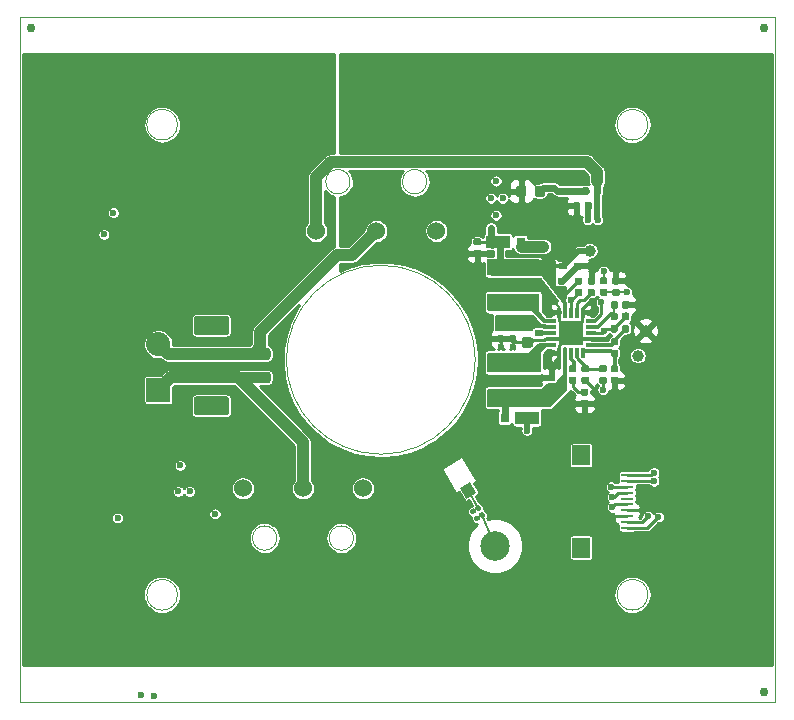
<source format=gbr>
%TF.GenerationSoftware,KiCad,Pcbnew,5.0.2-bee76a0~70~ubuntu18.04.1*%
%TF.CreationDate,2020-02-29T17:25:56-08:00*%
%TF.ProjectId,ypanel,7970616e-656c-42e6-9b69-6361645f7063,rev?*%
%TF.SameCoordinates,Original*%
%TF.FileFunction,Copper,L6,Bot*%
%TF.FilePolarity,Positive*%
%FSLAX46Y46*%
G04 Gerber Fmt 4.6, Leading zero omitted, Abs format (unit mm)*
G04 Created by KiCad (PCBNEW 5.0.2-bee76a0~70~ubuntu18.04.1) date Sat 29 Feb 2020 05:25:56 PM PST*
%MOMM*%
%LPD*%
G01*
G04 APERTURE LIST*
%ADD10C,0.100000*%
%ADD11C,0.050000*%
%ADD12C,0.750000*%
%ADD13C,2.500000*%
%ADD14C,0.400000*%
%ADD15R,1.500000X1.700000*%
%ADD16R,1.100000X0.250000*%
%ADD17C,2.032000*%
%ADD18R,2.032000X2.032000*%
%ADD19C,1.000000*%
%ADD20C,1.600000*%
%ADD21C,1.524000*%
%ADD22R,2.000000X1.100000*%
%ADD23R,0.800000X0.800000*%
%ADD24C,0.875000*%
%ADD25C,0.590000*%
%ADD26R,0.700000X0.500000*%
%ADD27R,2.150000X2.150000*%
%ADD28R,0.900000X0.300000*%
%ADD29R,0.300000X0.900000*%
%ADD30R,4.394200X1.435100*%
%ADD31C,1.050000*%
%ADD32C,0.600000*%
%ADD33C,0.254000*%
%ADD34C,0.228600*%
%ADD35C,0.299720*%
%ADD36C,0.203200*%
%ADD37C,0.240000*%
%ADD38C,0.480000*%
%ADD39C,0.160000*%
%ADD40C,0.248920*%
%ADD41C,0.609600*%
%ADD42C,0.508000*%
%ADD43C,1.000000*%
%ADD44C,0.127000*%
G04 APERTURE END LIST*
D10*
X151587000Y-99000001D02*
G75*
G03X151587000Y-99000001I-8000000J0D01*
G01*
X134779564Y-114100000D02*
G75*
G03X134779564Y-114100000I-1029564J0D01*
G01*
X141279564Y-114100000D02*
G75*
G03X141279564Y-114100000I-1029564J0D01*
G01*
X126375000Y-118900000D02*
G75*
G03X126375000Y-118900000I-1300000J0D01*
G01*
X140979564Y-83920436D02*
G75*
G03X140979564Y-83920436I-1029564J0D01*
G01*
X147479564Y-83920436D02*
G75*
G03X147479564Y-83920436I-1029564J0D01*
G01*
X176975000Y-70000000D02*
X176975000Y-128000000D01*
X166200000Y-118900000D02*
G75*
G03X166200000Y-118900000I-1300000J0D01*
G01*
D11*
X126372800Y-79100000D02*
G75*
G03X126372800Y-79100000I-1300000J0D01*
G01*
D10*
X166195000Y-79102480D02*
G75*
G03X166195000Y-79102480I-1300000J0D01*
G01*
X176975000Y-70000000D02*
X113000000Y-70000000D01*
X113000000Y-128000000D02*
X176975000Y-128000000D01*
X113000000Y-70000000D02*
X113000000Y-128000000D01*
D12*
X113950000Y-70900000D03*
X176050000Y-70900000D03*
X176050000Y-127100000D03*
D13*
X153250000Y-114750000D03*
D10*
G36*
X151868144Y-111310503D02*
X151877893Y-111311625D01*
X151887485Y-111313696D01*
X151896828Y-111316698D01*
X151905832Y-111320602D01*
X151914410Y-111325369D01*
X151922479Y-111330954D01*
X151929962Y-111337303D01*
X151936787Y-111344355D01*
X151942888Y-111352041D01*
X151948205Y-111360289D01*
X152078205Y-111585455D01*
X152082689Y-111594184D01*
X152086296Y-111603311D01*
X152088991Y-111612747D01*
X152090747Y-111622402D01*
X152091549Y-111632183D01*
X152091389Y-111641995D01*
X152090267Y-111651744D01*
X152088196Y-111661337D01*
X152085194Y-111670680D01*
X152081290Y-111679684D01*
X152076523Y-111688262D01*
X152070938Y-111696331D01*
X152064589Y-111703814D01*
X152057538Y-111710639D01*
X152049851Y-111716740D01*
X152041603Y-111722058D01*
X151868397Y-111822058D01*
X151859667Y-111826541D01*
X151850541Y-111830148D01*
X151841104Y-111832843D01*
X151831449Y-111834600D01*
X151821669Y-111835401D01*
X151811856Y-111835241D01*
X151802107Y-111834119D01*
X151792515Y-111832048D01*
X151783172Y-111829046D01*
X151774168Y-111825142D01*
X151765590Y-111820375D01*
X151757521Y-111814790D01*
X151750038Y-111808441D01*
X151743213Y-111801389D01*
X151737112Y-111793703D01*
X151731795Y-111785455D01*
X151601795Y-111560289D01*
X151597311Y-111551560D01*
X151593704Y-111542433D01*
X151591009Y-111532997D01*
X151589253Y-111523342D01*
X151588451Y-111513561D01*
X151588611Y-111503749D01*
X151589733Y-111494000D01*
X151591804Y-111484407D01*
X151594806Y-111475064D01*
X151598710Y-111466060D01*
X151603477Y-111457482D01*
X151609062Y-111449413D01*
X151615411Y-111441930D01*
X151622462Y-111435105D01*
X151630149Y-111429004D01*
X151638397Y-111423686D01*
X151811603Y-111323686D01*
X151820333Y-111319203D01*
X151829459Y-111315596D01*
X151838896Y-111312901D01*
X151848551Y-111311144D01*
X151858331Y-111310343D01*
X151868144Y-111310503D01*
X151868144Y-111310503D01*
G37*
D14*
X151840000Y-111572872D03*
D10*
G36*
X152188144Y-111864759D02*
X152197893Y-111865881D01*
X152207485Y-111867952D01*
X152216828Y-111870954D01*
X152225832Y-111874858D01*
X152234410Y-111879625D01*
X152242479Y-111885210D01*
X152249962Y-111891559D01*
X152256787Y-111898611D01*
X152262888Y-111906297D01*
X152268205Y-111914545D01*
X152398205Y-112139711D01*
X152402689Y-112148440D01*
X152406296Y-112157567D01*
X152408991Y-112167003D01*
X152410747Y-112176658D01*
X152411549Y-112186439D01*
X152411389Y-112196251D01*
X152410267Y-112206000D01*
X152408196Y-112215593D01*
X152405194Y-112224936D01*
X152401290Y-112233940D01*
X152396523Y-112242518D01*
X152390938Y-112250587D01*
X152384589Y-112258070D01*
X152377538Y-112264895D01*
X152369851Y-112270996D01*
X152361603Y-112276314D01*
X152188397Y-112376314D01*
X152179667Y-112380797D01*
X152170541Y-112384404D01*
X152161104Y-112387099D01*
X152151449Y-112388856D01*
X152141669Y-112389657D01*
X152131856Y-112389497D01*
X152122107Y-112388375D01*
X152112515Y-112386304D01*
X152103172Y-112383302D01*
X152094168Y-112379398D01*
X152085590Y-112374631D01*
X152077521Y-112369046D01*
X152070038Y-112362697D01*
X152063213Y-112355645D01*
X152057112Y-112347959D01*
X152051795Y-112339711D01*
X151921795Y-112114545D01*
X151917311Y-112105816D01*
X151913704Y-112096689D01*
X151911009Y-112087253D01*
X151909253Y-112077598D01*
X151908451Y-112067817D01*
X151908611Y-112058005D01*
X151909733Y-112048256D01*
X151911804Y-112038663D01*
X151914806Y-112029320D01*
X151918710Y-112020316D01*
X151923477Y-112011738D01*
X151929062Y-112003669D01*
X151935411Y-111996186D01*
X151942462Y-111989361D01*
X151950149Y-111983260D01*
X151958397Y-111977942D01*
X152131603Y-111877942D01*
X152140333Y-111873459D01*
X152149459Y-111869852D01*
X152158896Y-111867157D01*
X152168551Y-111865400D01*
X152178331Y-111864599D01*
X152188144Y-111864759D01*
X152188144Y-111864759D01*
G37*
D14*
X152160000Y-112127128D03*
D10*
G36*
X151241995Y-112508611D02*
X151251744Y-112509733D01*
X151261337Y-112511804D01*
X151270680Y-112514806D01*
X151279684Y-112518710D01*
X151288262Y-112523477D01*
X151296331Y-112529062D01*
X151303814Y-112535411D01*
X151310639Y-112542462D01*
X151316740Y-112550149D01*
X151322058Y-112558397D01*
X151422058Y-112731603D01*
X151426541Y-112740333D01*
X151430148Y-112749459D01*
X151432843Y-112758896D01*
X151434600Y-112768551D01*
X151435401Y-112778331D01*
X151435241Y-112788144D01*
X151434119Y-112797893D01*
X151432048Y-112807485D01*
X151429046Y-112816828D01*
X151425142Y-112825832D01*
X151420375Y-112834410D01*
X151414790Y-112842479D01*
X151408441Y-112849962D01*
X151401389Y-112856787D01*
X151393703Y-112862888D01*
X151385455Y-112868205D01*
X151160289Y-112998205D01*
X151151560Y-113002689D01*
X151142433Y-113006296D01*
X151132997Y-113008991D01*
X151123342Y-113010747D01*
X151113561Y-113011549D01*
X151103749Y-113011389D01*
X151094000Y-113010267D01*
X151084407Y-113008196D01*
X151075064Y-113005194D01*
X151066060Y-113001290D01*
X151057482Y-112996523D01*
X151049413Y-112990938D01*
X151041930Y-112984589D01*
X151035105Y-112977538D01*
X151029004Y-112969851D01*
X151023686Y-112961603D01*
X150923686Y-112788397D01*
X150919203Y-112779667D01*
X150915596Y-112770541D01*
X150912901Y-112761104D01*
X150911144Y-112751449D01*
X150910343Y-112741669D01*
X150910503Y-112731856D01*
X150911625Y-112722107D01*
X150913696Y-112712515D01*
X150916698Y-112703172D01*
X150920602Y-112694168D01*
X150925369Y-112685590D01*
X150930954Y-112677521D01*
X150937303Y-112670038D01*
X150944355Y-112663213D01*
X150952041Y-112657112D01*
X150960289Y-112651795D01*
X151185455Y-112521795D01*
X151194184Y-112517311D01*
X151203311Y-112513704D01*
X151212747Y-112511009D01*
X151222402Y-112509253D01*
X151232183Y-112508451D01*
X151241995Y-112508611D01*
X151241995Y-112508611D01*
G37*
D14*
X151172872Y-112760000D03*
D10*
G36*
X151796251Y-112188611D02*
X151806000Y-112189733D01*
X151815593Y-112191804D01*
X151824936Y-112194806D01*
X151833940Y-112198710D01*
X151842518Y-112203477D01*
X151850587Y-112209062D01*
X151858070Y-112215411D01*
X151864895Y-112222462D01*
X151870996Y-112230149D01*
X151876314Y-112238397D01*
X151976314Y-112411603D01*
X151980797Y-112420333D01*
X151984404Y-112429459D01*
X151987099Y-112438896D01*
X151988856Y-112448551D01*
X151989657Y-112458331D01*
X151989497Y-112468144D01*
X151988375Y-112477893D01*
X151986304Y-112487485D01*
X151983302Y-112496828D01*
X151979398Y-112505832D01*
X151974631Y-112514410D01*
X151969046Y-112522479D01*
X151962697Y-112529962D01*
X151955645Y-112536787D01*
X151947959Y-112542888D01*
X151939711Y-112548205D01*
X151714545Y-112678205D01*
X151705816Y-112682689D01*
X151696689Y-112686296D01*
X151687253Y-112688991D01*
X151677598Y-112690747D01*
X151667817Y-112691549D01*
X151658005Y-112691389D01*
X151648256Y-112690267D01*
X151638663Y-112688196D01*
X151629320Y-112685194D01*
X151620316Y-112681290D01*
X151611738Y-112676523D01*
X151603669Y-112670938D01*
X151596186Y-112664589D01*
X151589361Y-112657538D01*
X151583260Y-112649851D01*
X151577942Y-112641603D01*
X151477942Y-112468397D01*
X151473459Y-112459667D01*
X151469852Y-112450541D01*
X151467157Y-112441104D01*
X151465400Y-112431449D01*
X151464599Y-112421669D01*
X151464759Y-112411856D01*
X151465881Y-112402107D01*
X151467952Y-112392515D01*
X151470954Y-112383172D01*
X151474858Y-112374168D01*
X151479625Y-112365590D01*
X151485210Y-112357521D01*
X151491559Y-112350038D01*
X151498611Y-112343213D01*
X151506297Y-112337112D01*
X151514545Y-112331795D01*
X151739711Y-112201795D01*
X151748440Y-112197311D01*
X151757567Y-112193704D01*
X151767003Y-112191009D01*
X151776658Y-112189253D01*
X151786439Y-112188451D01*
X151796251Y-112188611D01*
X151796251Y-112188611D01*
G37*
D14*
X151727128Y-112440000D03*
D10*
G36*
X150891995Y-111908611D02*
X150901744Y-111909733D01*
X150911337Y-111911804D01*
X150920680Y-111914806D01*
X150929684Y-111918710D01*
X150938262Y-111923477D01*
X150946331Y-111929062D01*
X150953814Y-111935411D01*
X150960639Y-111942462D01*
X150966740Y-111950149D01*
X150972058Y-111958397D01*
X151072058Y-112131603D01*
X151076541Y-112140333D01*
X151080148Y-112149459D01*
X151082843Y-112158896D01*
X151084600Y-112168551D01*
X151085401Y-112178331D01*
X151085241Y-112188144D01*
X151084119Y-112197893D01*
X151082048Y-112207485D01*
X151079046Y-112216828D01*
X151075142Y-112225832D01*
X151070375Y-112234410D01*
X151064790Y-112242479D01*
X151058441Y-112249962D01*
X151051389Y-112256787D01*
X151043703Y-112262888D01*
X151035455Y-112268205D01*
X150810289Y-112398205D01*
X150801560Y-112402689D01*
X150792433Y-112406296D01*
X150782997Y-112408991D01*
X150773342Y-112410747D01*
X150763561Y-112411549D01*
X150753749Y-112411389D01*
X150744000Y-112410267D01*
X150734407Y-112408196D01*
X150725064Y-112405194D01*
X150716060Y-112401290D01*
X150707482Y-112396523D01*
X150699413Y-112390938D01*
X150691930Y-112384589D01*
X150685105Y-112377538D01*
X150679004Y-112369851D01*
X150673686Y-112361603D01*
X150573686Y-112188397D01*
X150569203Y-112179667D01*
X150565596Y-112170541D01*
X150562901Y-112161104D01*
X150561144Y-112151449D01*
X150560343Y-112141669D01*
X150560503Y-112131856D01*
X150561625Y-112122107D01*
X150563696Y-112112515D01*
X150566698Y-112103172D01*
X150570602Y-112094168D01*
X150575369Y-112085590D01*
X150580954Y-112077521D01*
X150587303Y-112070038D01*
X150594355Y-112063213D01*
X150602041Y-112057112D01*
X150610289Y-112051795D01*
X150835455Y-111921795D01*
X150844184Y-111917311D01*
X150853311Y-111913704D01*
X150862747Y-111911009D01*
X150872402Y-111909253D01*
X150882183Y-111908451D01*
X150891995Y-111908611D01*
X150891995Y-111908611D01*
G37*
D14*
X150822872Y-112160000D03*
D10*
G36*
X151446251Y-111588611D02*
X151456000Y-111589733D01*
X151465593Y-111591804D01*
X151474936Y-111594806D01*
X151483940Y-111598710D01*
X151492518Y-111603477D01*
X151500587Y-111609062D01*
X151508070Y-111615411D01*
X151514895Y-111622462D01*
X151520996Y-111630149D01*
X151526314Y-111638397D01*
X151626314Y-111811603D01*
X151630797Y-111820333D01*
X151634404Y-111829459D01*
X151637099Y-111838896D01*
X151638856Y-111848551D01*
X151639657Y-111858331D01*
X151639497Y-111868144D01*
X151638375Y-111877893D01*
X151636304Y-111887485D01*
X151633302Y-111896828D01*
X151629398Y-111905832D01*
X151624631Y-111914410D01*
X151619046Y-111922479D01*
X151612697Y-111929962D01*
X151605645Y-111936787D01*
X151597959Y-111942888D01*
X151589711Y-111948205D01*
X151364545Y-112078205D01*
X151355816Y-112082689D01*
X151346689Y-112086296D01*
X151337253Y-112088991D01*
X151327598Y-112090747D01*
X151317817Y-112091549D01*
X151308005Y-112091389D01*
X151298256Y-112090267D01*
X151288663Y-112088196D01*
X151279320Y-112085194D01*
X151270316Y-112081290D01*
X151261738Y-112076523D01*
X151253669Y-112070938D01*
X151246186Y-112064589D01*
X151239361Y-112057538D01*
X151233260Y-112049851D01*
X151227942Y-112041603D01*
X151127942Y-111868397D01*
X151123459Y-111859667D01*
X151119852Y-111850541D01*
X151117157Y-111841104D01*
X151115400Y-111831449D01*
X151114599Y-111821669D01*
X151114759Y-111811856D01*
X151115881Y-111802107D01*
X151117952Y-111792515D01*
X151120954Y-111783172D01*
X151124858Y-111774168D01*
X151129625Y-111765590D01*
X151135210Y-111757521D01*
X151141559Y-111750038D01*
X151148611Y-111743213D01*
X151156297Y-111737112D01*
X151164545Y-111731795D01*
X151389711Y-111601795D01*
X151398440Y-111597311D01*
X151407567Y-111593704D01*
X151417003Y-111591009D01*
X151426658Y-111589253D01*
X151436439Y-111588451D01*
X151446251Y-111588611D01*
X151446251Y-111588611D01*
G37*
D14*
X151377128Y-111840000D03*
D15*
X160550000Y-107100000D03*
X160550000Y-114900000D03*
D16*
X164450000Y-108750000D03*
X164450000Y-109250000D03*
X164450000Y-109750000D03*
X164450000Y-110250000D03*
X164450000Y-110750000D03*
X164450000Y-111250000D03*
X164450000Y-111750000D03*
X164450000Y-112250000D03*
X164450000Y-112750000D03*
X164450000Y-113250000D03*
D17*
X124764800Y-97691060D03*
D18*
X124764800Y-101546660D03*
D19*
X161267720Y-89773460D03*
X166000000Y-96550000D03*
X165350000Y-98650000D03*
D10*
G36*
X130524504Y-102101204D02*
X130548773Y-102104804D01*
X130572571Y-102110765D01*
X130595671Y-102119030D01*
X130617849Y-102129520D01*
X130638893Y-102142133D01*
X130658598Y-102156747D01*
X130676777Y-102173223D01*
X130693253Y-102191402D01*
X130707867Y-102211107D01*
X130720480Y-102232151D01*
X130730970Y-102254329D01*
X130739235Y-102277429D01*
X130745196Y-102301227D01*
X130748796Y-102325496D01*
X130750000Y-102350000D01*
X130750000Y-103450000D01*
X130748796Y-103474504D01*
X130745196Y-103498773D01*
X130739235Y-103522571D01*
X130730970Y-103545671D01*
X130720480Y-103567849D01*
X130707867Y-103588893D01*
X130693253Y-103608598D01*
X130676777Y-103626777D01*
X130658598Y-103643253D01*
X130638893Y-103657867D01*
X130617849Y-103670480D01*
X130595671Y-103680970D01*
X130572571Y-103689235D01*
X130548773Y-103695196D01*
X130524504Y-103698796D01*
X130500000Y-103700000D01*
X128000000Y-103700000D01*
X127975496Y-103698796D01*
X127951227Y-103695196D01*
X127927429Y-103689235D01*
X127904329Y-103680970D01*
X127882151Y-103670480D01*
X127861107Y-103657867D01*
X127841402Y-103643253D01*
X127823223Y-103626777D01*
X127806747Y-103608598D01*
X127792133Y-103588893D01*
X127779520Y-103567849D01*
X127769030Y-103545671D01*
X127760765Y-103522571D01*
X127754804Y-103498773D01*
X127751204Y-103474504D01*
X127750000Y-103450000D01*
X127750000Y-102350000D01*
X127751204Y-102325496D01*
X127754804Y-102301227D01*
X127760765Y-102277429D01*
X127769030Y-102254329D01*
X127779520Y-102232151D01*
X127792133Y-102211107D01*
X127806747Y-102191402D01*
X127823223Y-102173223D01*
X127841402Y-102156747D01*
X127861107Y-102142133D01*
X127882151Y-102129520D01*
X127904329Y-102119030D01*
X127927429Y-102110765D01*
X127951227Y-102104804D01*
X127975496Y-102101204D01*
X128000000Y-102100000D01*
X130500000Y-102100000D01*
X130524504Y-102101204D01*
X130524504Y-102101204D01*
G37*
D20*
X129250000Y-102900000D03*
D10*
G36*
X130524504Y-95301204D02*
X130548773Y-95304804D01*
X130572571Y-95310765D01*
X130595671Y-95319030D01*
X130617849Y-95329520D01*
X130638893Y-95342133D01*
X130658598Y-95356747D01*
X130676777Y-95373223D01*
X130693253Y-95391402D01*
X130707867Y-95411107D01*
X130720480Y-95432151D01*
X130730970Y-95454329D01*
X130739235Y-95477429D01*
X130745196Y-95501227D01*
X130748796Y-95525496D01*
X130750000Y-95550000D01*
X130750000Y-96650000D01*
X130748796Y-96674504D01*
X130745196Y-96698773D01*
X130739235Y-96722571D01*
X130730970Y-96745671D01*
X130720480Y-96767849D01*
X130707867Y-96788893D01*
X130693253Y-96808598D01*
X130676777Y-96826777D01*
X130658598Y-96843253D01*
X130638893Y-96857867D01*
X130617849Y-96870480D01*
X130595671Y-96880970D01*
X130572571Y-96889235D01*
X130548773Y-96895196D01*
X130524504Y-96898796D01*
X130500000Y-96900000D01*
X128000000Y-96900000D01*
X127975496Y-96898796D01*
X127951227Y-96895196D01*
X127927429Y-96889235D01*
X127904329Y-96880970D01*
X127882151Y-96870480D01*
X127861107Y-96857867D01*
X127841402Y-96843253D01*
X127823223Y-96826777D01*
X127806747Y-96808598D01*
X127792133Y-96788893D01*
X127779520Y-96767849D01*
X127769030Y-96745671D01*
X127760765Y-96722571D01*
X127754804Y-96698773D01*
X127751204Y-96674504D01*
X127750000Y-96650000D01*
X127750000Y-95550000D01*
X127751204Y-95525496D01*
X127754804Y-95501227D01*
X127760765Y-95477429D01*
X127769030Y-95454329D01*
X127779520Y-95432151D01*
X127792133Y-95411107D01*
X127806747Y-95391402D01*
X127823223Y-95373223D01*
X127841402Y-95356747D01*
X127861107Y-95342133D01*
X127882151Y-95329520D01*
X127904329Y-95319030D01*
X127927429Y-95310765D01*
X127951227Y-95304804D01*
X127975496Y-95301204D01*
X128000000Y-95300000D01*
X130500000Y-95300000D01*
X130524504Y-95301204D01*
X130524504Y-95301204D01*
G37*
D20*
X129250000Y-96100000D03*
D10*
G36*
X134024504Y-100001204D02*
X134048773Y-100004804D01*
X134072571Y-100010765D01*
X134095671Y-100019030D01*
X134117849Y-100029520D01*
X134138893Y-100042133D01*
X134158598Y-100056747D01*
X134176777Y-100073223D01*
X134193253Y-100091402D01*
X134207867Y-100111107D01*
X134220480Y-100132151D01*
X134230970Y-100154329D01*
X134239235Y-100177429D01*
X134245196Y-100201227D01*
X134248796Y-100225496D01*
X134250000Y-100250000D01*
X134250000Y-100750000D01*
X134248796Y-100774504D01*
X134245196Y-100798773D01*
X134239235Y-100822571D01*
X134230970Y-100845671D01*
X134220480Y-100867849D01*
X134207867Y-100888893D01*
X134193253Y-100908598D01*
X134176777Y-100926777D01*
X134158598Y-100943253D01*
X134138893Y-100957867D01*
X134117849Y-100970480D01*
X134095671Y-100980970D01*
X134072571Y-100989235D01*
X134048773Y-100995196D01*
X134024504Y-100998796D01*
X134000000Y-101000000D01*
X129000000Y-101000000D01*
X128975496Y-100998796D01*
X128951227Y-100995196D01*
X128927429Y-100989235D01*
X128904329Y-100980970D01*
X128882151Y-100970480D01*
X128861107Y-100957867D01*
X128841402Y-100943253D01*
X128823223Y-100926777D01*
X128806747Y-100908598D01*
X128792133Y-100888893D01*
X128779520Y-100867849D01*
X128769030Y-100845671D01*
X128760765Y-100822571D01*
X128754804Y-100798773D01*
X128751204Y-100774504D01*
X128750000Y-100750000D01*
X128750000Y-100250000D01*
X128751204Y-100225496D01*
X128754804Y-100201227D01*
X128760765Y-100177429D01*
X128769030Y-100154329D01*
X128779520Y-100132151D01*
X128792133Y-100111107D01*
X128806747Y-100091402D01*
X128823223Y-100073223D01*
X128841402Y-100056747D01*
X128861107Y-100042133D01*
X128882151Y-100029520D01*
X128904329Y-100019030D01*
X128927429Y-100010765D01*
X128951227Y-100004804D01*
X128975496Y-100001204D01*
X129000000Y-100000000D01*
X134000000Y-100000000D01*
X134024504Y-100001204D01*
X134024504Y-100001204D01*
G37*
D19*
X131500000Y-100500000D03*
D10*
G36*
X134024504Y-98001204D02*
X134048773Y-98004804D01*
X134072571Y-98010765D01*
X134095671Y-98019030D01*
X134117849Y-98029520D01*
X134138893Y-98042133D01*
X134158598Y-98056747D01*
X134176777Y-98073223D01*
X134193253Y-98091402D01*
X134207867Y-98111107D01*
X134220480Y-98132151D01*
X134230970Y-98154329D01*
X134239235Y-98177429D01*
X134245196Y-98201227D01*
X134248796Y-98225496D01*
X134250000Y-98250000D01*
X134250000Y-98750000D01*
X134248796Y-98774504D01*
X134245196Y-98798773D01*
X134239235Y-98822571D01*
X134230970Y-98845671D01*
X134220480Y-98867849D01*
X134207867Y-98888893D01*
X134193253Y-98908598D01*
X134176777Y-98926777D01*
X134158598Y-98943253D01*
X134138893Y-98957867D01*
X134117849Y-98970480D01*
X134095671Y-98980970D01*
X134072571Y-98989235D01*
X134048773Y-98995196D01*
X134024504Y-98998796D01*
X134000000Y-99000000D01*
X129000000Y-99000000D01*
X128975496Y-98998796D01*
X128951227Y-98995196D01*
X128927429Y-98989235D01*
X128904329Y-98980970D01*
X128882151Y-98970480D01*
X128861107Y-98957867D01*
X128841402Y-98943253D01*
X128823223Y-98926777D01*
X128806747Y-98908598D01*
X128792133Y-98888893D01*
X128779520Y-98867849D01*
X128769030Y-98845671D01*
X128760765Y-98822571D01*
X128754804Y-98798773D01*
X128751204Y-98774504D01*
X128750000Y-98750000D01*
X128750000Y-98250000D01*
X128751204Y-98225496D01*
X128754804Y-98201227D01*
X128760765Y-98177429D01*
X128769030Y-98154329D01*
X128779520Y-98132151D01*
X128792133Y-98111107D01*
X128806747Y-98091402D01*
X128823223Y-98073223D01*
X128841402Y-98056747D01*
X128861107Y-98042133D01*
X128882151Y-98029520D01*
X128904329Y-98019030D01*
X128927429Y-98010765D01*
X128951227Y-98004804D01*
X128975496Y-98001204D01*
X129000000Y-98000000D01*
X134000000Y-98000000D01*
X134024504Y-98001204D01*
X134024504Y-98001204D01*
G37*
D19*
X131500000Y-98500000D03*
D21*
X142080000Y-109900000D03*
X137000000Y-109900000D03*
X131920000Y-109900000D03*
X148300000Y-88100000D03*
X143200000Y-88100000D03*
X138100000Y-88100000D03*
D22*
X153523500Y-89000000D03*
D23*
X155423500Y-89000000D03*
D10*
G36*
X155713491Y-84260453D02*
X155734726Y-84263603D01*
X155755550Y-84268819D01*
X155775762Y-84276051D01*
X155795168Y-84285230D01*
X155813581Y-84296266D01*
X155830824Y-84309054D01*
X155846730Y-84323470D01*
X155861146Y-84339376D01*
X155873934Y-84356619D01*
X155884970Y-84375032D01*
X155894149Y-84394438D01*
X155901381Y-84414650D01*
X155906597Y-84435474D01*
X155909747Y-84456709D01*
X155910800Y-84478150D01*
X155910800Y-84990650D01*
X155909747Y-85012091D01*
X155906597Y-85033326D01*
X155901381Y-85054150D01*
X155894149Y-85074362D01*
X155884970Y-85093768D01*
X155873934Y-85112181D01*
X155861146Y-85129424D01*
X155846730Y-85145330D01*
X155830824Y-85159746D01*
X155813581Y-85172534D01*
X155795168Y-85183570D01*
X155775762Y-85192749D01*
X155755550Y-85199981D01*
X155734726Y-85205197D01*
X155713491Y-85208347D01*
X155692050Y-85209400D01*
X155254550Y-85209400D01*
X155233109Y-85208347D01*
X155211874Y-85205197D01*
X155191050Y-85199981D01*
X155170838Y-85192749D01*
X155151432Y-85183570D01*
X155133019Y-85172534D01*
X155115776Y-85159746D01*
X155099870Y-85145330D01*
X155085454Y-85129424D01*
X155072666Y-85112181D01*
X155061630Y-85093768D01*
X155052451Y-85074362D01*
X155045219Y-85054150D01*
X155040003Y-85033326D01*
X155036853Y-85012091D01*
X155035800Y-84990650D01*
X155035800Y-84478150D01*
X155036853Y-84456709D01*
X155040003Y-84435474D01*
X155045219Y-84414650D01*
X155052451Y-84394438D01*
X155061630Y-84375032D01*
X155072666Y-84356619D01*
X155085454Y-84339376D01*
X155099870Y-84323470D01*
X155115776Y-84309054D01*
X155133019Y-84296266D01*
X155151432Y-84285230D01*
X155170838Y-84276051D01*
X155191050Y-84268819D01*
X155211874Y-84263603D01*
X155233109Y-84260453D01*
X155254550Y-84259400D01*
X155692050Y-84259400D01*
X155713491Y-84260453D01*
X155713491Y-84260453D01*
G37*
D24*
X155473300Y-84734400D03*
D10*
G36*
X157288491Y-84260453D02*
X157309726Y-84263603D01*
X157330550Y-84268819D01*
X157350762Y-84276051D01*
X157370168Y-84285230D01*
X157388581Y-84296266D01*
X157405824Y-84309054D01*
X157421730Y-84323470D01*
X157436146Y-84339376D01*
X157448934Y-84356619D01*
X157459970Y-84375032D01*
X157469149Y-84394438D01*
X157476381Y-84414650D01*
X157481597Y-84435474D01*
X157484747Y-84456709D01*
X157485800Y-84478150D01*
X157485800Y-84990650D01*
X157484747Y-85012091D01*
X157481597Y-85033326D01*
X157476381Y-85054150D01*
X157469149Y-85074362D01*
X157459970Y-85093768D01*
X157448934Y-85112181D01*
X157436146Y-85129424D01*
X157421730Y-85145330D01*
X157405824Y-85159746D01*
X157388581Y-85172534D01*
X157370168Y-85183570D01*
X157350762Y-85192749D01*
X157330550Y-85199981D01*
X157309726Y-85205197D01*
X157288491Y-85208347D01*
X157267050Y-85209400D01*
X156829550Y-85209400D01*
X156808109Y-85208347D01*
X156786874Y-85205197D01*
X156766050Y-85199981D01*
X156745838Y-85192749D01*
X156726432Y-85183570D01*
X156708019Y-85172534D01*
X156690776Y-85159746D01*
X156674870Y-85145330D01*
X156660454Y-85129424D01*
X156647666Y-85112181D01*
X156636630Y-85093768D01*
X156627451Y-85074362D01*
X156620219Y-85054150D01*
X156615003Y-85033326D01*
X156611853Y-85012091D01*
X156610800Y-84990650D01*
X156610800Y-84478150D01*
X156611853Y-84456709D01*
X156615003Y-84435474D01*
X156620219Y-84414650D01*
X156627451Y-84394438D01*
X156636630Y-84375032D01*
X156647666Y-84356619D01*
X156660454Y-84339376D01*
X156674870Y-84323470D01*
X156690776Y-84309054D01*
X156708019Y-84296266D01*
X156726432Y-84285230D01*
X156745838Y-84276051D01*
X156766050Y-84268819D01*
X156786874Y-84263603D01*
X156808109Y-84260453D01*
X156829550Y-84259400D01*
X157267050Y-84259400D01*
X157288491Y-84260453D01*
X157288491Y-84260453D01*
G37*
D24*
X157048300Y-84734400D03*
D10*
G36*
X153936958Y-96940710D02*
X153951276Y-96942834D01*
X153965317Y-96946351D01*
X153978946Y-96951228D01*
X153992031Y-96957417D01*
X154004447Y-96964858D01*
X154016073Y-96973481D01*
X154026798Y-96983202D01*
X154036519Y-96993927D01*
X154045142Y-97005553D01*
X154052583Y-97017969D01*
X154058772Y-97031054D01*
X154063649Y-97044683D01*
X154067166Y-97058724D01*
X154069290Y-97073042D01*
X154070000Y-97087500D01*
X154070000Y-97382500D01*
X154069290Y-97396958D01*
X154067166Y-97411276D01*
X154063649Y-97425317D01*
X154058772Y-97438946D01*
X154052583Y-97452031D01*
X154045142Y-97464447D01*
X154036519Y-97476073D01*
X154026798Y-97486798D01*
X154016073Y-97496519D01*
X154004447Y-97505142D01*
X153992031Y-97512583D01*
X153978946Y-97518772D01*
X153965317Y-97523649D01*
X153951276Y-97527166D01*
X153936958Y-97529290D01*
X153922500Y-97530000D01*
X153577500Y-97530000D01*
X153563042Y-97529290D01*
X153548724Y-97527166D01*
X153534683Y-97523649D01*
X153521054Y-97518772D01*
X153507969Y-97512583D01*
X153495553Y-97505142D01*
X153483927Y-97496519D01*
X153473202Y-97486798D01*
X153463481Y-97476073D01*
X153454858Y-97464447D01*
X153447417Y-97452031D01*
X153441228Y-97438946D01*
X153436351Y-97425317D01*
X153432834Y-97411276D01*
X153430710Y-97396958D01*
X153430000Y-97382500D01*
X153430000Y-97087500D01*
X153430710Y-97073042D01*
X153432834Y-97058724D01*
X153436351Y-97044683D01*
X153441228Y-97031054D01*
X153447417Y-97017969D01*
X153454858Y-97005553D01*
X153463481Y-96993927D01*
X153473202Y-96983202D01*
X153483927Y-96973481D01*
X153495553Y-96964858D01*
X153507969Y-96957417D01*
X153521054Y-96951228D01*
X153534683Y-96946351D01*
X153548724Y-96942834D01*
X153563042Y-96940710D01*
X153577500Y-96940000D01*
X153922500Y-96940000D01*
X153936958Y-96940710D01*
X153936958Y-96940710D01*
G37*
D25*
X153750000Y-97235000D03*
D10*
G36*
X153936958Y-95970710D02*
X153951276Y-95972834D01*
X153965317Y-95976351D01*
X153978946Y-95981228D01*
X153992031Y-95987417D01*
X154004447Y-95994858D01*
X154016073Y-96003481D01*
X154026798Y-96013202D01*
X154036519Y-96023927D01*
X154045142Y-96035553D01*
X154052583Y-96047969D01*
X154058772Y-96061054D01*
X154063649Y-96074683D01*
X154067166Y-96088724D01*
X154069290Y-96103042D01*
X154070000Y-96117500D01*
X154070000Y-96412500D01*
X154069290Y-96426958D01*
X154067166Y-96441276D01*
X154063649Y-96455317D01*
X154058772Y-96468946D01*
X154052583Y-96482031D01*
X154045142Y-96494447D01*
X154036519Y-96506073D01*
X154026798Y-96516798D01*
X154016073Y-96526519D01*
X154004447Y-96535142D01*
X153992031Y-96542583D01*
X153978946Y-96548772D01*
X153965317Y-96553649D01*
X153951276Y-96557166D01*
X153936958Y-96559290D01*
X153922500Y-96560000D01*
X153577500Y-96560000D01*
X153563042Y-96559290D01*
X153548724Y-96557166D01*
X153534683Y-96553649D01*
X153521054Y-96548772D01*
X153507969Y-96542583D01*
X153495553Y-96535142D01*
X153483927Y-96526519D01*
X153473202Y-96516798D01*
X153463481Y-96506073D01*
X153454858Y-96494447D01*
X153447417Y-96482031D01*
X153441228Y-96468946D01*
X153436351Y-96455317D01*
X153432834Y-96441276D01*
X153430710Y-96426958D01*
X153430000Y-96412500D01*
X153430000Y-96117500D01*
X153430710Y-96103042D01*
X153432834Y-96088724D01*
X153436351Y-96074683D01*
X153441228Y-96061054D01*
X153447417Y-96047969D01*
X153454858Y-96035553D01*
X153463481Y-96023927D01*
X153473202Y-96013202D01*
X153483927Y-96003481D01*
X153495553Y-95994858D01*
X153507969Y-95987417D01*
X153521054Y-95981228D01*
X153534683Y-95976351D01*
X153548724Y-95972834D01*
X153563042Y-95970710D01*
X153577500Y-95970000D01*
X153922500Y-95970000D01*
X153936958Y-95970710D01*
X153936958Y-95970710D01*
G37*
D25*
X153750000Y-96265000D03*
D26*
X158999500Y-91046000D03*
X160299500Y-91046000D03*
D27*
X159670844Y-96720660D03*
D28*
X157970844Y-95720660D03*
X157970844Y-96220660D03*
X157970844Y-96720660D03*
X157970844Y-97220660D03*
X157970844Y-97720660D03*
D29*
X158670844Y-98420660D03*
X159170844Y-98420660D03*
X159670844Y-98420660D03*
X160170844Y-98420660D03*
X160670844Y-98420660D03*
D28*
X161370844Y-97720660D03*
X161370844Y-97220660D03*
X161370844Y-96720660D03*
X161370844Y-96220660D03*
X161370844Y-95720660D03*
D29*
X160670844Y-95020660D03*
X160170844Y-95020660D03*
X159670844Y-95020660D03*
X159170844Y-95020660D03*
X158670844Y-95020660D03*
D23*
X154066500Y-103936500D03*
D22*
X155966500Y-103936500D03*
D10*
G36*
X163526958Y-94030710D02*
X163541276Y-94032834D01*
X163555317Y-94036351D01*
X163568946Y-94041228D01*
X163582031Y-94047417D01*
X163594447Y-94054858D01*
X163606073Y-94063481D01*
X163616798Y-94073202D01*
X163626519Y-94083927D01*
X163635142Y-94095553D01*
X163642583Y-94107969D01*
X163648772Y-94121054D01*
X163653649Y-94134683D01*
X163657166Y-94148724D01*
X163659290Y-94163042D01*
X163660000Y-94177500D01*
X163660000Y-94522500D01*
X163659290Y-94536958D01*
X163657166Y-94551276D01*
X163653649Y-94565317D01*
X163648772Y-94578946D01*
X163642583Y-94592031D01*
X163635142Y-94604447D01*
X163626519Y-94616073D01*
X163616798Y-94626798D01*
X163606073Y-94636519D01*
X163594447Y-94645142D01*
X163582031Y-94652583D01*
X163568946Y-94658772D01*
X163555317Y-94663649D01*
X163541276Y-94667166D01*
X163526958Y-94669290D01*
X163512500Y-94670000D01*
X163217500Y-94670000D01*
X163203042Y-94669290D01*
X163188724Y-94667166D01*
X163174683Y-94663649D01*
X163161054Y-94658772D01*
X163147969Y-94652583D01*
X163135553Y-94645142D01*
X163123927Y-94636519D01*
X163113202Y-94626798D01*
X163103481Y-94616073D01*
X163094858Y-94604447D01*
X163087417Y-94592031D01*
X163081228Y-94578946D01*
X163076351Y-94565317D01*
X163072834Y-94551276D01*
X163070710Y-94536958D01*
X163070000Y-94522500D01*
X163070000Y-94177500D01*
X163070710Y-94163042D01*
X163072834Y-94148724D01*
X163076351Y-94134683D01*
X163081228Y-94121054D01*
X163087417Y-94107969D01*
X163094858Y-94095553D01*
X163103481Y-94083927D01*
X163113202Y-94073202D01*
X163123927Y-94063481D01*
X163135553Y-94054858D01*
X163147969Y-94047417D01*
X163161054Y-94041228D01*
X163174683Y-94036351D01*
X163188724Y-94032834D01*
X163203042Y-94030710D01*
X163217500Y-94030000D01*
X163512500Y-94030000D01*
X163526958Y-94030710D01*
X163526958Y-94030710D01*
G37*
D25*
X163365000Y-94350000D03*
D10*
G36*
X164496958Y-94030710D02*
X164511276Y-94032834D01*
X164525317Y-94036351D01*
X164538946Y-94041228D01*
X164552031Y-94047417D01*
X164564447Y-94054858D01*
X164576073Y-94063481D01*
X164586798Y-94073202D01*
X164596519Y-94083927D01*
X164605142Y-94095553D01*
X164612583Y-94107969D01*
X164618772Y-94121054D01*
X164623649Y-94134683D01*
X164627166Y-94148724D01*
X164629290Y-94163042D01*
X164630000Y-94177500D01*
X164630000Y-94522500D01*
X164629290Y-94536958D01*
X164627166Y-94551276D01*
X164623649Y-94565317D01*
X164618772Y-94578946D01*
X164612583Y-94592031D01*
X164605142Y-94604447D01*
X164596519Y-94616073D01*
X164586798Y-94626798D01*
X164576073Y-94636519D01*
X164564447Y-94645142D01*
X164552031Y-94652583D01*
X164538946Y-94658772D01*
X164525317Y-94663649D01*
X164511276Y-94667166D01*
X164496958Y-94669290D01*
X164482500Y-94670000D01*
X164187500Y-94670000D01*
X164173042Y-94669290D01*
X164158724Y-94667166D01*
X164144683Y-94663649D01*
X164131054Y-94658772D01*
X164117969Y-94652583D01*
X164105553Y-94645142D01*
X164093927Y-94636519D01*
X164083202Y-94626798D01*
X164073481Y-94616073D01*
X164064858Y-94604447D01*
X164057417Y-94592031D01*
X164051228Y-94578946D01*
X164046351Y-94565317D01*
X164042834Y-94551276D01*
X164040710Y-94536958D01*
X164040000Y-94522500D01*
X164040000Y-94177500D01*
X164040710Y-94163042D01*
X164042834Y-94148724D01*
X164046351Y-94134683D01*
X164051228Y-94121054D01*
X164057417Y-94107969D01*
X164064858Y-94095553D01*
X164073481Y-94083927D01*
X164083202Y-94073202D01*
X164093927Y-94063481D01*
X164105553Y-94054858D01*
X164117969Y-94047417D01*
X164131054Y-94041228D01*
X164144683Y-94036351D01*
X164158724Y-94032834D01*
X164173042Y-94030710D01*
X164187500Y-94030000D01*
X164482500Y-94030000D01*
X164496958Y-94030710D01*
X164496958Y-94030710D01*
G37*
D25*
X164335000Y-94350000D03*
D10*
G36*
X164472458Y-95030710D02*
X164486776Y-95032834D01*
X164500817Y-95036351D01*
X164514446Y-95041228D01*
X164527531Y-95047417D01*
X164539947Y-95054858D01*
X164551573Y-95063481D01*
X164562298Y-95073202D01*
X164572019Y-95083927D01*
X164580642Y-95095553D01*
X164588083Y-95107969D01*
X164594272Y-95121054D01*
X164599149Y-95134683D01*
X164602666Y-95148724D01*
X164604790Y-95163042D01*
X164605500Y-95177500D01*
X164605500Y-95522500D01*
X164604790Y-95536958D01*
X164602666Y-95551276D01*
X164599149Y-95565317D01*
X164594272Y-95578946D01*
X164588083Y-95592031D01*
X164580642Y-95604447D01*
X164572019Y-95616073D01*
X164562298Y-95626798D01*
X164551573Y-95636519D01*
X164539947Y-95645142D01*
X164527531Y-95652583D01*
X164514446Y-95658772D01*
X164500817Y-95663649D01*
X164486776Y-95667166D01*
X164472458Y-95669290D01*
X164458000Y-95670000D01*
X164163000Y-95670000D01*
X164148542Y-95669290D01*
X164134224Y-95667166D01*
X164120183Y-95663649D01*
X164106554Y-95658772D01*
X164093469Y-95652583D01*
X164081053Y-95645142D01*
X164069427Y-95636519D01*
X164058702Y-95626798D01*
X164048981Y-95616073D01*
X164040358Y-95604447D01*
X164032917Y-95592031D01*
X164026728Y-95578946D01*
X164021851Y-95565317D01*
X164018334Y-95551276D01*
X164016210Y-95536958D01*
X164015500Y-95522500D01*
X164015500Y-95177500D01*
X164016210Y-95163042D01*
X164018334Y-95148724D01*
X164021851Y-95134683D01*
X164026728Y-95121054D01*
X164032917Y-95107969D01*
X164040358Y-95095553D01*
X164048981Y-95083927D01*
X164058702Y-95073202D01*
X164069427Y-95063481D01*
X164081053Y-95054858D01*
X164093469Y-95047417D01*
X164106554Y-95041228D01*
X164120183Y-95036351D01*
X164134224Y-95032834D01*
X164148542Y-95030710D01*
X164163000Y-95030000D01*
X164458000Y-95030000D01*
X164472458Y-95030710D01*
X164472458Y-95030710D01*
G37*
D25*
X164310500Y-95350000D03*
D10*
G36*
X163502458Y-95030710D02*
X163516776Y-95032834D01*
X163530817Y-95036351D01*
X163544446Y-95041228D01*
X163557531Y-95047417D01*
X163569947Y-95054858D01*
X163581573Y-95063481D01*
X163592298Y-95073202D01*
X163602019Y-95083927D01*
X163610642Y-95095553D01*
X163618083Y-95107969D01*
X163624272Y-95121054D01*
X163629149Y-95134683D01*
X163632666Y-95148724D01*
X163634790Y-95163042D01*
X163635500Y-95177500D01*
X163635500Y-95522500D01*
X163634790Y-95536958D01*
X163632666Y-95551276D01*
X163629149Y-95565317D01*
X163624272Y-95578946D01*
X163618083Y-95592031D01*
X163610642Y-95604447D01*
X163602019Y-95616073D01*
X163592298Y-95626798D01*
X163581573Y-95636519D01*
X163569947Y-95645142D01*
X163557531Y-95652583D01*
X163544446Y-95658772D01*
X163530817Y-95663649D01*
X163516776Y-95667166D01*
X163502458Y-95669290D01*
X163488000Y-95670000D01*
X163193000Y-95670000D01*
X163178542Y-95669290D01*
X163164224Y-95667166D01*
X163150183Y-95663649D01*
X163136554Y-95658772D01*
X163123469Y-95652583D01*
X163111053Y-95645142D01*
X163099427Y-95636519D01*
X163088702Y-95626798D01*
X163078981Y-95616073D01*
X163070358Y-95604447D01*
X163062917Y-95592031D01*
X163056728Y-95578946D01*
X163051851Y-95565317D01*
X163048334Y-95551276D01*
X163046210Y-95536958D01*
X163045500Y-95522500D01*
X163045500Y-95177500D01*
X163046210Y-95163042D01*
X163048334Y-95148724D01*
X163051851Y-95134683D01*
X163056728Y-95121054D01*
X163062917Y-95107969D01*
X163070358Y-95095553D01*
X163078981Y-95083927D01*
X163088702Y-95073202D01*
X163099427Y-95063481D01*
X163111053Y-95054858D01*
X163123469Y-95047417D01*
X163136554Y-95041228D01*
X163150183Y-95036351D01*
X163164224Y-95032834D01*
X163178542Y-95030710D01*
X163193000Y-95030000D01*
X163488000Y-95030000D01*
X163502458Y-95030710D01*
X163502458Y-95030710D01*
G37*
D25*
X163340500Y-95350000D03*
D10*
G36*
X162636958Y-92990710D02*
X162651276Y-92992834D01*
X162665317Y-92996351D01*
X162678946Y-93001228D01*
X162692031Y-93007417D01*
X162704447Y-93014858D01*
X162716073Y-93023481D01*
X162726798Y-93033202D01*
X162736519Y-93043927D01*
X162745142Y-93055553D01*
X162752583Y-93067969D01*
X162758772Y-93081054D01*
X162763649Y-93094683D01*
X162767166Y-93108724D01*
X162769290Y-93123042D01*
X162770000Y-93137500D01*
X162770000Y-93432500D01*
X162769290Y-93446958D01*
X162767166Y-93461276D01*
X162763649Y-93475317D01*
X162758772Y-93488946D01*
X162752583Y-93502031D01*
X162745142Y-93514447D01*
X162736519Y-93526073D01*
X162726798Y-93536798D01*
X162716073Y-93546519D01*
X162704447Y-93555142D01*
X162692031Y-93562583D01*
X162678946Y-93568772D01*
X162665317Y-93573649D01*
X162651276Y-93577166D01*
X162636958Y-93579290D01*
X162622500Y-93580000D01*
X162277500Y-93580000D01*
X162263042Y-93579290D01*
X162248724Y-93577166D01*
X162234683Y-93573649D01*
X162221054Y-93568772D01*
X162207969Y-93562583D01*
X162195553Y-93555142D01*
X162183927Y-93546519D01*
X162173202Y-93536798D01*
X162163481Y-93526073D01*
X162154858Y-93514447D01*
X162147417Y-93502031D01*
X162141228Y-93488946D01*
X162136351Y-93475317D01*
X162132834Y-93461276D01*
X162130710Y-93446958D01*
X162130000Y-93432500D01*
X162130000Y-93137500D01*
X162130710Y-93123042D01*
X162132834Y-93108724D01*
X162136351Y-93094683D01*
X162141228Y-93081054D01*
X162147417Y-93067969D01*
X162154858Y-93055553D01*
X162163481Y-93043927D01*
X162173202Y-93033202D01*
X162183927Y-93023481D01*
X162195553Y-93014858D01*
X162207969Y-93007417D01*
X162221054Y-93001228D01*
X162234683Y-92996351D01*
X162248724Y-92992834D01*
X162263042Y-92990710D01*
X162277500Y-92990000D01*
X162622500Y-92990000D01*
X162636958Y-92990710D01*
X162636958Y-92990710D01*
G37*
D25*
X162450000Y-93285000D03*
D10*
G36*
X162636958Y-92020710D02*
X162651276Y-92022834D01*
X162665317Y-92026351D01*
X162678946Y-92031228D01*
X162692031Y-92037417D01*
X162704447Y-92044858D01*
X162716073Y-92053481D01*
X162726798Y-92063202D01*
X162736519Y-92073927D01*
X162745142Y-92085553D01*
X162752583Y-92097969D01*
X162758772Y-92111054D01*
X162763649Y-92124683D01*
X162767166Y-92138724D01*
X162769290Y-92153042D01*
X162770000Y-92167500D01*
X162770000Y-92462500D01*
X162769290Y-92476958D01*
X162767166Y-92491276D01*
X162763649Y-92505317D01*
X162758772Y-92518946D01*
X162752583Y-92532031D01*
X162745142Y-92544447D01*
X162736519Y-92556073D01*
X162726798Y-92566798D01*
X162716073Y-92576519D01*
X162704447Y-92585142D01*
X162692031Y-92592583D01*
X162678946Y-92598772D01*
X162665317Y-92603649D01*
X162651276Y-92607166D01*
X162636958Y-92609290D01*
X162622500Y-92610000D01*
X162277500Y-92610000D01*
X162263042Y-92609290D01*
X162248724Y-92607166D01*
X162234683Y-92603649D01*
X162221054Y-92598772D01*
X162207969Y-92592583D01*
X162195553Y-92585142D01*
X162183927Y-92576519D01*
X162173202Y-92566798D01*
X162163481Y-92556073D01*
X162154858Y-92544447D01*
X162147417Y-92532031D01*
X162141228Y-92518946D01*
X162136351Y-92505317D01*
X162132834Y-92491276D01*
X162130710Y-92476958D01*
X162130000Y-92462500D01*
X162130000Y-92167500D01*
X162130710Y-92153042D01*
X162132834Y-92138724D01*
X162136351Y-92124683D01*
X162141228Y-92111054D01*
X162147417Y-92097969D01*
X162154858Y-92085553D01*
X162163481Y-92073927D01*
X162173202Y-92063202D01*
X162183927Y-92053481D01*
X162195553Y-92044858D01*
X162207969Y-92037417D01*
X162221054Y-92031228D01*
X162234683Y-92026351D01*
X162248724Y-92022834D01*
X162263042Y-92020710D01*
X162277500Y-92020000D01*
X162622500Y-92020000D01*
X162636958Y-92020710D01*
X162636958Y-92020710D01*
G37*
D25*
X162450000Y-92315000D03*
D10*
G36*
X154936958Y-96931370D02*
X154951276Y-96933494D01*
X154965317Y-96937011D01*
X154978946Y-96941888D01*
X154992031Y-96948077D01*
X155004447Y-96955518D01*
X155016073Y-96964141D01*
X155026798Y-96973862D01*
X155036519Y-96984587D01*
X155045142Y-96996213D01*
X155052583Y-97008629D01*
X155058772Y-97021714D01*
X155063649Y-97035343D01*
X155067166Y-97049384D01*
X155069290Y-97063702D01*
X155070000Y-97078160D01*
X155070000Y-97373160D01*
X155069290Y-97387618D01*
X155067166Y-97401936D01*
X155063649Y-97415977D01*
X155058772Y-97429606D01*
X155052583Y-97442691D01*
X155045142Y-97455107D01*
X155036519Y-97466733D01*
X155026798Y-97477458D01*
X155016073Y-97487179D01*
X155004447Y-97495802D01*
X154992031Y-97503243D01*
X154978946Y-97509432D01*
X154965317Y-97514309D01*
X154951276Y-97517826D01*
X154936958Y-97519950D01*
X154922500Y-97520660D01*
X154577500Y-97520660D01*
X154563042Y-97519950D01*
X154548724Y-97517826D01*
X154534683Y-97514309D01*
X154521054Y-97509432D01*
X154507969Y-97503243D01*
X154495553Y-97495802D01*
X154483927Y-97487179D01*
X154473202Y-97477458D01*
X154463481Y-97466733D01*
X154454858Y-97455107D01*
X154447417Y-97442691D01*
X154441228Y-97429606D01*
X154436351Y-97415977D01*
X154432834Y-97401936D01*
X154430710Y-97387618D01*
X154430000Y-97373160D01*
X154430000Y-97078160D01*
X154430710Y-97063702D01*
X154432834Y-97049384D01*
X154436351Y-97035343D01*
X154441228Y-97021714D01*
X154447417Y-97008629D01*
X154454858Y-96996213D01*
X154463481Y-96984587D01*
X154473202Y-96973862D01*
X154483927Y-96964141D01*
X154495553Y-96955518D01*
X154507969Y-96948077D01*
X154521054Y-96941888D01*
X154534683Y-96937011D01*
X154548724Y-96933494D01*
X154563042Y-96931370D01*
X154577500Y-96930660D01*
X154922500Y-96930660D01*
X154936958Y-96931370D01*
X154936958Y-96931370D01*
G37*
D25*
X154750000Y-97225660D03*
D10*
G36*
X154936958Y-95961370D02*
X154951276Y-95963494D01*
X154965317Y-95967011D01*
X154978946Y-95971888D01*
X154992031Y-95978077D01*
X155004447Y-95985518D01*
X155016073Y-95994141D01*
X155026798Y-96003862D01*
X155036519Y-96014587D01*
X155045142Y-96026213D01*
X155052583Y-96038629D01*
X155058772Y-96051714D01*
X155063649Y-96065343D01*
X155067166Y-96079384D01*
X155069290Y-96093702D01*
X155070000Y-96108160D01*
X155070000Y-96403160D01*
X155069290Y-96417618D01*
X155067166Y-96431936D01*
X155063649Y-96445977D01*
X155058772Y-96459606D01*
X155052583Y-96472691D01*
X155045142Y-96485107D01*
X155036519Y-96496733D01*
X155026798Y-96507458D01*
X155016073Y-96517179D01*
X155004447Y-96525802D01*
X154992031Y-96533243D01*
X154978946Y-96539432D01*
X154965317Y-96544309D01*
X154951276Y-96547826D01*
X154936958Y-96549950D01*
X154922500Y-96550660D01*
X154577500Y-96550660D01*
X154563042Y-96549950D01*
X154548724Y-96547826D01*
X154534683Y-96544309D01*
X154521054Y-96539432D01*
X154507969Y-96533243D01*
X154495553Y-96525802D01*
X154483927Y-96517179D01*
X154473202Y-96507458D01*
X154463481Y-96496733D01*
X154454858Y-96485107D01*
X154447417Y-96472691D01*
X154441228Y-96459606D01*
X154436351Y-96445977D01*
X154432834Y-96431936D01*
X154430710Y-96417618D01*
X154430000Y-96403160D01*
X154430000Y-96108160D01*
X154430710Y-96093702D01*
X154432834Y-96079384D01*
X154436351Y-96065343D01*
X154441228Y-96051714D01*
X154447417Y-96038629D01*
X154454858Y-96026213D01*
X154463481Y-96014587D01*
X154473202Y-96003862D01*
X154483927Y-95994141D01*
X154495553Y-95985518D01*
X154507969Y-95978077D01*
X154521054Y-95971888D01*
X154534683Y-95967011D01*
X154548724Y-95963494D01*
X154563042Y-95961370D01*
X154577500Y-95960660D01*
X154922500Y-95960660D01*
X154936958Y-95961370D01*
X154936958Y-95961370D01*
G37*
D25*
X154750000Y-96255660D03*
D10*
G36*
X163502458Y-96060710D02*
X163516776Y-96062834D01*
X163530817Y-96066351D01*
X163544446Y-96071228D01*
X163557531Y-96077417D01*
X163569947Y-96084858D01*
X163581573Y-96093481D01*
X163592298Y-96103202D01*
X163602019Y-96113927D01*
X163610642Y-96125553D01*
X163618083Y-96137969D01*
X163624272Y-96151054D01*
X163629149Y-96164683D01*
X163632666Y-96178724D01*
X163634790Y-96193042D01*
X163635500Y-96207500D01*
X163635500Y-96552500D01*
X163634790Y-96566958D01*
X163632666Y-96581276D01*
X163629149Y-96595317D01*
X163624272Y-96608946D01*
X163618083Y-96622031D01*
X163610642Y-96634447D01*
X163602019Y-96646073D01*
X163592298Y-96656798D01*
X163581573Y-96666519D01*
X163569947Y-96675142D01*
X163557531Y-96682583D01*
X163544446Y-96688772D01*
X163530817Y-96693649D01*
X163516776Y-96697166D01*
X163502458Y-96699290D01*
X163488000Y-96700000D01*
X163193000Y-96700000D01*
X163178542Y-96699290D01*
X163164224Y-96697166D01*
X163150183Y-96693649D01*
X163136554Y-96688772D01*
X163123469Y-96682583D01*
X163111053Y-96675142D01*
X163099427Y-96666519D01*
X163088702Y-96656798D01*
X163078981Y-96646073D01*
X163070358Y-96634447D01*
X163062917Y-96622031D01*
X163056728Y-96608946D01*
X163051851Y-96595317D01*
X163048334Y-96581276D01*
X163046210Y-96566958D01*
X163045500Y-96552500D01*
X163045500Y-96207500D01*
X163046210Y-96193042D01*
X163048334Y-96178724D01*
X163051851Y-96164683D01*
X163056728Y-96151054D01*
X163062917Y-96137969D01*
X163070358Y-96125553D01*
X163078981Y-96113927D01*
X163088702Y-96103202D01*
X163099427Y-96093481D01*
X163111053Y-96084858D01*
X163123469Y-96077417D01*
X163136554Y-96071228D01*
X163150183Y-96066351D01*
X163164224Y-96062834D01*
X163178542Y-96060710D01*
X163193000Y-96060000D01*
X163488000Y-96060000D01*
X163502458Y-96060710D01*
X163502458Y-96060710D01*
G37*
D25*
X163340500Y-96380000D03*
D10*
G36*
X164472458Y-96060710D02*
X164486776Y-96062834D01*
X164500817Y-96066351D01*
X164514446Y-96071228D01*
X164527531Y-96077417D01*
X164539947Y-96084858D01*
X164551573Y-96093481D01*
X164562298Y-96103202D01*
X164572019Y-96113927D01*
X164580642Y-96125553D01*
X164588083Y-96137969D01*
X164594272Y-96151054D01*
X164599149Y-96164683D01*
X164602666Y-96178724D01*
X164604790Y-96193042D01*
X164605500Y-96207500D01*
X164605500Y-96552500D01*
X164604790Y-96566958D01*
X164602666Y-96581276D01*
X164599149Y-96595317D01*
X164594272Y-96608946D01*
X164588083Y-96622031D01*
X164580642Y-96634447D01*
X164572019Y-96646073D01*
X164562298Y-96656798D01*
X164551573Y-96666519D01*
X164539947Y-96675142D01*
X164527531Y-96682583D01*
X164514446Y-96688772D01*
X164500817Y-96693649D01*
X164486776Y-96697166D01*
X164472458Y-96699290D01*
X164458000Y-96700000D01*
X164163000Y-96700000D01*
X164148542Y-96699290D01*
X164134224Y-96697166D01*
X164120183Y-96693649D01*
X164106554Y-96688772D01*
X164093469Y-96682583D01*
X164081053Y-96675142D01*
X164069427Y-96666519D01*
X164058702Y-96656798D01*
X164048981Y-96646073D01*
X164040358Y-96634447D01*
X164032917Y-96622031D01*
X164026728Y-96608946D01*
X164021851Y-96595317D01*
X164018334Y-96581276D01*
X164016210Y-96566958D01*
X164015500Y-96552500D01*
X164015500Y-96207500D01*
X164016210Y-96193042D01*
X164018334Y-96178724D01*
X164021851Y-96164683D01*
X164026728Y-96151054D01*
X164032917Y-96137969D01*
X164040358Y-96125553D01*
X164048981Y-96113927D01*
X164058702Y-96103202D01*
X164069427Y-96093481D01*
X164081053Y-96084858D01*
X164093469Y-96077417D01*
X164106554Y-96071228D01*
X164120183Y-96066351D01*
X164134224Y-96062834D01*
X164148542Y-96060710D01*
X164163000Y-96060000D01*
X164458000Y-96060000D01*
X164472458Y-96060710D01*
X164472458Y-96060710D01*
G37*
D25*
X164310500Y-96380000D03*
D10*
G36*
X162586958Y-100440710D02*
X162601276Y-100442834D01*
X162615317Y-100446351D01*
X162628946Y-100451228D01*
X162642031Y-100457417D01*
X162654447Y-100464858D01*
X162666073Y-100473481D01*
X162676798Y-100483202D01*
X162686519Y-100493927D01*
X162695142Y-100505553D01*
X162702583Y-100517969D01*
X162708772Y-100531054D01*
X162713649Y-100544683D01*
X162717166Y-100558724D01*
X162719290Y-100573042D01*
X162720000Y-100587500D01*
X162720000Y-100882500D01*
X162719290Y-100896958D01*
X162717166Y-100911276D01*
X162713649Y-100925317D01*
X162708772Y-100938946D01*
X162702583Y-100952031D01*
X162695142Y-100964447D01*
X162686519Y-100976073D01*
X162676798Y-100986798D01*
X162666073Y-100996519D01*
X162654447Y-101005142D01*
X162642031Y-101012583D01*
X162628946Y-101018772D01*
X162615317Y-101023649D01*
X162601276Y-101027166D01*
X162586958Y-101029290D01*
X162572500Y-101030000D01*
X162227500Y-101030000D01*
X162213042Y-101029290D01*
X162198724Y-101027166D01*
X162184683Y-101023649D01*
X162171054Y-101018772D01*
X162157969Y-101012583D01*
X162145553Y-101005142D01*
X162133927Y-100996519D01*
X162123202Y-100986798D01*
X162113481Y-100976073D01*
X162104858Y-100964447D01*
X162097417Y-100952031D01*
X162091228Y-100938946D01*
X162086351Y-100925317D01*
X162082834Y-100911276D01*
X162080710Y-100896958D01*
X162080000Y-100882500D01*
X162080000Y-100587500D01*
X162080710Y-100573042D01*
X162082834Y-100558724D01*
X162086351Y-100544683D01*
X162091228Y-100531054D01*
X162097417Y-100517969D01*
X162104858Y-100505553D01*
X162113481Y-100493927D01*
X162123202Y-100483202D01*
X162133927Y-100473481D01*
X162145553Y-100464858D01*
X162157969Y-100457417D01*
X162171054Y-100451228D01*
X162184683Y-100446351D01*
X162198724Y-100442834D01*
X162213042Y-100440710D01*
X162227500Y-100440000D01*
X162572500Y-100440000D01*
X162586958Y-100440710D01*
X162586958Y-100440710D01*
G37*
D25*
X162400000Y-100735000D03*
D10*
G36*
X162586958Y-99470710D02*
X162601276Y-99472834D01*
X162615317Y-99476351D01*
X162628946Y-99481228D01*
X162642031Y-99487417D01*
X162654447Y-99494858D01*
X162666073Y-99503481D01*
X162676798Y-99513202D01*
X162686519Y-99523927D01*
X162695142Y-99535553D01*
X162702583Y-99547969D01*
X162708772Y-99561054D01*
X162713649Y-99574683D01*
X162717166Y-99588724D01*
X162719290Y-99603042D01*
X162720000Y-99617500D01*
X162720000Y-99912500D01*
X162719290Y-99926958D01*
X162717166Y-99941276D01*
X162713649Y-99955317D01*
X162708772Y-99968946D01*
X162702583Y-99982031D01*
X162695142Y-99994447D01*
X162686519Y-100006073D01*
X162676798Y-100016798D01*
X162666073Y-100026519D01*
X162654447Y-100035142D01*
X162642031Y-100042583D01*
X162628946Y-100048772D01*
X162615317Y-100053649D01*
X162601276Y-100057166D01*
X162586958Y-100059290D01*
X162572500Y-100060000D01*
X162227500Y-100060000D01*
X162213042Y-100059290D01*
X162198724Y-100057166D01*
X162184683Y-100053649D01*
X162171054Y-100048772D01*
X162157969Y-100042583D01*
X162145553Y-100035142D01*
X162133927Y-100026519D01*
X162123202Y-100016798D01*
X162113481Y-100006073D01*
X162104858Y-99994447D01*
X162097417Y-99982031D01*
X162091228Y-99968946D01*
X162086351Y-99955317D01*
X162082834Y-99941276D01*
X162080710Y-99926958D01*
X162080000Y-99912500D01*
X162080000Y-99617500D01*
X162080710Y-99603042D01*
X162082834Y-99588724D01*
X162086351Y-99574683D01*
X162091228Y-99561054D01*
X162097417Y-99547969D01*
X162104858Y-99535553D01*
X162113481Y-99523927D01*
X162123202Y-99513202D01*
X162133927Y-99503481D01*
X162145553Y-99494858D01*
X162157969Y-99487417D01*
X162171054Y-99481228D01*
X162184683Y-99476351D01*
X162198724Y-99472834D01*
X162213042Y-99470710D01*
X162227500Y-99470000D01*
X162572500Y-99470000D01*
X162586958Y-99470710D01*
X162586958Y-99470710D01*
G37*
D25*
X162400000Y-99765000D03*
D10*
G36*
X163567958Y-99474210D02*
X163582276Y-99476334D01*
X163596317Y-99479851D01*
X163609946Y-99484728D01*
X163623031Y-99490917D01*
X163635447Y-99498358D01*
X163647073Y-99506981D01*
X163657798Y-99516702D01*
X163667519Y-99527427D01*
X163676142Y-99539053D01*
X163683583Y-99551469D01*
X163689772Y-99564554D01*
X163694649Y-99578183D01*
X163698166Y-99592224D01*
X163700290Y-99606542D01*
X163701000Y-99621000D01*
X163701000Y-99916000D01*
X163700290Y-99930458D01*
X163698166Y-99944776D01*
X163694649Y-99958817D01*
X163689772Y-99972446D01*
X163683583Y-99985531D01*
X163676142Y-99997947D01*
X163667519Y-100009573D01*
X163657798Y-100020298D01*
X163647073Y-100030019D01*
X163635447Y-100038642D01*
X163623031Y-100046083D01*
X163609946Y-100052272D01*
X163596317Y-100057149D01*
X163582276Y-100060666D01*
X163567958Y-100062790D01*
X163553500Y-100063500D01*
X163208500Y-100063500D01*
X163194042Y-100062790D01*
X163179724Y-100060666D01*
X163165683Y-100057149D01*
X163152054Y-100052272D01*
X163138969Y-100046083D01*
X163126553Y-100038642D01*
X163114927Y-100030019D01*
X163104202Y-100020298D01*
X163094481Y-100009573D01*
X163085858Y-99997947D01*
X163078417Y-99985531D01*
X163072228Y-99972446D01*
X163067351Y-99958817D01*
X163063834Y-99944776D01*
X163061710Y-99930458D01*
X163061000Y-99916000D01*
X163061000Y-99621000D01*
X163061710Y-99606542D01*
X163063834Y-99592224D01*
X163067351Y-99578183D01*
X163072228Y-99564554D01*
X163078417Y-99551469D01*
X163085858Y-99539053D01*
X163094481Y-99527427D01*
X163104202Y-99516702D01*
X163114927Y-99506981D01*
X163126553Y-99498358D01*
X163138969Y-99490917D01*
X163152054Y-99484728D01*
X163165683Y-99479851D01*
X163179724Y-99476334D01*
X163194042Y-99474210D01*
X163208500Y-99473500D01*
X163553500Y-99473500D01*
X163567958Y-99474210D01*
X163567958Y-99474210D01*
G37*
D25*
X163381000Y-99768500D03*
D10*
G36*
X163567958Y-100444210D02*
X163582276Y-100446334D01*
X163596317Y-100449851D01*
X163609946Y-100454728D01*
X163623031Y-100460917D01*
X163635447Y-100468358D01*
X163647073Y-100476981D01*
X163657798Y-100486702D01*
X163667519Y-100497427D01*
X163676142Y-100509053D01*
X163683583Y-100521469D01*
X163689772Y-100534554D01*
X163694649Y-100548183D01*
X163698166Y-100562224D01*
X163700290Y-100576542D01*
X163701000Y-100591000D01*
X163701000Y-100886000D01*
X163700290Y-100900458D01*
X163698166Y-100914776D01*
X163694649Y-100928817D01*
X163689772Y-100942446D01*
X163683583Y-100955531D01*
X163676142Y-100967947D01*
X163667519Y-100979573D01*
X163657798Y-100990298D01*
X163647073Y-101000019D01*
X163635447Y-101008642D01*
X163623031Y-101016083D01*
X163609946Y-101022272D01*
X163596317Y-101027149D01*
X163582276Y-101030666D01*
X163567958Y-101032790D01*
X163553500Y-101033500D01*
X163208500Y-101033500D01*
X163194042Y-101032790D01*
X163179724Y-101030666D01*
X163165683Y-101027149D01*
X163152054Y-101022272D01*
X163138969Y-101016083D01*
X163126553Y-101008642D01*
X163114927Y-101000019D01*
X163104202Y-100990298D01*
X163094481Y-100979573D01*
X163085858Y-100967947D01*
X163078417Y-100955531D01*
X163072228Y-100942446D01*
X163067351Y-100928817D01*
X163063834Y-100914776D01*
X163061710Y-100900458D01*
X163061000Y-100886000D01*
X163061000Y-100591000D01*
X163061710Y-100576542D01*
X163063834Y-100562224D01*
X163067351Y-100548183D01*
X163072228Y-100534554D01*
X163078417Y-100521469D01*
X163085858Y-100509053D01*
X163094481Y-100497427D01*
X163104202Y-100486702D01*
X163114927Y-100476981D01*
X163126553Y-100468358D01*
X163138969Y-100460917D01*
X163152054Y-100454728D01*
X163165683Y-100449851D01*
X163179724Y-100446334D01*
X163194042Y-100444210D01*
X163208500Y-100443500D01*
X163553500Y-100443500D01*
X163567958Y-100444210D01*
X163567958Y-100444210D01*
G37*
D25*
X163381000Y-100738500D03*
D10*
G36*
X161086958Y-99470710D02*
X161101276Y-99472834D01*
X161115317Y-99476351D01*
X161128946Y-99481228D01*
X161142031Y-99487417D01*
X161154447Y-99494858D01*
X161166073Y-99503481D01*
X161176798Y-99513202D01*
X161186519Y-99523927D01*
X161195142Y-99535553D01*
X161202583Y-99547969D01*
X161208772Y-99561054D01*
X161213649Y-99574683D01*
X161217166Y-99588724D01*
X161219290Y-99603042D01*
X161220000Y-99617500D01*
X161220000Y-99912500D01*
X161219290Y-99926958D01*
X161217166Y-99941276D01*
X161213649Y-99955317D01*
X161208772Y-99968946D01*
X161202583Y-99982031D01*
X161195142Y-99994447D01*
X161186519Y-100006073D01*
X161176798Y-100016798D01*
X161166073Y-100026519D01*
X161154447Y-100035142D01*
X161142031Y-100042583D01*
X161128946Y-100048772D01*
X161115317Y-100053649D01*
X161101276Y-100057166D01*
X161086958Y-100059290D01*
X161072500Y-100060000D01*
X160727500Y-100060000D01*
X160713042Y-100059290D01*
X160698724Y-100057166D01*
X160684683Y-100053649D01*
X160671054Y-100048772D01*
X160657969Y-100042583D01*
X160645553Y-100035142D01*
X160633927Y-100026519D01*
X160623202Y-100016798D01*
X160613481Y-100006073D01*
X160604858Y-99994447D01*
X160597417Y-99982031D01*
X160591228Y-99968946D01*
X160586351Y-99955317D01*
X160582834Y-99941276D01*
X160580710Y-99926958D01*
X160580000Y-99912500D01*
X160580000Y-99617500D01*
X160580710Y-99603042D01*
X160582834Y-99588724D01*
X160586351Y-99574683D01*
X160591228Y-99561054D01*
X160597417Y-99547969D01*
X160604858Y-99535553D01*
X160613481Y-99523927D01*
X160623202Y-99513202D01*
X160633927Y-99503481D01*
X160645553Y-99494858D01*
X160657969Y-99487417D01*
X160671054Y-99481228D01*
X160684683Y-99476351D01*
X160698724Y-99472834D01*
X160713042Y-99470710D01*
X160727500Y-99470000D01*
X161072500Y-99470000D01*
X161086958Y-99470710D01*
X161086958Y-99470710D01*
G37*
D25*
X160900000Y-99765000D03*
D10*
G36*
X161086958Y-100440710D02*
X161101276Y-100442834D01*
X161115317Y-100446351D01*
X161128946Y-100451228D01*
X161142031Y-100457417D01*
X161154447Y-100464858D01*
X161166073Y-100473481D01*
X161176798Y-100483202D01*
X161186519Y-100493927D01*
X161195142Y-100505553D01*
X161202583Y-100517969D01*
X161208772Y-100531054D01*
X161213649Y-100544683D01*
X161217166Y-100558724D01*
X161219290Y-100573042D01*
X161220000Y-100587500D01*
X161220000Y-100882500D01*
X161219290Y-100896958D01*
X161217166Y-100911276D01*
X161213649Y-100925317D01*
X161208772Y-100938946D01*
X161202583Y-100952031D01*
X161195142Y-100964447D01*
X161186519Y-100976073D01*
X161176798Y-100986798D01*
X161166073Y-100996519D01*
X161154447Y-101005142D01*
X161142031Y-101012583D01*
X161128946Y-101018772D01*
X161115317Y-101023649D01*
X161101276Y-101027166D01*
X161086958Y-101029290D01*
X161072500Y-101030000D01*
X160727500Y-101030000D01*
X160713042Y-101029290D01*
X160698724Y-101027166D01*
X160684683Y-101023649D01*
X160671054Y-101018772D01*
X160657969Y-101012583D01*
X160645553Y-101005142D01*
X160633927Y-100996519D01*
X160623202Y-100986798D01*
X160613481Y-100976073D01*
X160604858Y-100964447D01*
X160597417Y-100952031D01*
X160591228Y-100938946D01*
X160586351Y-100925317D01*
X160582834Y-100911276D01*
X160580710Y-100896958D01*
X160580000Y-100882500D01*
X160580000Y-100587500D01*
X160580710Y-100573042D01*
X160582834Y-100558724D01*
X160586351Y-100544683D01*
X160591228Y-100531054D01*
X160597417Y-100517969D01*
X160604858Y-100505553D01*
X160613481Y-100493927D01*
X160623202Y-100483202D01*
X160633927Y-100473481D01*
X160645553Y-100464858D01*
X160657969Y-100457417D01*
X160671054Y-100451228D01*
X160684683Y-100446351D01*
X160698724Y-100442834D01*
X160713042Y-100440710D01*
X160727500Y-100440000D01*
X161072500Y-100440000D01*
X161086958Y-100440710D01*
X161086958Y-100440710D01*
G37*
D25*
X160900000Y-100735000D03*
D10*
G36*
X163567958Y-97188210D02*
X163582276Y-97190334D01*
X163596317Y-97193851D01*
X163609946Y-97198728D01*
X163623031Y-97204917D01*
X163635447Y-97212358D01*
X163647073Y-97220981D01*
X163657798Y-97230702D01*
X163667519Y-97241427D01*
X163676142Y-97253053D01*
X163683583Y-97265469D01*
X163689772Y-97278554D01*
X163694649Y-97292183D01*
X163698166Y-97306224D01*
X163700290Y-97320542D01*
X163701000Y-97335000D01*
X163701000Y-97630000D01*
X163700290Y-97644458D01*
X163698166Y-97658776D01*
X163694649Y-97672817D01*
X163689772Y-97686446D01*
X163683583Y-97699531D01*
X163676142Y-97711947D01*
X163667519Y-97723573D01*
X163657798Y-97734298D01*
X163647073Y-97744019D01*
X163635447Y-97752642D01*
X163623031Y-97760083D01*
X163609946Y-97766272D01*
X163596317Y-97771149D01*
X163582276Y-97774666D01*
X163567958Y-97776790D01*
X163553500Y-97777500D01*
X163208500Y-97777500D01*
X163194042Y-97776790D01*
X163179724Y-97774666D01*
X163165683Y-97771149D01*
X163152054Y-97766272D01*
X163138969Y-97760083D01*
X163126553Y-97752642D01*
X163114927Y-97744019D01*
X163104202Y-97734298D01*
X163094481Y-97723573D01*
X163085858Y-97711947D01*
X163078417Y-97699531D01*
X163072228Y-97686446D01*
X163067351Y-97672817D01*
X163063834Y-97658776D01*
X163061710Y-97644458D01*
X163061000Y-97630000D01*
X163061000Y-97335000D01*
X163061710Y-97320542D01*
X163063834Y-97306224D01*
X163067351Y-97292183D01*
X163072228Y-97278554D01*
X163078417Y-97265469D01*
X163085858Y-97253053D01*
X163094481Y-97241427D01*
X163104202Y-97230702D01*
X163114927Y-97220981D01*
X163126553Y-97212358D01*
X163138969Y-97204917D01*
X163152054Y-97198728D01*
X163165683Y-97193851D01*
X163179724Y-97190334D01*
X163194042Y-97188210D01*
X163208500Y-97187500D01*
X163553500Y-97187500D01*
X163567958Y-97188210D01*
X163567958Y-97188210D01*
G37*
D25*
X163381000Y-97482500D03*
D10*
G36*
X163567958Y-98158210D02*
X163582276Y-98160334D01*
X163596317Y-98163851D01*
X163609946Y-98168728D01*
X163623031Y-98174917D01*
X163635447Y-98182358D01*
X163647073Y-98190981D01*
X163657798Y-98200702D01*
X163667519Y-98211427D01*
X163676142Y-98223053D01*
X163683583Y-98235469D01*
X163689772Y-98248554D01*
X163694649Y-98262183D01*
X163698166Y-98276224D01*
X163700290Y-98290542D01*
X163701000Y-98305000D01*
X163701000Y-98600000D01*
X163700290Y-98614458D01*
X163698166Y-98628776D01*
X163694649Y-98642817D01*
X163689772Y-98656446D01*
X163683583Y-98669531D01*
X163676142Y-98681947D01*
X163667519Y-98693573D01*
X163657798Y-98704298D01*
X163647073Y-98714019D01*
X163635447Y-98722642D01*
X163623031Y-98730083D01*
X163609946Y-98736272D01*
X163596317Y-98741149D01*
X163582276Y-98744666D01*
X163567958Y-98746790D01*
X163553500Y-98747500D01*
X163208500Y-98747500D01*
X163194042Y-98746790D01*
X163179724Y-98744666D01*
X163165683Y-98741149D01*
X163152054Y-98736272D01*
X163138969Y-98730083D01*
X163126553Y-98722642D01*
X163114927Y-98714019D01*
X163104202Y-98704298D01*
X163094481Y-98693573D01*
X163085858Y-98681947D01*
X163078417Y-98669531D01*
X163072228Y-98656446D01*
X163067351Y-98642817D01*
X163063834Y-98628776D01*
X163061710Y-98614458D01*
X163061000Y-98600000D01*
X163061000Y-98305000D01*
X163061710Y-98290542D01*
X163063834Y-98276224D01*
X163067351Y-98262183D01*
X163072228Y-98248554D01*
X163078417Y-98235469D01*
X163085858Y-98223053D01*
X163094481Y-98211427D01*
X163104202Y-98200702D01*
X163114927Y-98190981D01*
X163126553Y-98182358D01*
X163138969Y-98174917D01*
X163152054Y-98168728D01*
X163165683Y-98163851D01*
X163179724Y-98160334D01*
X163194042Y-98158210D01*
X163208500Y-98157500D01*
X163553500Y-98157500D01*
X163567958Y-98158210D01*
X163567958Y-98158210D01*
G37*
D25*
X163381000Y-98452500D03*
D10*
G36*
X160519958Y-92044710D02*
X160534276Y-92046834D01*
X160548317Y-92050351D01*
X160561946Y-92055228D01*
X160575031Y-92061417D01*
X160587447Y-92068858D01*
X160599073Y-92077481D01*
X160609798Y-92087202D01*
X160619519Y-92097927D01*
X160628142Y-92109553D01*
X160635583Y-92121969D01*
X160641772Y-92135054D01*
X160646649Y-92148683D01*
X160650166Y-92162724D01*
X160652290Y-92177042D01*
X160653000Y-92191500D01*
X160653000Y-92486500D01*
X160652290Y-92500958D01*
X160650166Y-92515276D01*
X160646649Y-92529317D01*
X160641772Y-92542946D01*
X160635583Y-92556031D01*
X160628142Y-92568447D01*
X160619519Y-92580073D01*
X160609798Y-92590798D01*
X160599073Y-92600519D01*
X160587447Y-92609142D01*
X160575031Y-92616583D01*
X160561946Y-92622772D01*
X160548317Y-92627649D01*
X160534276Y-92631166D01*
X160519958Y-92633290D01*
X160505500Y-92634000D01*
X160160500Y-92634000D01*
X160146042Y-92633290D01*
X160131724Y-92631166D01*
X160117683Y-92627649D01*
X160104054Y-92622772D01*
X160090969Y-92616583D01*
X160078553Y-92609142D01*
X160066927Y-92600519D01*
X160056202Y-92590798D01*
X160046481Y-92580073D01*
X160037858Y-92568447D01*
X160030417Y-92556031D01*
X160024228Y-92542946D01*
X160019351Y-92529317D01*
X160015834Y-92515276D01*
X160013710Y-92500958D01*
X160013000Y-92486500D01*
X160013000Y-92191500D01*
X160013710Y-92177042D01*
X160015834Y-92162724D01*
X160019351Y-92148683D01*
X160024228Y-92135054D01*
X160030417Y-92121969D01*
X160037858Y-92109553D01*
X160046481Y-92097927D01*
X160056202Y-92087202D01*
X160066927Y-92077481D01*
X160078553Y-92068858D01*
X160090969Y-92061417D01*
X160104054Y-92055228D01*
X160117683Y-92050351D01*
X160131724Y-92046834D01*
X160146042Y-92044710D01*
X160160500Y-92044000D01*
X160505500Y-92044000D01*
X160519958Y-92044710D01*
X160519958Y-92044710D01*
G37*
D25*
X160333000Y-92339000D03*
D10*
G36*
X160519958Y-93014710D02*
X160534276Y-93016834D01*
X160548317Y-93020351D01*
X160561946Y-93025228D01*
X160575031Y-93031417D01*
X160587447Y-93038858D01*
X160599073Y-93047481D01*
X160609798Y-93057202D01*
X160619519Y-93067927D01*
X160628142Y-93079553D01*
X160635583Y-93091969D01*
X160641772Y-93105054D01*
X160646649Y-93118683D01*
X160650166Y-93132724D01*
X160652290Y-93147042D01*
X160653000Y-93161500D01*
X160653000Y-93456500D01*
X160652290Y-93470958D01*
X160650166Y-93485276D01*
X160646649Y-93499317D01*
X160641772Y-93512946D01*
X160635583Y-93526031D01*
X160628142Y-93538447D01*
X160619519Y-93550073D01*
X160609798Y-93560798D01*
X160599073Y-93570519D01*
X160587447Y-93579142D01*
X160575031Y-93586583D01*
X160561946Y-93592772D01*
X160548317Y-93597649D01*
X160534276Y-93601166D01*
X160519958Y-93603290D01*
X160505500Y-93604000D01*
X160160500Y-93604000D01*
X160146042Y-93603290D01*
X160131724Y-93601166D01*
X160117683Y-93597649D01*
X160104054Y-93592772D01*
X160090969Y-93586583D01*
X160078553Y-93579142D01*
X160066927Y-93570519D01*
X160056202Y-93560798D01*
X160046481Y-93550073D01*
X160037858Y-93538447D01*
X160030417Y-93526031D01*
X160024228Y-93512946D01*
X160019351Y-93499317D01*
X160015834Y-93485276D01*
X160013710Y-93470958D01*
X160013000Y-93456500D01*
X160013000Y-93161500D01*
X160013710Y-93147042D01*
X160015834Y-93132724D01*
X160019351Y-93118683D01*
X160024228Y-93105054D01*
X160030417Y-93091969D01*
X160037858Y-93079553D01*
X160046481Y-93067927D01*
X160056202Y-93057202D01*
X160066927Y-93047481D01*
X160078553Y-93038858D01*
X160090969Y-93031417D01*
X160104054Y-93025228D01*
X160117683Y-93020351D01*
X160131724Y-93016834D01*
X160146042Y-93014710D01*
X160160500Y-93014000D01*
X160505500Y-93014000D01*
X160519958Y-93014710D01*
X160519958Y-93014710D01*
G37*
D25*
X160333000Y-93309000D03*
D10*
G36*
X163686958Y-92990710D02*
X163701276Y-92992834D01*
X163715317Y-92996351D01*
X163728946Y-93001228D01*
X163742031Y-93007417D01*
X163754447Y-93014858D01*
X163766073Y-93023481D01*
X163776798Y-93033202D01*
X163786519Y-93043927D01*
X163795142Y-93055553D01*
X163802583Y-93067969D01*
X163808772Y-93081054D01*
X163813649Y-93094683D01*
X163817166Y-93108724D01*
X163819290Y-93123042D01*
X163820000Y-93137500D01*
X163820000Y-93432500D01*
X163819290Y-93446958D01*
X163817166Y-93461276D01*
X163813649Y-93475317D01*
X163808772Y-93488946D01*
X163802583Y-93502031D01*
X163795142Y-93514447D01*
X163786519Y-93526073D01*
X163776798Y-93536798D01*
X163766073Y-93546519D01*
X163754447Y-93555142D01*
X163742031Y-93562583D01*
X163728946Y-93568772D01*
X163715317Y-93573649D01*
X163701276Y-93577166D01*
X163686958Y-93579290D01*
X163672500Y-93580000D01*
X163327500Y-93580000D01*
X163313042Y-93579290D01*
X163298724Y-93577166D01*
X163284683Y-93573649D01*
X163271054Y-93568772D01*
X163257969Y-93562583D01*
X163245553Y-93555142D01*
X163233927Y-93546519D01*
X163223202Y-93536798D01*
X163213481Y-93526073D01*
X163204858Y-93514447D01*
X163197417Y-93502031D01*
X163191228Y-93488946D01*
X163186351Y-93475317D01*
X163182834Y-93461276D01*
X163180710Y-93446958D01*
X163180000Y-93432500D01*
X163180000Y-93137500D01*
X163180710Y-93123042D01*
X163182834Y-93108724D01*
X163186351Y-93094683D01*
X163191228Y-93081054D01*
X163197417Y-93067969D01*
X163204858Y-93055553D01*
X163213481Y-93043927D01*
X163223202Y-93033202D01*
X163233927Y-93023481D01*
X163245553Y-93014858D01*
X163257969Y-93007417D01*
X163271054Y-93001228D01*
X163284683Y-92996351D01*
X163298724Y-92992834D01*
X163313042Y-92990710D01*
X163327500Y-92990000D01*
X163672500Y-92990000D01*
X163686958Y-92990710D01*
X163686958Y-92990710D01*
G37*
D25*
X163500000Y-93285000D03*
D10*
G36*
X163686958Y-92020710D02*
X163701276Y-92022834D01*
X163715317Y-92026351D01*
X163728946Y-92031228D01*
X163742031Y-92037417D01*
X163754447Y-92044858D01*
X163766073Y-92053481D01*
X163776798Y-92063202D01*
X163786519Y-92073927D01*
X163795142Y-92085553D01*
X163802583Y-92097969D01*
X163808772Y-92111054D01*
X163813649Y-92124683D01*
X163817166Y-92138724D01*
X163819290Y-92153042D01*
X163820000Y-92167500D01*
X163820000Y-92462500D01*
X163819290Y-92476958D01*
X163817166Y-92491276D01*
X163813649Y-92505317D01*
X163808772Y-92518946D01*
X163802583Y-92532031D01*
X163795142Y-92544447D01*
X163786519Y-92556073D01*
X163776798Y-92566798D01*
X163766073Y-92576519D01*
X163754447Y-92585142D01*
X163742031Y-92592583D01*
X163728946Y-92598772D01*
X163715317Y-92603649D01*
X163701276Y-92607166D01*
X163686958Y-92609290D01*
X163672500Y-92610000D01*
X163327500Y-92610000D01*
X163313042Y-92609290D01*
X163298724Y-92607166D01*
X163284683Y-92603649D01*
X163271054Y-92598772D01*
X163257969Y-92592583D01*
X163245553Y-92585142D01*
X163233927Y-92576519D01*
X163223202Y-92566798D01*
X163213481Y-92556073D01*
X163204858Y-92544447D01*
X163197417Y-92532031D01*
X163191228Y-92518946D01*
X163186351Y-92505317D01*
X163182834Y-92491276D01*
X163180710Y-92476958D01*
X163180000Y-92462500D01*
X163180000Y-92167500D01*
X163180710Y-92153042D01*
X163182834Y-92138724D01*
X163186351Y-92124683D01*
X163191228Y-92111054D01*
X163197417Y-92097969D01*
X163204858Y-92085553D01*
X163213481Y-92073927D01*
X163223202Y-92063202D01*
X163233927Y-92053481D01*
X163245553Y-92044858D01*
X163257969Y-92037417D01*
X163271054Y-92031228D01*
X163284683Y-92026351D01*
X163298724Y-92022834D01*
X163313042Y-92020710D01*
X163327500Y-92020000D01*
X163672500Y-92020000D01*
X163686958Y-92020710D01*
X163686958Y-92020710D01*
G37*
D25*
X163500000Y-92315000D03*
D10*
G36*
X161093958Y-84389710D02*
X161108276Y-84391834D01*
X161122317Y-84395351D01*
X161135946Y-84400228D01*
X161149031Y-84406417D01*
X161161447Y-84413858D01*
X161173073Y-84422481D01*
X161183798Y-84432202D01*
X161193519Y-84442927D01*
X161202142Y-84454553D01*
X161209583Y-84466969D01*
X161215772Y-84480054D01*
X161220649Y-84493683D01*
X161224166Y-84507724D01*
X161226290Y-84522042D01*
X161227000Y-84536500D01*
X161227000Y-84881500D01*
X161226290Y-84895958D01*
X161224166Y-84910276D01*
X161220649Y-84924317D01*
X161215772Y-84937946D01*
X161209583Y-84951031D01*
X161202142Y-84963447D01*
X161193519Y-84975073D01*
X161183798Y-84985798D01*
X161173073Y-84995519D01*
X161161447Y-85004142D01*
X161149031Y-85011583D01*
X161135946Y-85017772D01*
X161122317Y-85022649D01*
X161108276Y-85026166D01*
X161093958Y-85028290D01*
X161079500Y-85029000D01*
X160784500Y-85029000D01*
X160770042Y-85028290D01*
X160755724Y-85026166D01*
X160741683Y-85022649D01*
X160728054Y-85017772D01*
X160714969Y-85011583D01*
X160702553Y-85004142D01*
X160690927Y-84995519D01*
X160680202Y-84985798D01*
X160670481Y-84975073D01*
X160661858Y-84963447D01*
X160654417Y-84951031D01*
X160648228Y-84937946D01*
X160643351Y-84924317D01*
X160639834Y-84910276D01*
X160637710Y-84895958D01*
X160637000Y-84881500D01*
X160637000Y-84536500D01*
X160637710Y-84522042D01*
X160639834Y-84507724D01*
X160643351Y-84493683D01*
X160648228Y-84480054D01*
X160654417Y-84466969D01*
X160661858Y-84454553D01*
X160670481Y-84442927D01*
X160680202Y-84432202D01*
X160690927Y-84422481D01*
X160702553Y-84413858D01*
X160714969Y-84406417D01*
X160728054Y-84400228D01*
X160741683Y-84395351D01*
X160755724Y-84391834D01*
X160770042Y-84389710D01*
X160784500Y-84389000D01*
X161079500Y-84389000D01*
X161093958Y-84389710D01*
X161093958Y-84389710D01*
G37*
D25*
X160932000Y-84709000D03*
D10*
G36*
X162063958Y-84389710D02*
X162078276Y-84391834D01*
X162092317Y-84395351D01*
X162105946Y-84400228D01*
X162119031Y-84406417D01*
X162131447Y-84413858D01*
X162143073Y-84422481D01*
X162153798Y-84432202D01*
X162163519Y-84442927D01*
X162172142Y-84454553D01*
X162179583Y-84466969D01*
X162185772Y-84480054D01*
X162190649Y-84493683D01*
X162194166Y-84507724D01*
X162196290Y-84522042D01*
X162197000Y-84536500D01*
X162197000Y-84881500D01*
X162196290Y-84895958D01*
X162194166Y-84910276D01*
X162190649Y-84924317D01*
X162185772Y-84937946D01*
X162179583Y-84951031D01*
X162172142Y-84963447D01*
X162163519Y-84975073D01*
X162153798Y-84985798D01*
X162143073Y-84995519D01*
X162131447Y-85004142D01*
X162119031Y-85011583D01*
X162105946Y-85017772D01*
X162092317Y-85022649D01*
X162078276Y-85026166D01*
X162063958Y-85028290D01*
X162049500Y-85029000D01*
X161754500Y-85029000D01*
X161740042Y-85028290D01*
X161725724Y-85026166D01*
X161711683Y-85022649D01*
X161698054Y-85017772D01*
X161684969Y-85011583D01*
X161672553Y-85004142D01*
X161660927Y-84995519D01*
X161650202Y-84985798D01*
X161640481Y-84975073D01*
X161631858Y-84963447D01*
X161624417Y-84951031D01*
X161618228Y-84937946D01*
X161613351Y-84924317D01*
X161609834Y-84910276D01*
X161607710Y-84895958D01*
X161607000Y-84881500D01*
X161607000Y-84536500D01*
X161607710Y-84522042D01*
X161609834Y-84507724D01*
X161613351Y-84493683D01*
X161618228Y-84480054D01*
X161624417Y-84466969D01*
X161631858Y-84454553D01*
X161640481Y-84442927D01*
X161650202Y-84432202D01*
X161660927Y-84422481D01*
X161672553Y-84413858D01*
X161684969Y-84406417D01*
X161698054Y-84400228D01*
X161711683Y-84395351D01*
X161725724Y-84391834D01*
X161740042Y-84389710D01*
X161754500Y-84389000D01*
X162049500Y-84389000D01*
X162063958Y-84389710D01*
X162063958Y-84389710D01*
G37*
D25*
X161902000Y-84709000D03*
D10*
G36*
X160331958Y-85659710D02*
X160346276Y-85661834D01*
X160360317Y-85665351D01*
X160373946Y-85670228D01*
X160387031Y-85676417D01*
X160399447Y-85683858D01*
X160411073Y-85692481D01*
X160421798Y-85702202D01*
X160431519Y-85712927D01*
X160440142Y-85724553D01*
X160447583Y-85736969D01*
X160453772Y-85750054D01*
X160458649Y-85763683D01*
X160462166Y-85777724D01*
X160464290Y-85792042D01*
X160465000Y-85806500D01*
X160465000Y-86151500D01*
X160464290Y-86165958D01*
X160462166Y-86180276D01*
X160458649Y-86194317D01*
X160453772Y-86207946D01*
X160447583Y-86221031D01*
X160440142Y-86233447D01*
X160431519Y-86245073D01*
X160421798Y-86255798D01*
X160411073Y-86265519D01*
X160399447Y-86274142D01*
X160387031Y-86281583D01*
X160373946Y-86287772D01*
X160360317Y-86292649D01*
X160346276Y-86296166D01*
X160331958Y-86298290D01*
X160317500Y-86299000D01*
X160022500Y-86299000D01*
X160008042Y-86298290D01*
X159993724Y-86296166D01*
X159979683Y-86292649D01*
X159966054Y-86287772D01*
X159952969Y-86281583D01*
X159940553Y-86274142D01*
X159928927Y-86265519D01*
X159918202Y-86255798D01*
X159908481Y-86245073D01*
X159899858Y-86233447D01*
X159892417Y-86221031D01*
X159886228Y-86207946D01*
X159881351Y-86194317D01*
X159877834Y-86180276D01*
X159875710Y-86165958D01*
X159875000Y-86151500D01*
X159875000Y-85806500D01*
X159875710Y-85792042D01*
X159877834Y-85777724D01*
X159881351Y-85763683D01*
X159886228Y-85750054D01*
X159892417Y-85736969D01*
X159899858Y-85724553D01*
X159908481Y-85712927D01*
X159918202Y-85702202D01*
X159928927Y-85692481D01*
X159940553Y-85683858D01*
X159952969Y-85676417D01*
X159966054Y-85670228D01*
X159979683Y-85665351D01*
X159993724Y-85661834D01*
X160008042Y-85659710D01*
X160022500Y-85659000D01*
X160317500Y-85659000D01*
X160331958Y-85659710D01*
X160331958Y-85659710D01*
G37*
D25*
X160170000Y-85979000D03*
D10*
G36*
X161301958Y-85659710D02*
X161316276Y-85661834D01*
X161330317Y-85665351D01*
X161343946Y-85670228D01*
X161357031Y-85676417D01*
X161369447Y-85683858D01*
X161381073Y-85692481D01*
X161391798Y-85702202D01*
X161401519Y-85712927D01*
X161410142Y-85724553D01*
X161417583Y-85736969D01*
X161423772Y-85750054D01*
X161428649Y-85763683D01*
X161432166Y-85777724D01*
X161434290Y-85792042D01*
X161435000Y-85806500D01*
X161435000Y-86151500D01*
X161434290Y-86165958D01*
X161432166Y-86180276D01*
X161428649Y-86194317D01*
X161423772Y-86207946D01*
X161417583Y-86221031D01*
X161410142Y-86233447D01*
X161401519Y-86245073D01*
X161391798Y-86255798D01*
X161381073Y-86265519D01*
X161369447Y-86274142D01*
X161357031Y-86281583D01*
X161343946Y-86287772D01*
X161330317Y-86292649D01*
X161316276Y-86296166D01*
X161301958Y-86298290D01*
X161287500Y-86299000D01*
X160992500Y-86299000D01*
X160978042Y-86298290D01*
X160963724Y-86296166D01*
X160949683Y-86292649D01*
X160936054Y-86287772D01*
X160922969Y-86281583D01*
X160910553Y-86274142D01*
X160898927Y-86265519D01*
X160888202Y-86255798D01*
X160878481Y-86245073D01*
X160869858Y-86233447D01*
X160862417Y-86221031D01*
X160856228Y-86207946D01*
X160851351Y-86194317D01*
X160847834Y-86180276D01*
X160845710Y-86165958D01*
X160845000Y-86151500D01*
X160845000Y-85806500D01*
X160845710Y-85792042D01*
X160847834Y-85777724D01*
X160851351Y-85763683D01*
X160856228Y-85750054D01*
X160862417Y-85736969D01*
X160869858Y-85724553D01*
X160878481Y-85712927D01*
X160888202Y-85702202D01*
X160898927Y-85692481D01*
X160910553Y-85683858D01*
X160922969Y-85676417D01*
X160936054Y-85670228D01*
X160949683Y-85665351D01*
X160963724Y-85661834D01*
X160978042Y-85659710D01*
X160992500Y-85659000D01*
X161287500Y-85659000D01*
X161301958Y-85659710D01*
X161301958Y-85659710D01*
G37*
D25*
X161140000Y-85979000D03*
D10*
G36*
X160011958Y-100444210D02*
X160026276Y-100446334D01*
X160040317Y-100449851D01*
X160053946Y-100454728D01*
X160067031Y-100460917D01*
X160079447Y-100468358D01*
X160091073Y-100476981D01*
X160101798Y-100486702D01*
X160111519Y-100497427D01*
X160120142Y-100509053D01*
X160127583Y-100521469D01*
X160133772Y-100534554D01*
X160138649Y-100548183D01*
X160142166Y-100562224D01*
X160144290Y-100576542D01*
X160145000Y-100591000D01*
X160145000Y-100886000D01*
X160144290Y-100900458D01*
X160142166Y-100914776D01*
X160138649Y-100928817D01*
X160133772Y-100942446D01*
X160127583Y-100955531D01*
X160120142Y-100967947D01*
X160111519Y-100979573D01*
X160101798Y-100990298D01*
X160091073Y-101000019D01*
X160079447Y-101008642D01*
X160067031Y-101016083D01*
X160053946Y-101022272D01*
X160040317Y-101027149D01*
X160026276Y-101030666D01*
X160011958Y-101032790D01*
X159997500Y-101033500D01*
X159652500Y-101033500D01*
X159638042Y-101032790D01*
X159623724Y-101030666D01*
X159609683Y-101027149D01*
X159596054Y-101022272D01*
X159582969Y-101016083D01*
X159570553Y-101008642D01*
X159558927Y-101000019D01*
X159548202Y-100990298D01*
X159538481Y-100979573D01*
X159529858Y-100967947D01*
X159522417Y-100955531D01*
X159516228Y-100942446D01*
X159511351Y-100928817D01*
X159507834Y-100914776D01*
X159505710Y-100900458D01*
X159505000Y-100886000D01*
X159505000Y-100591000D01*
X159505710Y-100576542D01*
X159507834Y-100562224D01*
X159511351Y-100548183D01*
X159516228Y-100534554D01*
X159522417Y-100521469D01*
X159529858Y-100509053D01*
X159538481Y-100497427D01*
X159548202Y-100486702D01*
X159558927Y-100476981D01*
X159570553Y-100468358D01*
X159582969Y-100460917D01*
X159596054Y-100454728D01*
X159609683Y-100449851D01*
X159623724Y-100446334D01*
X159638042Y-100444210D01*
X159652500Y-100443500D01*
X159997500Y-100443500D01*
X160011958Y-100444210D01*
X160011958Y-100444210D01*
G37*
D25*
X159825000Y-100738500D03*
D10*
G36*
X160011958Y-99474210D02*
X160026276Y-99476334D01*
X160040317Y-99479851D01*
X160053946Y-99484728D01*
X160067031Y-99490917D01*
X160079447Y-99498358D01*
X160091073Y-99506981D01*
X160101798Y-99516702D01*
X160111519Y-99527427D01*
X160120142Y-99539053D01*
X160127583Y-99551469D01*
X160133772Y-99564554D01*
X160138649Y-99578183D01*
X160142166Y-99592224D01*
X160144290Y-99606542D01*
X160145000Y-99621000D01*
X160145000Y-99916000D01*
X160144290Y-99930458D01*
X160142166Y-99944776D01*
X160138649Y-99958817D01*
X160133772Y-99972446D01*
X160127583Y-99985531D01*
X160120142Y-99997947D01*
X160111519Y-100009573D01*
X160101798Y-100020298D01*
X160091073Y-100030019D01*
X160079447Y-100038642D01*
X160067031Y-100046083D01*
X160053946Y-100052272D01*
X160040317Y-100057149D01*
X160026276Y-100060666D01*
X160011958Y-100062790D01*
X159997500Y-100063500D01*
X159652500Y-100063500D01*
X159638042Y-100062790D01*
X159623724Y-100060666D01*
X159609683Y-100057149D01*
X159596054Y-100052272D01*
X159582969Y-100046083D01*
X159570553Y-100038642D01*
X159558927Y-100030019D01*
X159548202Y-100020298D01*
X159538481Y-100009573D01*
X159529858Y-99997947D01*
X159522417Y-99985531D01*
X159516228Y-99972446D01*
X159511351Y-99958817D01*
X159507834Y-99944776D01*
X159505710Y-99930458D01*
X159505000Y-99916000D01*
X159505000Y-99621000D01*
X159505710Y-99606542D01*
X159507834Y-99592224D01*
X159511351Y-99578183D01*
X159516228Y-99564554D01*
X159522417Y-99551469D01*
X159529858Y-99539053D01*
X159538481Y-99527427D01*
X159548202Y-99516702D01*
X159558927Y-99506981D01*
X159570553Y-99498358D01*
X159582969Y-99490917D01*
X159596054Y-99484728D01*
X159609683Y-99479851D01*
X159623724Y-99476334D01*
X159638042Y-99474210D01*
X159652500Y-99473500D01*
X159997500Y-99473500D01*
X160011958Y-99474210D01*
X160011958Y-99474210D01*
G37*
D25*
X159825000Y-99768500D03*
D30*
X154841520Y-102229550D03*
X154841520Y-99270450D03*
X154808500Y-94113050D03*
X154808500Y-91153950D03*
D10*
G36*
X156277691Y-97101053D02*
X156298926Y-97104203D01*
X156319750Y-97109419D01*
X156339962Y-97116651D01*
X156359368Y-97125830D01*
X156377781Y-97136866D01*
X156395024Y-97149654D01*
X156410930Y-97164070D01*
X156425346Y-97179976D01*
X156438134Y-97197219D01*
X156449170Y-97215632D01*
X156458349Y-97235038D01*
X156465581Y-97255250D01*
X156470797Y-97276074D01*
X156473947Y-97297309D01*
X156475000Y-97318750D01*
X156475000Y-97756250D01*
X156473947Y-97777691D01*
X156470797Y-97798926D01*
X156465581Y-97819750D01*
X156458349Y-97839962D01*
X156449170Y-97859368D01*
X156438134Y-97877781D01*
X156425346Y-97895024D01*
X156410930Y-97910930D01*
X156395024Y-97925346D01*
X156377781Y-97938134D01*
X156359368Y-97949170D01*
X156339962Y-97958349D01*
X156319750Y-97965581D01*
X156298926Y-97970797D01*
X156277691Y-97973947D01*
X156256250Y-97975000D01*
X155743750Y-97975000D01*
X155722309Y-97973947D01*
X155701074Y-97970797D01*
X155680250Y-97965581D01*
X155660038Y-97958349D01*
X155640632Y-97949170D01*
X155622219Y-97938134D01*
X155604976Y-97925346D01*
X155589070Y-97910930D01*
X155574654Y-97895024D01*
X155561866Y-97877781D01*
X155550830Y-97859368D01*
X155541651Y-97839962D01*
X155534419Y-97819750D01*
X155529203Y-97798926D01*
X155526053Y-97777691D01*
X155525000Y-97756250D01*
X155525000Y-97318750D01*
X155526053Y-97297309D01*
X155529203Y-97276074D01*
X155534419Y-97255250D01*
X155541651Y-97235038D01*
X155550830Y-97215632D01*
X155561866Y-97197219D01*
X155574654Y-97179976D01*
X155589070Y-97164070D01*
X155604976Y-97149654D01*
X155622219Y-97136866D01*
X155640632Y-97125830D01*
X155660038Y-97116651D01*
X155680250Y-97109419D01*
X155701074Y-97104203D01*
X155722309Y-97101053D01*
X155743750Y-97100000D01*
X156256250Y-97100000D01*
X156277691Y-97101053D01*
X156277691Y-97101053D01*
G37*
D24*
X156000000Y-97537500D03*
D10*
G36*
X156277691Y-95526053D02*
X156298926Y-95529203D01*
X156319750Y-95534419D01*
X156339962Y-95541651D01*
X156359368Y-95550830D01*
X156377781Y-95561866D01*
X156395024Y-95574654D01*
X156410930Y-95589070D01*
X156425346Y-95604976D01*
X156438134Y-95622219D01*
X156449170Y-95640632D01*
X156458349Y-95660038D01*
X156465581Y-95680250D01*
X156470797Y-95701074D01*
X156473947Y-95722309D01*
X156475000Y-95743750D01*
X156475000Y-96181250D01*
X156473947Y-96202691D01*
X156470797Y-96223926D01*
X156465581Y-96244750D01*
X156458349Y-96264962D01*
X156449170Y-96284368D01*
X156438134Y-96302781D01*
X156425346Y-96320024D01*
X156410930Y-96335930D01*
X156395024Y-96350346D01*
X156377781Y-96363134D01*
X156359368Y-96374170D01*
X156339962Y-96383349D01*
X156319750Y-96390581D01*
X156298926Y-96395797D01*
X156277691Y-96398947D01*
X156256250Y-96400000D01*
X155743750Y-96400000D01*
X155722309Y-96398947D01*
X155701074Y-96395797D01*
X155680250Y-96390581D01*
X155660038Y-96383349D01*
X155640632Y-96374170D01*
X155622219Y-96363134D01*
X155604976Y-96350346D01*
X155589070Y-96335930D01*
X155574654Y-96320024D01*
X155561866Y-96302781D01*
X155550830Y-96284368D01*
X155541651Y-96264962D01*
X155534419Y-96244750D01*
X155529203Y-96223926D01*
X155526053Y-96202691D01*
X155525000Y-96181250D01*
X155525000Y-95743750D01*
X155526053Y-95722309D01*
X155529203Y-95701074D01*
X155534419Y-95680250D01*
X155541651Y-95660038D01*
X155550830Y-95640632D01*
X155561866Y-95622219D01*
X155574654Y-95604976D01*
X155589070Y-95589070D01*
X155604976Y-95574654D01*
X155622219Y-95561866D01*
X155640632Y-95550830D01*
X155660038Y-95541651D01*
X155680250Y-95534419D01*
X155701074Y-95529203D01*
X155722309Y-95526053D01*
X155743750Y-95525000D01*
X156256250Y-95525000D01*
X156277691Y-95526053D01*
X156277691Y-95526053D01*
G37*
D24*
X156000000Y-95962500D03*
D10*
G36*
X158233958Y-100236210D02*
X158248276Y-100238334D01*
X158262317Y-100241851D01*
X158275946Y-100246728D01*
X158289031Y-100252917D01*
X158301447Y-100260358D01*
X158313073Y-100268981D01*
X158323798Y-100278702D01*
X158333519Y-100289427D01*
X158342142Y-100301053D01*
X158349583Y-100313469D01*
X158355772Y-100326554D01*
X158360649Y-100340183D01*
X158364166Y-100354224D01*
X158366290Y-100368542D01*
X158367000Y-100383000D01*
X158367000Y-100678000D01*
X158366290Y-100692458D01*
X158364166Y-100706776D01*
X158360649Y-100720817D01*
X158355772Y-100734446D01*
X158349583Y-100747531D01*
X158342142Y-100759947D01*
X158333519Y-100771573D01*
X158323798Y-100782298D01*
X158313073Y-100792019D01*
X158301447Y-100800642D01*
X158289031Y-100808083D01*
X158275946Y-100814272D01*
X158262317Y-100819149D01*
X158248276Y-100822666D01*
X158233958Y-100824790D01*
X158219500Y-100825500D01*
X157874500Y-100825500D01*
X157860042Y-100824790D01*
X157845724Y-100822666D01*
X157831683Y-100819149D01*
X157818054Y-100814272D01*
X157804969Y-100808083D01*
X157792553Y-100800642D01*
X157780927Y-100792019D01*
X157770202Y-100782298D01*
X157760481Y-100771573D01*
X157751858Y-100759947D01*
X157744417Y-100747531D01*
X157738228Y-100734446D01*
X157733351Y-100720817D01*
X157729834Y-100706776D01*
X157727710Y-100692458D01*
X157727000Y-100678000D01*
X157727000Y-100383000D01*
X157727710Y-100368542D01*
X157729834Y-100354224D01*
X157733351Y-100340183D01*
X157738228Y-100326554D01*
X157744417Y-100313469D01*
X157751858Y-100301053D01*
X157760481Y-100289427D01*
X157770202Y-100278702D01*
X157780927Y-100268981D01*
X157792553Y-100260358D01*
X157804969Y-100252917D01*
X157818054Y-100246728D01*
X157831683Y-100241851D01*
X157845724Y-100238334D01*
X157860042Y-100236210D01*
X157874500Y-100235500D01*
X158219500Y-100235500D01*
X158233958Y-100236210D01*
X158233958Y-100236210D01*
G37*
D25*
X158047000Y-100530500D03*
D10*
G36*
X158233958Y-101206210D02*
X158248276Y-101208334D01*
X158262317Y-101211851D01*
X158275946Y-101216728D01*
X158289031Y-101222917D01*
X158301447Y-101230358D01*
X158313073Y-101238981D01*
X158323798Y-101248702D01*
X158333519Y-101259427D01*
X158342142Y-101271053D01*
X158349583Y-101283469D01*
X158355772Y-101296554D01*
X158360649Y-101310183D01*
X158364166Y-101324224D01*
X158366290Y-101338542D01*
X158367000Y-101353000D01*
X158367000Y-101648000D01*
X158366290Y-101662458D01*
X158364166Y-101676776D01*
X158360649Y-101690817D01*
X158355772Y-101704446D01*
X158349583Y-101717531D01*
X158342142Y-101729947D01*
X158333519Y-101741573D01*
X158323798Y-101752298D01*
X158313073Y-101762019D01*
X158301447Y-101770642D01*
X158289031Y-101778083D01*
X158275946Y-101784272D01*
X158262317Y-101789149D01*
X158248276Y-101792666D01*
X158233958Y-101794790D01*
X158219500Y-101795500D01*
X157874500Y-101795500D01*
X157860042Y-101794790D01*
X157845724Y-101792666D01*
X157831683Y-101789149D01*
X157818054Y-101784272D01*
X157804969Y-101778083D01*
X157792553Y-101770642D01*
X157780927Y-101762019D01*
X157770202Y-101752298D01*
X157760481Y-101741573D01*
X157751858Y-101729947D01*
X157744417Y-101717531D01*
X157738228Y-101704446D01*
X157733351Y-101690817D01*
X157729834Y-101676776D01*
X157727710Y-101662458D01*
X157727000Y-101648000D01*
X157727000Y-101353000D01*
X157727710Y-101338542D01*
X157729834Y-101324224D01*
X157733351Y-101310183D01*
X157738228Y-101296554D01*
X157744417Y-101283469D01*
X157751858Y-101271053D01*
X157760481Y-101259427D01*
X157770202Y-101248702D01*
X157780927Y-101238981D01*
X157792553Y-101230358D01*
X157804969Y-101222917D01*
X157818054Y-101216728D01*
X157831683Y-101211851D01*
X157845724Y-101208334D01*
X157860042Y-101206210D01*
X157874500Y-101205500D01*
X158219500Y-101205500D01*
X158233958Y-101206210D01*
X158233958Y-101206210D01*
G37*
D25*
X158047000Y-101500500D03*
D10*
G36*
X161599458Y-92044710D02*
X161613776Y-92046834D01*
X161627817Y-92050351D01*
X161641446Y-92055228D01*
X161654531Y-92061417D01*
X161666947Y-92068858D01*
X161678573Y-92077481D01*
X161689298Y-92087202D01*
X161699019Y-92097927D01*
X161707642Y-92109553D01*
X161715083Y-92121969D01*
X161721272Y-92135054D01*
X161726149Y-92148683D01*
X161729666Y-92162724D01*
X161731790Y-92177042D01*
X161732500Y-92191500D01*
X161732500Y-92486500D01*
X161731790Y-92500958D01*
X161729666Y-92515276D01*
X161726149Y-92529317D01*
X161721272Y-92542946D01*
X161715083Y-92556031D01*
X161707642Y-92568447D01*
X161699019Y-92580073D01*
X161689298Y-92590798D01*
X161678573Y-92600519D01*
X161666947Y-92609142D01*
X161654531Y-92616583D01*
X161641446Y-92622772D01*
X161627817Y-92627649D01*
X161613776Y-92631166D01*
X161599458Y-92633290D01*
X161585000Y-92634000D01*
X161240000Y-92634000D01*
X161225542Y-92633290D01*
X161211224Y-92631166D01*
X161197183Y-92627649D01*
X161183554Y-92622772D01*
X161170469Y-92616583D01*
X161158053Y-92609142D01*
X161146427Y-92600519D01*
X161135702Y-92590798D01*
X161125981Y-92580073D01*
X161117358Y-92568447D01*
X161109917Y-92556031D01*
X161103728Y-92542946D01*
X161098851Y-92529317D01*
X161095334Y-92515276D01*
X161093210Y-92500958D01*
X161092500Y-92486500D01*
X161092500Y-92191500D01*
X161093210Y-92177042D01*
X161095334Y-92162724D01*
X161098851Y-92148683D01*
X161103728Y-92135054D01*
X161109917Y-92121969D01*
X161117358Y-92109553D01*
X161125981Y-92097927D01*
X161135702Y-92087202D01*
X161146427Y-92077481D01*
X161158053Y-92068858D01*
X161170469Y-92061417D01*
X161183554Y-92055228D01*
X161197183Y-92050351D01*
X161211224Y-92046834D01*
X161225542Y-92044710D01*
X161240000Y-92044000D01*
X161585000Y-92044000D01*
X161599458Y-92044710D01*
X161599458Y-92044710D01*
G37*
D25*
X161412500Y-92339000D03*
D10*
G36*
X161599458Y-93014710D02*
X161613776Y-93016834D01*
X161627817Y-93020351D01*
X161641446Y-93025228D01*
X161654531Y-93031417D01*
X161666947Y-93038858D01*
X161678573Y-93047481D01*
X161689298Y-93057202D01*
X161699019Y-93067927D01*
X161707642Y-93079553D01*
X161715083Y-93091969D01*
X161721272Y-93105054D01*
X161726149Y-93118683D01*
X161729666Y-93132724D01*
X161731790Y-93147042D01*
X161732500Y-93161500D01*
X161732500Y-93456500D01*
X161731790Y-93470958D01*
X161729666Y-93485276D01*
X161726149Y-93499317D01*
X161721272Y-93512946D01*
X161715083Y-93526031D01*
X161707642Y-93538447D01*
X161699019Y-93550073D01*
X161689298Y-93560798D01*
X161678573Y-93570519D01*
X161666947Y-93579142D01*
X161654531Y-93586583D01*
X161641446Y-93592772D01*
X161627817Y-93597649D01*
X161613776Y-93601166D01*
X161599458Y-93603290D01*
X161585000Y-93604000D01*
X161240000Y-93604000D01*
X161225542Y-93603290D01*
X161211224Y-93601166D01*
X161197183Y-93597649D01*
X161183554Y-93592772D01*
X161170469Y-93586583D01*
X161158053Y-93579142D01*
X161146427Y-93570519D01*
X161135702Y-93560798D01*
X161125981Y-93550073D01*
X161117358Y-93538447D01*
X161109917Y-93526031D01*
X161103728Y-93512946D01*
X161098851Y-93499317D01*
X161095334Y-93485276D01*
X161093210Y-93470958D01*
X161092500Y-93456500D01*
X161092500Y-93161500D01*
X161093210Y-93147042D01*
X161095334Y-93132724D01*
X161098851Y-93118683D01*
X161103728Y-93105054D01*
X161109917Y-93091969D01*
X161117358Y-93079553D01*
X161125981Y-93067927D01*
X161135702Y-93057202D01*
X161146427Y-93047481D01*
X161158053Y-93038858D01*
X161170469Y-93031417D01*
X161183554Y-93025228D01*
X161197183Y-93020351D01*
X161211224Y-93016834D01*
X161225542Y-93014710D01*
X161240000Y-93014000D01*
X161585000Y-93014000D01*
X161599458Y-93014710D01*
X161599458Y-93014710D01*
G37*
D25*
X161412500Y-93309000D03*
D10*
G36*
X151936958Y-89690710D02*
X151951276Y-89692834D01*
X151965317Y-89696351D01*
X151978946Y-89701228D01*
X151992031Y-89707417D01*
X152004447Y-89714858D01*
X152016073Y-89723481D01*
X152026798Y-89733202D01*
X152036519Y-89743927D01*
X152045142Y-89755553D01*
X152052583Y-89767969D01*
X152058772Y-89781054D01*
X152063649Y-89794683D01*
X152067166Y-89808724D01*
X152069290Y-89823042D01*
X152070000Y-89837500D01*
X152070000Y-90132500D01*
X152069290Y-90146958D01*
X152067166Y-90161276D01*
X152063649Y-90175317D01*
X152058772Y-90188946D01*
X152052583Y-90202031D01*
X152045142Y-90214447D01*
X152036519Y-90226073D01*
X152026798Y-90236798D01*
X152016073Y-90246519D01*
X152004447Y-90255142D01*
X151992031Y-90262583D01*
X151978946Y-90268772D01*
X151965317Y-90273649D01*
X151951276Y-90277166D01*
X151936958Y-90279290D01*
X151922500Y-90280000D01*
X151577500Y-90280000D01*
X151563042Y-90279290D01*
X151548724Y-90277166D01*
X151534683Y-90273649D01*
X151521054Y-90268772D01*
X151507969Y-90262583D01*
X151495553Y-90255142D01*
X151483927Y-90246519D01*
X151473202Y-90236798D01*
X151463481Y-90226073D01*
X151454858Y-90214447D01*
X151447417Y-90202031D01*
X151441228Y-90188946D01*
X151436351Y-90175317D01*
X151432834Y-90161276D01*
X151430710Y-90146958D01*
X151430000Y-90132500D01*
X151430000Y-89837500D01*
X151430710Y-89823042D01*
X151432834Y-89808724D01*
X151436351Y-89794683D01*
X151441228Y-89781054D01*
X151447417Y-89767969D01*
X151454858Y-89755553D01*
X151463481Y-89743927D01*
X151473202Y-89733202D01*
X151483927Y-89723481D01*
X151495553Y-89714858D01*
X151507969Y-89707417D01*
X151521054Y-89701228D01*
X151534683Y-89696351D01*
X151548724Y-89692834D01*
X151563042Y-89690710D01*
X151577500Y-89690000D01*
X151922500Y-89690000D01*
X151936958Y-89690710D01*
X151936958Y-89690710D01*
G37*
D25*
X151750000Y-89985000D03*
D10*
G36*
X151936958Y-88720710D02*
X151951276Y-88722834D01*
X151965317Y-88726351D01*
X151978946Y-88731228D01*
X151992031Y-88737417D01*
X152004447Y-88744858D01*
X152016073Y-88753481D01*
X152026798Y-88763202D01*
X152036519Y-88773927D01*
X152045142Y-88785553D01*
X152052583Y-88797969D01*
X152058772Y-88811054D01*
X152063649Y-88824683D01*
X152067166Y-88838724D01*
X152069290Y-88853042D01*
X152070000Y-88867500D01*
X152070000Y-89162500D01*
X152069290Y-89176958D01*
X152067166Y-89191276D01*
X152063649Y-89205317D01*
X152058772Y-89218946D01*
X152052583Y-89232031D01*
X152045142Y-89244447D01*
X152036519Y-89256073D01*
X152026798Y-89266798D01*
X152016073Y-89276519D01*
X152004447Y-89285142D01*
X151992031Y-89292583D01*
X151978946Y-89298772D01*
X151965317Y-89303649D01*
X151951276Y-89307166D01*
X151936958Y-89309290D01*
X151922500Y-89310000D01*
X151577500Y-89310000D01*
X151563042Y-89309290D01*
X151548724Y-89307166D01*
X151534683Y-89303649D01*
X151521054Y-89298772D01*
X151507969Y-89292583D01*
X151495553Y-89285142D01*
X151483927Y-89276519D01*
X151473202Y-89266798D01*
X151463481Y-89256073D01*
X151454858Y-89244447D01*
X151447417Y-89232031D01*
X151441228Y-89218946D01*
X151436351Y-89205317D01*
X151432834Y-89191276D01*
X151430710Y-89176958D01*
X151430000Y-89162500D01*
X151430000Y-88867500D01*
X151430710Y-88853042D01*
X151432834Y-88838724D01*
X151436351Y-88824683D01*
X151441228Y-88811054D01*
X151447417Y-88797969D01*
X151454858Y-88785553D01*
X151463481Y-88773927D01*
X151473202Y-88763202D01*
X151483927Y-88753481D01*
X151495553Y-88744858D01*
X151507969Y-88737417D01*
X151521054Y-88731228D01*
X151534683Y-88726351D01*
X151548724Y-88722834D01*
X151563042Y-88720710D01*
X151577500Y-88720000D01*
X151922500Y-88720000D01*
X151936958Y-88720710D01*
X151936958Y-88720710D01*
G37*
D25*
X151750000Y-89015000D03*
D10*
G36*
X159059458Y-92044710D02*
X159073776Y-92046834D01*
X159087817Y-92050351D01*
X159101446Y-92055228D01*
X159114531Y-92061417D01*
X159126947Y-92068858D01*
X159138573Y-92077481D01*
X159149298Y-92087202D01*
X159159019Y-92097927D01*
X159167642Y-92109553D01*
X159175083Y-92121969D01*
X159181272Y-92135054D01*
X159186149Y-92148683D01*
X159189666Y-92162724D01*
X159191790Y-92177042D01*
X159192500Y-92191500D01*
X159192500Y-92486500D01*
X159191790Y-92500958D01*
X159189666Y-92515276D01*
X159186149Y-92529317D01*
X159181272Y-92542946D01*
X159175083Y-92556031D01*
X159167642Y-92568447D01*
X159159019Y-92580073D01*
X159149298Y-92590798D01*
X159138573Y-92600519D01*
X159126947Y-92609142D01*
X159114531Y-92616583D01*
X159101446Y-92622772D01*
X159087817Y-92627649D01*
X159073776Y-92631166D01*
X159059458Y-92633290D01*
X159045000Y-92634000D01*
X158700000Y-92634000D01*
X158685542Y-92633290D01*
X158671224Y-92631166D01*
X158657183Y-92627649D01*
X158643554Y-92622772D01*
X158630469Y-92616583D01*
X158618053Y-92609142D01*
X158606427Y-92600519D01*
X158595702Y-92590798D01*
X158585981Y-92580073D01*
X158577358Y-92568447D01*
X158569917Y-92556031D01*
X158563728Y-92542946D01*
X158558851Y-92529317D01*
X158555334Y-92515276D01*
X158553210Y-92500958D01*
X158552500Y-92486500D01*
X158552500Y-92191500D01*
X158553210Y-92177042D01*
X158555334Y-92162724D01*
X158558851Y-92148683D01*
X158563728Y-92135054D01*
X158569917Y-92121969D01*
X158577358Y-92109553D01*
X158585981Y-92097927D01*
X158595702Y-92087202D01*
X158606427Y-92077481D01*
X158618053Y-92068858D01*
X158630469Y-92061417D01*
X158643554Y-92055228D01*
X158657183Y-92050351D01*
X158671224Y-92046834D01*
X158685542Y-92044710D01*
X158700000Y-92044000D01*
X159045000Y-92044000D01*
X159059458Y-92044710D01*
X159059458Y-92044710D01*
G37*
D25*
X158872500Y-92339000D03*
D10*
G36*
X159059458Y-93014710D02*
X159073776Y-93016834D01*
X159087817Y-93020351D01*
X159101446Y-93025228D01*
X159114531Y-93031417D01*
X159126947Y-93038858D01*
X159138573Y-93047481D01*
X159149298Y-93057202D01*
X159159019Y-93067927D01*
X159167642Y-93079553D01*
X159175083Y-93091969D01*
X159181272Y-93105054D01*
X159186149Y-93118683D01*
X159189666Y-93132724D01*
X159191790Y-93147042D01*
X159192500Y-93161500D01*
X159192500Y-93456500D01*
X159191790Y-93470958D01*
X159189666Y-93485276D01*
X159186149Y-93499317D01*
X159181272Y-93512946D01*
X159175083Y-93526031D01*
X159167642Y-93538447D01*
X159159019Y-93550073D01*
X159149298Y-93560798D01*
X159138573Y-93570519D01*
X159126947Y-93579142D01*
X159114531Y-93586583D01*
X159101446Y-93592772D01*
X159087817Y-93597649D01*
X159073776Y-93601166D01*
X159059458Y-93603290D01*
X159045000Y-93604000D01*
X158700000Y-93604000D01*
X158685542Y-93603290D01*
X158671224Y-93601166D01*
X158657183Y-93597649D01*
X158643554Y-93592772D01*
X158630469Y-93586583D01*
X158618053Y-93579142D01*
X158606427Y-93570519D01*
X158595702Y-93560798D01*
X158585981Y-93550073D01*
X158577358Y-93538447D01*
X158569917Y-93526031D01*
X158563728Y-93512946D01*
X158558851Y-93499317D01*
X158555334Y-93485276D01*
X158553210Y-93470958D01*
X158552500Y-93456500D01*
X158552500Y-93161500D01*
X158553210Y-93147042D01*
X158555334Y-93132724D01*
X158558851Y-93118683D01*
X158563728Y-93105054D01*
X158569917Y-93091969D01*
X158577358Y-93079553D01*
X158585981Y-93067927D01*
X158595702Y-93057202D01*
X158606427Y-93047481D01*
X158618053Y-93038858D01*
X158630469Y-93031417D01*
X158643554Y-93025228D01*
X158657183Y-93020351D01*
X158671224Y-93016834D01*
X158685542Y-93014710D01*
X158700000Y-93014000D01*
X159045000Y-93014000D01*
X159059458Y-93014710D01*
X159059458Y-93014710D01*
G37*
D25*
X158872500Y-93309000D03*
D10*
G36*
X161027958Y-102412710D02*
X161042276Y-102414834D01*
X161056317Y-102418351D01*
X161069946Y-102423228D01*
X161083031Y-102429417D01*
X161095447Y-102436858D01*
X161107073Y-102445481D01*
X161117798Y-102455202D01*
X161127519Y-102465927D01*
X161136142Y-102477553D01*
X161143583Y-102489969D01*
X161149772Y-102503054D01*
X161154649Y-102516683D01*
X161158166Y-102530724D01*
X161160290Y-102545042D01*
X161161000Y-102559500D01*
X161161000Y-102854500D01*
X161160290Y-102868958D01*
X161158166Y-102883276D01*
X161154649Y-102897317D01*
X161149772Y-102910946D01*
X161143583Y-102924031D01*
X161136142Y-102936447D01*
X161127519Y-102948073D01*
X161117798Y-102958798D01*
X161107073Y-102968519D01*
X161095447Y-102977142D01*
X161083031Y-102984583D01*
X161069946Y-102990772D01*
X161056317Y-102995649D01*
X161042276Y-102999166D01*
X161027958Y-103001290D01*
X161013500Y-103002000D01*
X160668500Y-103002000D01*
X160654042Y-103001290D01*
X160639724Y-102999166D01*
X160625683Y-102995649D01*
X160612054Y-102990772D01*
X160598969Y-102984583D01*
X160586553Y-102977142D01*
X160574927Y-102968519D01*
X160564202Y-102958798D01*
X160554481Y-102948073D01*
X160545858Y-102936447D01*
X160538417Y-102924031D01*
X160532228Y-102910946D01*
X160527351Y-102897317D01*
X160523834Y-102883276D01*
X160521710Y-102868958D01*
X160521000Y-102854500D01*
X160521000Y-102559500D01*
X160521710Y-102545042D01*
X160523834Y-102530724D01*
X160527351Y-102516683D01*
X160532228Y-102503054D01*
X160538417Y-102489969D01*
X160545858Y-102477553D01*
X160554481Y-102465927D01*
X160564202Y-102455202D01*
X160574927Y-102445481D01*
X160586553Y-102436858D01*
X160598969Y-102429417D01*
X160612054Y-102423228D01*
X160625683Y-102418351D01*
X160639724Y-102414834D01*
X160654042Y-102412710D01*
X160668500Y-102412000D01*
X161013500Y-102412000D01*
X161027958Y-102412710D01*
X161027958Y-102412710D01*
G37*
D25*
X160841000Y-102707000D03*
D10*
G36*
X161027958Y-101442710D02*
X161042276Y-101444834D01*
X161056317Y-101448351D01*
X161069946Y-101453228D01*
X161083031Y-101459417D01*
X161095447Y-101466858D01*
X161107073Y-101475481D01*
X161117798Y-101485202D01*
X161127519Y-101495927D01*
X161136142Y-101507553D01*
X161143583Y-101519969D01*
X161149772Y-101533054D01*
X161154649Y-101546683D01*
X161158166Y-101560724D01*
X161160290Y-101575042D01*
X161161000Y-101589500D01*
X161161000Y-101884500D01*
X161160290Y-101898958D01*
X161158166Y-101913276D01*
X161154649Y-101927317D01*
X161149772Y-101940946D01*
X161143583Y-101954031D01*
X161136142Y-101966447D01*
X161127519Y-101978073D01*
X161117798Y-101988798D01*
X161107073Y-101998519D01*
X161095447Y-102007142D01*
X161083031Y-102014583D01*
X161069946Y-102020772D01*
X161056317Y-102025649D01*
X161042276Y-102029166D01*
X161027958Y-102031290D01*
X161013500Y-102032000D01*
X160668500Y-102032000D01*
X160654042Y-102031290D01*
X160639724Y-102029166D01*
X160625683Y-102025649D01*
X160612054Y-102020772D01*
X160598969Y-102014583D01*
X160586553Y-102007142D01*
X160574927Y-101998519D01*
X160564202Y-101988798D01*
X160554481Y-101978073D01*
X160545858Y-101966447D01*
X160538417Y-101954031D01*
X160532228Y-101940946D01*
X160527351Y-101927317D01*
X160523834Y-101913276D01*
X160521710Y-101898958D01*
X160521000Y-101884500D01*
X160521000Y-101589500D01*
X160521710Y-101575042D01*
X160523834Y-101560724D01*
X160527351Y-101546683D01*
X160532228Y-101533054D01*
X160538417Y-101519969D01*
X160545858Y-101507553D01*
X160554481Y-101495927D01*
X160564202Y-101485202D01*
X160574927Y-101475481D01*
X160586553Y-101466858D01*
X160598969Y-101459417D01*
X160612054Y-101453228D01*
X160625683Y-101448351D01*
X160639724Y-101444834D01*
X160654042Y-101442710D01*
X160668500Y-101442000D01*
X161013500Y-101442000D01*
X161027958Y-101442710D01*
X161027958Y-101442710D01*
G37*
D25*
X160841000Y-101737000D03*
D31*
X148945226Y-109475000D03*
D10*
G36*
X149949889Y-110165128D02*
X149040563Y-110690128D01*
X147940563Y-108784872D01*
X148849889Y-108259872D01*
X149949889Y-110165128D01*
X149949889Y-110165128D01*
G37*
D19*
X150985113Y-110058189D03*
D10*
G36*
X151680626Y-110262852D02*
X150814600Y-110762852D01*
X150289600Y-109853526D01*
X151155626Y-109353526D01*
X151680626Y-110262852D01*
X151680626Y-110262852D01*
G37*
D31*
X151500000Y-108000000D03*
D10*
G36*
X152504663Y-108690128D02*
X151595337Y-109215128D01*
X150495337Y-107309872D01*
X151404663Y-106784872D01*
X152504663Y-108690128D01*
X152504663Y-108690128D01*
G37*
D32*
X150197820Y-86072980D03*
X159634500Y-96507000D03*
X160900000Y-100750000D03*
X160350000Y-96150000D03*
X159200000Y-97050000D03*
X160050000Y-97150000D03*
X158295807Y-94129012D03*
X163220400Y-112369600D03*
X161450000Y-94200000D03*
X150650000Y-113100000D03*
X150300000Y-112450000D03*
X161450000Y-91500000D03*
X165100000Y-94350000D03*
X164350000Y-92300000D03*
X154750000Y-97900000D03*
X153750000Y-97950000D03*
X121900000Y-99250000D03*
X128400000Y-108900000D03*
X130050000Y-109150000D03*
X122800000Y-112050000D03*
X131800000Y-79600000D03*
X132650000Y-79600000D03*
X120200000Y-91300000D03*
X120200000Y-92000000D03*
X120500000Y-109000000D03*
X121250000Y-109000000D03*
X152250000Y-107250000D03*
X152750000Y-108000000D03*
X153000000Y-108750000D03*
X147500000Y-109250000D03*
X148000000Y-110000000D03*
X148250000Y-110750000D03*
X159850000Y-100750000D03*
X162250000Y-94150000D03*
X157483120Y-91084100D03*
X163200000Y-111500000D03*
X126450000Y-110150000D03*
X155950000Y-105000000D03*
X126600000Y-107950000D03*
X157050000Y-84800000D03*
X156876844Y-96740660D03*
X162450000Y-91500000D03*
X154750000Y-95550000D03*
X163200000Y-110650000D03*
X129550000Y-112050000D03*
X127400000Y-110150000D03*
X163100000Y-109750000D03*
X166200000Y-112250000D03*
X153340597Y-83865157D03*
X161100000Y-87150000D03*
X166700000Y-109300000D03*
X161950000Y-87150000D03*
X166700000Y-108550000D03*
X167100000Y-112300000D03*
X153339000Y-86767200D03*
X124400000Y-127450000D03*
X123250000Y-127400000D03*
X121300000Y-112395000D03*
X120142000Y-88392000D03*
X120950000Y-86550000D03*
X152894500Y-85332100D03*
X153897800Y-85332100D03*
X162450000Y-96600000D03*
X162400000Y-101550000D03*
X159670844Y-93971156D03*
X164400000Y-93250000D03*
X157361200Y-89420400D03*
X156497600Y-89420400D03*
D33*
X158700245Y-97718115D02*
X159080780Y-97337580D01*
D34*
X157705876Y-97220660D02*
X157665166Y-97261370D01*
D33*
X158670844Y-95020660D02*
X158700245Y-95050061D01*
D35*
X158482840Y-98420660D02*
X158364500Y-98539000D01*
X158670844Y-98420660D02*
X158482840Y-98420660D01*
X158670844Y-98867656D02*
X158301000Y-99237500D01*
D33*
X158700245Y-95748005D02*
X158979180Y-96026940D01*
D35*
X160602160Y-97220660D02*
X160587000Y-97205500D01*
D36*
X159061244Y-96111060D02*
X159061244Y-96080260D01*
D33*
X158670844Y-98420660D02*
X158700245Y-98391259D01*
X160641443Y-95759137D02*
X160548900Y-95851680D01*
D35*
X161370844Y-97220660D02*
X160602160Y-97220660D01*
X160670844Y-95020660D02*
X160670844Y-94734056D01*
D33*
X160670844Y-95020660D02*
X160641443Y-95050061D01*
X160641443Y-95050061D02*
X160641443Y-95759137D01*
X158700245Y-95050061D02*
X158700245Y-95748005D01*
X158700245Y-98391259D02*
X158700245Y-97718115D01*
D35*
X157970844Y-97220660D02*
X158824160Y-97220660D01*
D36*
X160280444Y-96111060D02*
X160305844Y-96080260D01*
X158670844Y-98370660D02*
X158670844Y-98756660D01*
D35*
X158824160Y-97220660D02*
X158872500Y-97269000D01*
X158670844Y-98420660D02*
X158670844Y-98867656D01*
D34*
X160675900Y-95065604D02*
X160675900Y-94868700D01*
D36*
X159116506Y-97112782D02*
X159116506Y-97056322D01*
X159197614Y-97193890D02*
X159116506Y-97112782D01*
X158587906Y-94421111D02*
X158295807Y-94129012D01*
X158670844Y-94504049D02*
X158587906Y-94421111D01*
X158670844Y-95070660D02*
X158670844Y-94504049D01*
D37*
X160670844Y-95020660D02*
X160670844Y-94629156D01*
X160670844Y-94629156D02*
X161100000Y-94200000D01*
X161100000Y-94200000D02*
X161450000Y-94200000D01*
D38*
X159006500Y-92339000D02*
X160299500Y-91046000D01*
X158872500Y-92339000D02*
X159006500Y-92339000D01*
D39*
X151172872Y-112760000D02*
X150650000Y-113100000D01*
X150822872Y-112160000D02*
X150300000Y-112450000D01*
X150822872Y-112160000D02*
X151172872Y-112760000D01*
X161412500Y-92339000D02*
X161412500Y-91537500D01*
X161412500Y-91537500D02*
X161450000Y-91500000D01*
X164335000Y-94350000D02*
X165100000Y-94350000D01*
X163500000Y-92315000D02*
X164335000Y-92315000D01*
X164335000Y-92315000D02*
X164350000Y-92300000D01*
D37*
X155061840Y-97537500D02*
X154750000Y-97225660D01*
X156000000Y-97537500D02*
X155061840Y-97537500D01*
X154740660Y-97235000D02*
X154750000Y-97225660D01*
X153750000Y-97235000D02*
X154740660Y-97235000D01*
X154750000Y-97225660D02*
X154750000Y-97900000D01*
X153750000Y-97235000D02*
X153750000Y-97950000D01*
X156312500Y-97537500D02*
X156000000Y-97537500D01*
X156562339Y-97287661D02*
X156312500Y-97537500D01*
X157970844Y-97220660D02*
X157450035Y-97220660D01*
X157383034Y-97287661D02*
X156562339Y-97287661D01*
X157450035Y-97220660D02*
X157383034Y-97287661D01*
X160900000Y-100750000D02*
X161199999Y-101049999D01*
X161199999Y-101049999D02*
X161800000Y-101650000D01*
X163340000Y-112250000D02*
X163220400Y-112369600D01*
X164450000Y-112250000D02*
X163340000Y-112250000D01*
X164450000Y-111750000D02*
X165500000Y-111750000D01*
X165500000Y-111750000D02*
X166000000Y-111250000D01*
D40*
X159825000Y-101206000D02*
X159825000Y-100738500D01*
X159825000Y-101269500D02*
X160015500Y-101460000D01*
X159825000Y-101206000D02*
X159825000Y-101269500D01*
X160292500Y-101737000D02*
X160015500Y-101460000D01*
X160841000Y-101737000D02*
X160292500Y-101737000D01*
D37*
X161670844Y-95720660D02*
X162250000Y-95141504D01*
X161370844Y-95720660D02*
X161670844Y-95720660D01*
X162250000Y-95141504D02*
X162250000Y-94150000D01*
D35*
X158872500Y-91086500D02*
X158278000Y-91086500D01*
X159177300Y-94602254D02*
X159177300Y-94284500D01*
X160333000Y-92339000D02*
X159363000Y-93309000D01*
X159363000Y-93309000D02*
X158872500Y-93309000D01*
D34*
X159170844Y-94608710D02*
X159177300Y-94602254D01*
X159170844Y-95070660D02*
X159170844Y-94608710D01*
D38*
X160272040Y-89773460D02*
X161267720Y-89773460D01*
X158999500Y-91046000D02*
X160272040Y-89773460D01*
D41*
X153650500Y-91031000D02*
X153665500Y-91046000D01*
X152918600Y-89194200D02*
X152992400Y-89268000D01*
X153650500Y-89331500D02*
X153650500Y-91031000D01*
X152918600Y-87845600D02*
X152918600Y-89194200D01*
D37*
X151765000Y-89000000D02*
X151750000Y-89015000D01*
X153523500Y-89000000D02*
X151765000Y-89000000D01*
D35*
X160170844Y-95020660D02*
X160218583Y-94972921D01*
D37*
X160170844Y-95020660D02*
X160170844Y-94229156D01*
X160170844Y-94229156D02*
X160450000Y-93950000D01*
X160771500Y-93950000D02*
X161412500Y-93309000D01*
X160450000Y-93950000D02*
X160771500Y-93950000D01*
X163450000Y-111250000D02*
X164450000Y-111250000D01*
X163200000Y-111500000D02*
X163450000Y-111250000D01*
D38*
X155966500Y-103936500D02*
X155966500Y-104983500D01*
X155966500Y-104983500D02*
X155950000Y-105000000D01*
D41*
X157332780Y-84449920D02*
X157048300Y-84734400D01*
X158264860Y-84449920D02*
X157332780Y-84449920D01*
X158523940Y-84709000D02*
X158264860Y-84449920D01*
X160932000Y-84709000D02*
X158523940Y-84709000D01*
D35*
X157970844Y-96720660D02*
X157241500Y-96720660D01*
X157241500Y-96720660D02*
X157221500Y-96740660D01*
D36*
X156896844Y-96720660D02*
X156876844Y-96740660D01*
D42*
X156876844Y-96740660D02*
X157221500Y-96740660D01*
D35*
X157488184Y-96220660D02*
X157451914Y-96184390D01*
X157970844Y-96220660D02*
X157488184Y-96220660D01*
X157451914Y-96184390D02*
X157094500Y-96184390D01*
D39*
X162450000Y-92315000D02*
X162450000Y-91500000D01*
D37*
X156872610Y-95962500D02*
X156000000Y-95962500D01*
X157094500Y-96184390D02*
X156872610Y-95962500D01*
X155043160Y-95962500D02*
X154750000Y-96255660D01*
X156000000Y-95962500D02*
X155043160Y-95962500D01*
X153759340Y-96255660D02*
X153750000Y-96265000D01*
X154750000Y-96255660D02*
X153759340Y-96255660D01*
X154750000Y-96255660D02*
X154750000Y-95550000D01*
X163309562Y-110650000D02*
X163200000Y-110650000D01*
X163709562Y-110250000D02*
X163309562Y-110650000D01*
X164450000Y-110250000D02*
X163709562Y-110250000D01*
X163100000Y-109750000D02*
X164450000Y-109750000D01*
X165700000Y-112750000D02*
X166200000Y-112250000D01*
X164450000Y-112750000D02*
X165700000Y-112750000D01*
X166650000Y-109250000D02*
X166700000Y-109300000D01*
X164450000Y-109250000D02*
X166650000Y-109250000D01*
D38*
X161140000Y-87110000D02*
X161100000Y-87150000D01*
X161140000Y-85979000D02*
X161140000Y-87110000D01*
D41*
X161902000Y-84709000D02*
X161902000Y-84289000D01*
X161902000Y-84289000D02*
X161899600Y-84286600D01*
D43*
X161899600Y-83896200D02*
X161899600Y-83134200D01*
X161899600Y-83134200D02*
X161010600Y-82245200D01*
X139384422Y-82245200D02*
X138100000Y-83529622D01*
X161010600Y-82245200D02*
X139384422Y-82245200D01*
D37*
X166500000Y-108750000D02*
X166700000Y-108550000D01*
X164450000Y-108750000D02*
X166500000Y-108750000D01*
D38*
X161902000Y-87102000D02*
X161950000Y-87150000D01*
X161902000Y-84709000D02*
X161902000Y-87102000D01*
D43*
X138100000Y-83529622D02*
X138100000Y-88100000D01*
D35*
X159952000Y-99200773D02*
X159952000Y-99641500D01*
X159670844Y-98883656D02*
X159670844Y-98919617D01*
X159670844Y-98919617D02*
X159952000Y-99200773D01*
X159952000Y-99641500D02*
X159825000Y-99768500D01*
X159670844Y-98420660D02*
X159670844Y-98883656D01*
X159670844Y-98883656D02*
X159670824Y-98883676D01*
X163381000Y-98452500D02*
X163381000Y-99768500D01*
X163345300Y-98452500D02*
X163381000Y-98452500D01*
X163114300Y-98221500D02*
X163345300Y-98452500D01*
X160841000Y-98221500D02*
X163114300Y-98221500D01*
X160670844Y-98420660D02*
X160670844Y-98391656D01*
X160670844Y-98391656D02*
X160841000Y-98221500D01*
D37*
X166150000Y-113250000D02*
X164450000Y-113250000D01*
X167100000Y-112300000D02*
X166150000Y-113250000D01*
D35*
X164310500Y-95410000D02*
X163340500Y-96380000D01*
X164310500Y-95110000D02*
X164310500Y-95410000D01*
D37*
X161370844Y-96720660D02*
X162329340Y-96720660D01*
X162329340Y-96720660D02*
X162450000Y-96600000D01*
X162670000Y-96380000D02*
X162450000Y-96600000D01*
X163340500Y-96380000D02*
X162670000Y-96380000D01*
X162400000Y-100735000D02*
X162400000Y-101550000D01*
D35*
X161966051Y-96220660D02*
X163076711Y-95110000D01*
X161370844Y-96220660D02*
X161966051Y-96220660D01*
X163076711Y-95110000D02*
X163340500Y-95110000D01*
D39*
X163365000Y-95325500D02*
X163340500Y-95350000D01*
X163365000Y-94350000D02*
X163365000Y-95325500D01*
D35*
X163381000Y-97309500D02*
X164310500Y-96380000D01*
X161370844Y-97720660D02*
X163142840Y-97720660D01*
X163381000Y-97482500D02*
X163381000Y-97309500D01*
X163142840Y-97720660D02*
X163381000Y-97482500D01*
D37*
X159670844Y-93971156D02*
X160333000Y-93309000D01*
X159670844Y-95020660D02*
X159670844Y-93971156D01*
D39*
X163500000Y-93285000D02*
X162450000Y-93285000D01*
X163500000Y-93285000D02*
X164365000Y-93285000D01*
X164365000Y-93285000D02*
X164400000Y-93250000D01*
D43*
X125565540Y-98491800D02*
X124764800Y-97691060D01*
X132816220Y-98491800D02*
X125565540Y-98491800D01*
X132816220Y-98491800D02*
X133386930Y-97921090D01*
X141300000Y-90000000D02*
X143200000Y-88100000D01*
X133386930Y-96613070D02*
X133386930Y-97921090D01*
X139850000Y-90150000D02*
X133386930Y-96613070D01*
X141150000Y-90150000D02*
X141300000Y-90000000D01*
X139850000Y-90150000D02*
X141150000Y-90150000D01*
X125819660Y-100491800D02*
X124764800Y-101546660D01*
X125827860Y-100500000D02*
X131500000Y-100500000D01*
X125819660Y-100491800D02*
X125827860Y-100500000D01*
X137000000Y-106000000D02*
X137000000Y-109900000D01*
X131500000Y-100500000D02*
X137000000Y-106000000D01*
D41*
X154066500Y-102062300D02*
X154110000Y-102018800D01*
X154066500Y-103936500D02*
X154066500Y-102062300D01*
D43*
X157361200Y-89420400D02*
X155512400Y-89420400D01*
D34*
X160841000Y-99536574D02*
X160841000Y-99809000D01*
X160170844Y-98420660D02*
X160170844Y-98866418D01*
X160170844Y-98866418D02*
X160841000Y-99536574D01*
D37*
X160900000Y-99765000D02*
X161215000Y-99765000D01*
X162400000Y-99765000D02*
X162085000Y-99765000D01*
X160900000Y-99765000D02*
X162400000Y-99765000D01*
D39*
X152160000Y-112127128D02*
X153250000Y-114750000D01*
X152160000Y-112127128D02*
X151727128Y-112440000D01*
X150985113Y-110058189D02*
X151840000Y-111572872D01*
X151840000Y-111572872D02*
X151377128Y-111840000D01*
D44*
G36*
X158301000Y-92760500D02*
X158302220Y-92772888D01*
X158305834Y-92784800D01*
X158311702Y-92795779D01*
X158319599Y-92805401D01*
X158329221Y-92813298D01*
X158340200Y-92819166D01*
X158352112Y-92822780D01*
X158364500Y-92824000D01*
X158685572Y-92824000D01*
X158700000Y-92825421D01*
X159045000Y-92825421D01*
X159059428Y-92824000D01*
X159286500Y-92824000D01*
X159286500Y-93663492D01*
X159236169Y-93738817D01*
X159199194Y-93828083D01*
X159180344Y-93922846D01*
X159180344Y-94019466D01*
X159199194Y-94114229D01*
X159236169Y-94203495D01*
X159286500Y-94278820D01*
X159286500Y-94475000D01*
X159063000Y-94475000D01*
X159063000Y-94157500D01*
X159061780Y-94145112D01*
X159058166Y-94133200D01*
X159048951Y-94117665D01*
X157207451Y-91831665D01*
X157198729Y-91822783D01*
X157188442Y-91815773D01*
X157176986Y-91810905D01*
X157164799Y-91808365D01*
X157158000Y-91808000D01*
X152967000Y-91808000D01*
X152967000Y-90665000D01*
X158301000Y-90665000D01*
X158301000Y-92760500D01*
X158301000Y-92760500D01*
G37*
X158301000Y-92760500D02*
X158302220Y-92772888D01*
X158305834Y-92784800D01*
X158311702Y-92795779D01*
X158319599Y-92805401D01*
X158329221Y-92813298D01*
X158340200Y-92819166D01*
X158352112Y-92822780D01*
X158364500Y-92824000D01*
X158685572Y-92824000D01*
X158700000Y-92825421D01*
X159045000Y-92825421D01*
X159059428Y-92824000D01*
X159286500Y-92824000D01*
X159286500Y-93663492D01*
X159236169Y-93738817D01*
X159199194Y-93828083D01*
X159180344Y-93922846D01*
X159180344Y-94019466D01*
X159199194Y-94114229D01*
X159236169Y-94203495D01*
X159286500Y-94278820D01*
X159286500Y-94475000D01*
X159063000Y-94475000D01*
X159063000Y-94157500D01*
X159061780Y-94145112D01*
X159058166Y-94133200D01*
X159048951Y-94117665D01*
X157207451Y-91831665D01*
X157198729Y-91822783D01*
X157188442Y-91815773D01*
X157176986Y-91810905D01*
X157164799Y-91808365D01*
X157158000Y-91808000D01*
X152967000Y-91808000D01*
X152967000Y-90665000D01*
X158301000Y-90665000D01*
X158301000Y-92760500D01*
D39*
G36*
X156920000Y-95000000D02*
X156926090Y-95030615D01*
X156943431Y-95056569D01*
X157493431Y-95606569D01*
X157519385Y-95623910D01*
X157550000Y-95630000D01*
X158333246Y-95630000D01*
X158333246Y-95711860D01*
X158326056Y-95748005D01*
X158340377Y-95820000D01*
X157608294Y-95820000D01*
X157604030Y-95817151D01*
X157490307Y-95794530D01*
X157451914Y-95786893D01*
X157413521Y-95794530D01*
X157407668Y-95794530D01*
X156456569Y-94843431D01*
X156430615Y-94826090D01*
X156400000Y-94820000D01*
X152730000Y-94820000D01*
X152730000Y-93480000D01*
X156920000Y-93480000D01*
X156920000Y-95000000D01*
X156920000Y-95000000D01*
G37*
X156920000Y-95000000D02*
X156926090Y-95030615D01*
X156943431Y-95056569D01*
X157493431Y-95606569D01*
X157519385Y-95623910D01*
X157550000Y-95630000D01*
X158333246Y-95630000D01*
X158333246Y-95711860D01*
X158326056Y-95748005D01*
X158340377Y-95820000D01*
X157608294Y-95820000D01*
X157604030Y-95817151D01*
X157490307Y-95794530D01*
X157451914Y-95786893D01*
X157413521Y-95794530D01*
X157407668Y-95794530D01*
X156456569Y-94843431D01*
X156430615Y-94826090D01*
X156400000Y-94820000D01*
X152730000Y-94820000D01*
X152730000Y-93480000D01*
X156920000Y-93480000D01*
X156920000Y-95000000D01*
G36*
X157243431Y-96106569D02*
X157269385Y-96123910D01*
X157300000Y-96130000D01*
X157349727Y-96130000D01*
X157400000Y-96140000D01*
X158320000Y-96140000D01*
X158320000Y-96320000D01*
X157481114Y-96320000D01*
X157414249Y-96275322D01*
X157270155Y-96246660D01*
X157095311Y-96246660D01*
X156984257Y-96200660D01*
X156769431Y-96200660D01*
X156570959Y-96282870D01*
X156419054Y-96434775D01*
X156404463Y-96470000D01*
X153380000Y-96470000D01*
X153380000Y-95330000D01*
X156466862Y-95330000D01*
X157243431Y-96106569D01*
X157243431Y-96106569D01*
G37*
X157243431Y-96106569D02*
X157269385Y-96123910D01*
X157300000Y-96130000D01*
X157349727Y-96130000D01*
X157400000Y-96140000D01*
X158320000Y-96140000D01*
X158320000Y-96320000D01*
X157481114Y-96320000D01*
X157414249Y-96275322D01*
X157270155Y-96246660D01*
X157095311Y-96246660D01*
X156984257Y-96200660D01*
X156769431Y-96200660D01*
X156570959Y-96282870D01*
X156419054Y-96434775D01*
X156404463Y-96470000D01*
X153380000Y-96470000D01*
X153380000Y-95330000D01*
X156466862Y-95330000D01*
X157243431Y-96106569D01*
G36*
X158320000Y-97820000D02*
X157650000Y-97820000D01*
X157619385Y-97826090D01*
X157593431Y-97843431D01*
X157093431Y-98343431D01*
X157076090Y-98369385D01*
X157070000Y-98400000D01*
X157070000Y-99970000D01*
X152680000Y-99970000D01*
X152680000Y-98480000D01*
X153618445Y-98480000D01*
X153642587Y-98490000D01*
X153857413Y-98490000D01*
X153881555Y-98480000D01*
X156150000Y-98480000D01*
X156180615Y-98473910D01*
X156206569Y-98456569D01*
X156569553Y-98093585D01*
X156583959Y-98083959D01*
X156593585Y-98069553D01*
X157015477Y-97647661D01*
X157347581Y-97647661D01*
X157383034Y-97654713D01*
X157418487Y-97647661D01*
X157507276Y-97630000D01*
X158320000Y-97630000D01*
X158320000Y-97820000D01*
X158320000Y-97820000D01*
G37*
X158320000Y-97820000D02*
X157650000Y-97820000D01*
X157619385Y-97826090D01*
X157593431Y-97843431D01*
X157093431Y-98343431D01*
X157076090Y-98369385D01*
X157070000Y-98400000D01*
X157070000Y-99970000D01*
X152680000Y-99970000D01*
X152680000Y-98480000D01*
X153618445Y-98480000D01*
X153642587Y-98490000D01*
X153857413Y-98490000D01*
X153881555Y-98480000D01*
X156150000Y-98480000D01*
X156180615Y-98473910D01*
X156206569Y-98456569D01*
X156569553Y-98093585D01*
X156583959Y-98083959D01*
X156593585Y-98069553D01*
X157015477Y-97647661D01*
X157347581Y-97647661D01*
X157383034Y-97654713D01*
X157418487Y-97647661D01*
X157507276Y-97630000D01*
X158320000Y-97630000D01*
X158320000Y-97820000D01*
G36*
X159270000Y-99572231D02*
X159260299Y-99621000D01*
X159260299Y-99916000D01*
X159270000Y-99964769D01*
X159270000Y-100542231D01*
X159260299Y-100591000D01*
X159260299Y-100886000D01*
X159270000Y-100934769D01*
X159270000Y-101566862D01*
X157916862Y-102920000D01*
X152680000Y-102920000D01*
X152680000Y-101530000D01*
X157250000Y-101530000D01*
X157280615Y-101523910D01*
X157306569Y-101506569D01*
X157764765Y-101048373D01*
X157874500Y-101070201D01*
X158219500Y-101070201D01*
X158369589Y-101040346D01*
X158496828Y-100955328D01*
X158575396Y-100837742D01*
X159056569Y-100356569D01*
X159073910Y-100330615D01*
X159080000Y-100300000D01*
X159080000Y-98040361D01*
X159270000Y-98040361D01*
X159270000Y-99572231D01*
X159270000Y-99572231D01*
G37*
X159270000Y-99572231D02*
X159260299Y-99621000D01*
X159260299Y-99916000D01*
X159270000Y-99964769D01*
X159270000Y-100542231D01*
X159260299Y-100591000D01*
X159260299Y-100886000D01*
X159270000Y-100934769D01*
X159270000Y-101566862D01*
X157916862Y-102920000D01*
X152680000Y-102920000D01*
X152680000Y-101530000D01*
X157250000Y-101530000D01*
X157280615Y-101523910D01*
X157306569Y-101506569D01*
X157764765Y-101048373D01*
X157874500Y-101070201D01*
X158219500Y-101070201D01*
X158369589Y-101040346D01*
X158496828Y-100955328D01*
X158575396Y-100837742D01*
X159056569Y-100356569D01*
X159073910Y-100330615D01*
X159080000Y-100300000D01*
X159080000Y-98040361D01*
X159270000Y-98040361D01*
X159270000Y-99572231D01*
D33*
G36*
X139623000Y-81491200D02*
X139421452Y-81491200D01*
X139384421Y-81487553D01*
X139347390Y-81491200D01*
X139347383Y-81491200D01*
X139236612Y-81502110D01*
X139094483Y-81545225D01*
X138963495Y-81615239D01*
X138848684Y-81709462D01*
X138825073Y-81738232D01*
X137593037Y-82970269D01*
X137564262Y-82993884D01*
X137470039Y-83108696D01*
X137400025Y-83239684D01*
X137356910Y-83381813D01*
X137346000Y-83492584D01*
X137346000Y-83492591D01*
X137342353Y-83529622D01*
X137346000Y-83566653D01*
X137346001Y-87417158D01*
X137310821Y-87452338D01*
X137199632Y-87618744D01*
X137123044Y-87803644D01*
X137084000Y-87999933D01*
X137084000Y-88200067D01*
X137123044Y-88396356D01*
X137199632Y-88581256D01*
X137310821Y-88747662D01*
X137452338Y-88889179D01*
X137618744Y-89000368D01*
X137803644Y-89076956D01*
X137999933Y-89116000D01*
X138200067Y-89116000D01*
X138396356Y-89076956D01*
X138581256Y-89000368D01*
X138747662Y-88889179D01*
X138889179Y-88747662D01*
X139000368Y-88581256D01*
X139076956Y-88396356D01*
X139116000Y-88200067D01*
X139116000Y-87999933D01*
X139076956Y-87803644D01*
X139000368Y-87618744D01*
X138889179Y-87452338D01*
X138854000Y-87417159D01*
X138854000Y-84709996D01*
X139002961Y-84887520D01*
X139208838Y-85053050D01*
X139442946Y-85175439D01*
X139623000Y-85228432D01*
X139623000Y-89430932D01*
X139560061Y-89450025D01*
X139429073Y-89520039D01*
X139314262Y-89614262D01*
X139290651Y-89643032D01*
X132879967Y-96053717D01*
X132851192Y-96077332D01*
X132756969Y-96192144D01*
X132686955Y-96323132D01*
X132643840Y-96465261D01*
X132632930Y-96576032D01*
X132632930Y-96576039D01*
X132629283Y-96613070D01*
X132632930Y-96650101D01*
X132632931Y-97608773D01*
X132503904Y-97737800D01*
X126034800Y-97737800D01*
X126034800Y-97565976D01*
X125985995Y-97320615D01*
X125890259Y-97089489D01*
X125751273Y-96881482D01*
X125574378Y-96704587D01*
X125366371Y-96565601D01*
X125135245Y-96469865D01*
X124889884Y-96421060D01*
X124639716Y-96421060D01*
X124394355Y-96469865D01*
X124163229Y-96565601D01*
X123955222Y-96704587D01*
X123778327Y-96881482D01*
X123639341Y-97089489D01*
X123543605Y-97320615D01*
X123494800Y-97565976D01*
X123494800Y-97816144D01*
X123543605Y-98061505D01*
X123639341Y-98292631D01*
X123778327Y-98500638D01*
X123955222Y-98677533D01*
X124163229Y-98816519D01*
X124394355Y-98912255D01*
X124639716Y-98961060D01*
X124889884Y-98961060D01*
X124955443Y-98948020D01*
X125006191Y-98998768D01*
X125029802Y-99027538D01*
X125144613Y-99121761D01*
X125275601Y-99191775D01*
X125417730Y-99234890D01*
X125528501Y-99245800D01*
X125528511Y-99245800D01*
X125565539Y-99249447D01*
X125602568Y-99245800D01*
X128904278Y-99245800D01*
X129000000Y-99255228D01*
X134000000Y-99255228D01*
X134098565Y-99245520D01*
X134193342Y-99216770D01*
X134280690Y-99170082D01*
X134357250Y-99107250D01*
X134420082Y-99030690D01*
X134466770Y-98943342D01*
X134495520Y-98848565D01*
X134505228Y-98750000D01*
X134505228Y-98250000D01*
X134495520Y-98151435D01*
X134466770Y-98056658D01*
X134420082Y-97969310D01*
X134357250Y-97892750D01*
X134280690Y-97829918D01*
X134193342Y-97783230D01*
X134140930Y-97767331D01*
X134140930Y-96925386D01*
X136687594Y-94378723D01*
X136422183Y-94762740D01*
X135896627Y-95814544D01*
X135524514Y-96929906D01*
X135313269Y-98086573D01*
X135267107Y-99261464D01*
X135386950Y-100431139D01*
X135670406Y-101572258D01*
X136111818Y-102662055D01*
X136702381Y-103678783D01*
X137430311Y-104602157D01*
X138281083Y-105413753D01*
X139237722Y-106097378D01*
X140281141Y-106639391D01*
X141390521Y-107028977D01*
X142543726Y-107258364D01*
X143717748Y-107322974D01*
X144889160Y-107221519D01*
X146034592Y-106956022D01*
X147131187Y-106531781D01*
X147634343Y-106250000D01*
X159544772Y-106250000D01*
X159544772Y-107950000D01*
X159549676Y-107999793D01*
X159564200Y-108047672D01*
X159587786Y-108091797D01*
X159619527Y-108130473D01*
X159658203Y-108162214D01*
X159702328Y-108185800D01*
X159750207Y-108200324D01*
X159800000Y-108205228D01*
X161300000Y-108205228D01*
X161349793Y-108200324D01*
X161397672Y-108185800D01*
X161441797Y-108162214D01*
X161480473Y-108130473D01*
X161512214Y-108091797D01*
X161535800Y-108047672D01*
X161550324Y-107999793D01*
X161555228Y-107950000D01*
X161555228Y-106250000D01*
X161550324Y-106200207D01*
X161535800Y-106152328D01*
X161512214Y-106108203D01*
X161480473Y-106069527D01*
X161441797Y-106037786D01*
X161397672Y-106014200D01*
X161349793Y-105999676D01*
X161300000Y-105994772D01*
X159800000Y-105994772D01*
X159750207Y-105999676D01*
X159702328Y-106014200D01*
X159658203Y-106037786D01*
X159619527Y-106069527D01*
X159587786Y-106108203D01*
X159564200Y-106152328D01*
X159549676Y-106200207D01*
X159544772Y-106250000D01*
X147634343Y-106250000D01*
X148157066Y-105957261D01*
X149091760Y-105243926D01*
X149916619Y-104406007D01*
X150615186Y-103460223D01*
X151173521Y-102425447D01*
X151580485Y-101322323D01*
X151827957Y-100172863D01*
X151911000Y-99000001D01*
X151894574Y-98477333D01*
X151738051Y-97312000D01*
X151418892Y-96180347D01*
X150943465Y-95104953D01*
X150321257Y-94107277D01*
X149564683Y-93207223D01*
X148688838Y-92422751D01*
X147711198Y-91769512D01*
X146651269Y-91260542D01*
X145530199Y-90905994D01*
X144370358Y-90712943D01*
X143194886Y-90685242D01*
X142027238Y-90823442D01*
X140890711Y-91124786D01*
X140127000Y-91448176D01*
X140127000Y-90939317D01*
X140162317Y-90904000D01*
X141112969Y-90904000D01*
X141150000Y-90907647D01*
X141187031Y-90904000D01*
X141187039Y-90904000D01*
X141297810Y-90893090D01*
X141439939Y-90849975D01*
X141570927Y-90779961D01*
X141685738Y-90685738D01*
X141709352Y-90656964D01*
X141859349Y-90506968D01*
X141859353Y-90506963D01*
X142095566Y-90270750D01*
X150795000Y-90270750D01*
X150795000Y-90342542D01*
X150819403Y-90465223D01*
X150867270Y-90580785D01*
X150936763Y-90684789D01*
X151025211Y-90773237D01*
X151129215Y-90842730D01*
X151244777Y-90890597D01*
X151367458Y-90915000D01*
X151464250Y-90915000D01*
X151623000Y-90756250D01*
X151623000Y-90112000D01*
X150953750Y-90112000D01*
X150795000Y-90270750D01*
X142095566Y-90270750D01*
X142738858Y-89627458D01*
X150795000Y-89627458D01*
X150795000Y-89699250D01*
X150953750Y-89858000D01*
X151623000Y-89858000D01*
X151623000Y-89838000D01*
X151877000Y-89838000D01*
X151877000Y-89858000D01*
X152546250Y-89858000D01*
X152599022Y-89805228D01*
X152838401Y-89805228D01*
X152882856Y-89818713D01*
X152992400Y-89829503D01*
X153091700Y-89819722D01*
X153091700Y-90181172D01*
X152615422Y-90181172D01*
X152546250Y-90112000D01*
X151877000Y-90112000D01*
X151877000Y-90756250D01*
X152035750Y-90915000D01*
X152132542Y-90915000D01*
X152255223Y-90890597D01*
X152356172Y-90848783D01*
X152356172Y-91871500D01*
X152361076Y-91921293D01*
X152375600Y-91969172D01*
X152399186Y-92013297D01*
X152430927Y-92051973D01*
X152469603Y-92083714D01*
X152513728Y-92107300D01*
X152561607Y-92121824D01*
X152611400Y-92126728D01*
X157005600Y-92126728D01*
X157018069Y-92125500D01*
X157036449Y-92125500D01*
X158543842Y-93996746D01*
X158543842Y-94042408D01*
X158440613Y-93939179D01*
X158335621Y-93960063D01*
X158220059Y-94007930D01*
X158116055Y-94077423D01*
X158027607Y-94165871D01*
X157958114Y-94269875D01*
X157910247Y-94385437D01*
X157885844Y-94508118D01*
X157885844Y-94734910D01*
X158044594Y-94893660D01*
X158595844Y-94893660D01*
X158595844Y-94873660D01*
X158745844Y-94873660D01*
X158745844Y-94893660D01*
X158765616Y-94893660D01*
X158765616Y-95010660D01*
X158533302Y-95010660D01*
X158410621Y-95035063D01*
X158295059Y-95082930D01*
X158198183Y-95147660D01*
X158044594Y-95147660D01*
X157929254Y-95263000D01*
X157668880Y-95263000D01*
X157287000Y-94881120D01*
X157287000Y-93935660D01*
X158437094Y-93935660D01*
X158440613Y-93939179D01*
X158458302Y-93935660D01*
X158437094Y-93935660D01*
X157287000Y-93935660D01*
X157287000Y-93400000D01*
X157265153Y-93290170D01*
X157202940Y-93197060D01*
X157109830Y-93134847D01*
X157000000Y-93113000D01*
X152650000Y-93113000D01*
X152540170Y-93134847D01*
X152447060Y-93197060D01*
X152440067Y-93207526D01*
X152430927Y-93215027D01*
X152399186Y-93253703D01*
X152375600Y-93297828D01*
X152361076Y-93345707D01*
X152356172Y-93395500D01*
X152356172Y-94830600D01*
X152361076Y-94880393D01*
X152363000Y-94886736D01*
X152363000Y-94900000D01*
X152384847Y-95009830D01*
X152447060Y-95102940D01*
X152540170Y-95165153D01*
X152650000Y-95187000D01*
X153025532Y-95187000D01*
X153013000Y-95250000D01*
X153013000Y-96458974D01*
X152936763Y-96535211D01*
X152867270Y-96639215D01*
X152819403Y-96754777D01*
X152795000Y-96877458D01*
X152795000Y-96949250D01*
X152953750Y-97108000D01*
X153623000Y-97108000D01*
X153623000Y-97088000D01*
X153877000Y-97088000D01*
X153877000Y-97108000D01*
X154546250Y-97108000D01*
X154555590Y-97098660D01*
X154623000Y-97098660D01*
X154623000Y-97078660D01*
X154877000Y-97078660D01*
X154877000Y-97098660D01*
X154890000Y-97098660D01*
X154890000Y-97251750D01*
X154897000Y-97258750D01*
X154897000Y-97352660D01*
X154877000Y-97352660D01*
X154877000Y-97372660D01*
X154623000Y-97372660D01*
X154623000Y-97352660D01*
X153953750Y-97352660D01*
X153944410Y-97362000D01*
X153877000Y-97362000D01*
X153877000Y-97382000D01*
X153623000Y-97382000D01*
X153623000Y-97362000D01*
X152953750Y-97362000D01*
X152795000Y-97520750D01*
X152795000Y-97592542D01*
X152819403Y-97715223D01*
X152867270Y-97830785D01*
X152936763Y-97934789D01*
X153025211Y-98023237D01*
X153129215Y-98092730D01*
X153178151Y-98113000D01*
X152600000Y-98113000D01*
X152490170Y-98134847D01*
X152397060Y-98197060D01*
X152334847Y-98290170D01*
X152313000Y-98400000D01*
X152313000Y-100050000D01*
X152334847Y-100159830D01*
X152397060Y-100252940D01*
X152490170Y-100315153D01*
X152600000Y-100337000D01*
X157150000Y-100337000D01*
X157178567Y-100331317D01*
X157250750Y-100403500D01*
X157920000Y-100403500D01*
X157920000Y-99759250D01*
X157761250Y-99600500D01*
X157664458Y-99600500D01*
X157541777Y-99624903D01*
X157437000Y-99668303D01*
X157437000Y-99505660D01*
X158437094Y-99505660D01*
X158458302Y-99505660D01*
X158440613Y-99502141D01*
X158437094Y-99505660D01*
X157437000Y-99505660D01*
X157437000Y-98706410D01*
X157885844Y-98706410D01*
X157885844Y-98933202D01*
X157910247Y-99055883D01*
X157958114Y-99171445D01*
X158027607Y-99275449D01*
X158116055Y-99363897D01*
X158220059Y-99433390D01*
X158335621Y-99481257D01*
X158440613Y-99502141D01*
X158595844Y-99346910D01*
X158595844Y-98547660D01*
X158044594Y-98547660D01*
X157885844Y-98706410D01*
X157437000Y-98706410D01*
X157437000Y-98518880D01*
X157768880Y-98187000D01*
X157937934Y-98187000D01*
X158044594Y-98293660D01*
X158198183Y-98293660D01*
X158295059Y-98358390D01*
X158410621Y-98406257D01*
X158533302Y-98430660D01*
X158713000Y-98430660D01*
X158713000Y-99702982D01*
X158667785Y-99672770D01*
X158552223Y-99624903D01*
X158429542Y-99600500D01*
X158332750Y-99600500D01*
X158174000Y-99759250D01*
X158174000Y-100403500D01*
X158194000Y-100403500D01*
X158194000Y-100613000D01*
X157800000Y-100613000D01*
X157690170Y-100634847D01*
X157656267Y-100657500D01*
X157250750Y-100657500D01*
X157092000Y-100816250D01*
X157092000Y-100888042D01*
X157116403Y-101010723D01*
X157164270Y-101126285D01*
X157165698Y-101128422D01*
X157131120Y-101163000D01*
X152600000Y-101163000D01*
X152490170Y-101184847D01*
X152397060Y-101247060D01*
X152334847Y-101340170D01*
X152313000Y-101450000D01*
X152313000Y-103000000D01*
X152334847Y-103109830D01*
X152397060Y-103202940D01*
X152490170Y-103265153D01*
X152600000Y-103287000D01*
X153507700Y-103287000D01*
X153507700Y-103338240D01*
X153486027Y-103356027D01*
X153454286Y-103394703D01*
X153430700Y-103438828D01*
X153416176Y-103486707D01*
X153411272Y-103536500D01*
X153411272Y-104336500D01*
X153416176Y-104386293D01*
X153430700Y-104434172D01*
X153454286Y-104478297D01*
X153486027Y-104516973D01*
X153524703Y-104548714D01*
X153568828Y-104572300D01*
X153616707Y-104586824D01*
X153666500Y-104591728D01*
X154466500Y-104591728D01*
X154516293Y-104586824D01*
X154564172Y-104572300D01*
X154608297Y-104548714D01*
X154646973Y-104516973D01*
X154678714Y-104478297D01*
X154702300Y-104434172D01*
X154711272Y-104404595D01*
X154711272Y-104486500D01*
X154716176Y-104536293D01*
X154730700Y-104584172D01*
X154754286Y-104628297D01*
X154786027Y-104666973D01*
X154824703Y-104698714D01*
X154868828Y-104722300D01*
X154916707Y-104736824D01*
X154966500Y-104741728D01*
X155457334Y-104741728D01*
X155417289Y-104838404D01*
X155396000Y-104945436D01*
X155396000Y-105054564D01*
X155417289Y-105161596D01*
X155459051Y-105262418D01*
X155519680Y-105353155D01*
X155596845Y-105430320D01*
X155687582Y-105490949D01*
X155788404Y-105532711D01*
X155895436Y-105554000D01*
X156004564Y-105554000D01*
X156111596Y-105532711D01*
X156212418Y-105490949D01*
X156303155Y-105430320D01*
X156380320Y-105353155D01*
X156440949Y-105262418D01*
X156482711Y-105161596D01*
X156504000Y-105054564D01*
X156504000Y-104945436D01*
X156482711Y-104838404D01*
X156460500Y-104784782D01*
X156460500Y-104741728D01*
X156966500Y-104741728D01*
X157016293Y-104736824D01*
X157064172Y-104722300D01*
X157108297Y-104698714D01*
X157146973Y-104666973D01*
X157178714Y-104628297D01*
X157202300Y-104584172D01*
X157216824Y-104536293D01*
X157221728Y-104486500D01*
X157221728Y-103386500D01*
X157216824Y-103336707D01*
X157202300Y-103288828D01*
X157201323Y-103287000D01*
X157950000Y-103287000D01*
X158059830Y-103265153D01*
X158152940Y-103202940D01*
X158363130Y-102992750D01*
X159886000Y-102992750D01*
X159886000Y-103064542D01*
X159910403Y-103187223D01*
X159958270Y-103302785D01*
X160027763Y-103406789D01*
X160116211Y-103495237D01*
X160220215Y-103564730D01*
X160335777Y-103612597D01*
X160458458Y-103637000D01*
X160555250Y-103637000D01*
X160714000Y-103478250D01*
X160714000Y-102834000D01*
X160968000Y-102834000D01*
X160968000Y-103478250D01*
X161126750Y-103637000D01*
X161223542Y-103637000D01*
X161346223Y-103612597D01*
X161461785Y-103564730D01*
X161565789Y-103495237D01*
X161654237Y-103406789D01*
X161723730Y-103302785D01*
X161771597Y-103187223D01*
X161796000Y-103064542D01*
X161796000Y-102992750D01*
X161637250Y-102834000D01*
X160968000Y-102834000D01*
X160714000Y-102834000D01*
X160044750Y-102834000D01*
X159886000Y-102992750D01*
X158363130Y-102992750D01*
X159552940Y-101802940D01*
X159615153Y-101709830D01*
X159634226Y-101613948D01*
X159734743Y-101714465D01*
X160011745Y-101991468D01*
X160023594Y-102005906D01*
X160026850Y-102008578D01*
X159958270Y-102111215D01*
X159910403Y-102226777D01*
X159886000Y-102349458D01*
X159886000Y-102421250D01*
X160044750Y-102580000D01*
X160714000Y-102580000D01*
X160714000Y-102560000D01*
X160968000Y-102560000D01*
X160968000Y-102580000D01*
X161637250Y-102580000D01*
X161796000Y-102421250D01*
X161796000Y-102349458D01*
X161771597Y-102226777D01*
X161723730Y-102111215D01*
X161654237Y-102007211D01*
X161565789Y-101918763D01*
X161461785Y-101849270D01*
X161416228Y-101830400D01*
X161416228Y-101636039D01*
X161520785Y-101592730D01*
X161624789Y-101523237D01*
X161713237Y-101434789D01*
X161782730Y-101330785D01*
X161830597Y-101215223D01*
X161855000Y-101092542D01*
X161855000Y-101035206D01*
X161855428Y-101036617D01*
X161892644Y-101106244D01*
X161942728Y-101167272D01*
X161973774Y-101192751D01*
X161969680Y-101196845D01*
X161909051Y-101287582D01*
X161867289Y-101388404D01*
X161846000Y-101495436D01*
X161846000Y-101604564D01*
X161867289Y-101711596D01*
X161909051Y-101812418D01*
X161969680Y-101903155D01*
X162046845Y-101980320D01*
X162137582Y-102040949D01*
X162238404Y-102082711D01*
X162345436Y-102104000D01*
X162454564Y-102104000D01*
X162561596Y-102082711D01*
X162662418Y-102040949D01*
X162753155Y-101980320D01*
X162830320Y-101903155D01*
X162890949Y-101812418D01*
X162932711Y-101711596D01*
X162943459Y-101657560D01*
X162998458Y-101668500D01*
X163095250Y-101668500D01*
X163254000Y-101509750D01*
X163254000Y-100865500D01*
X163508000Y-100865500D01*
X163508000Y-101509750D01*
X163666750Y-101668500D01*
X163763542Y-101668500D01*
X163886223Y-101644097D01*
X164001785Y-101596230D01*
X164105789Y-101526737D01*
X164194237Y-101438289D01*
X164263730Y-101334285D01*
X164311597Y-101218723D01*
X164336000Y-101096042D01*
X164336000Y-101024250D01*
X164177250Y-100865500D01*
X163508000Y-100865500D01*
X163254000Y-100865500D01*
X163234000Y-100865500D01*
X163234000Y-100611500D01*
X163254000Y-100611500D01*
X163254000Y-100591500D01*
X163508000Y-100591500D01*
X163508000Y-100611500D01*
X164177250Y-100611500D01*
X164336000Y-100452750D01*
X164336000Y-100380958D01*
X164311597Y-100258277D01*
X164263730Y-100142715D01*
X164194237Y-100038711D01*
X164105789Y-99950263D01*
X164001785Y-99880770D01*
X163956228Y-99861900D01*
X163956228Y-99621000D01*
X163948490Y-99542432D01*
X163925572Y-99466883D01*
X163888356Y-99397256D01*
X163838272Y-99336228D01*
X163784860Y-99292394D01*
X163784860Y-98928606D01*
X163838272Y-98884772D01*
X163888356Y-98823744D01*
X163925572Y-98754117D01*
X163948490Y-98678568D01*
X163956228Y-98600000D01*
X163956228Y-98575738D01*
X164596000Y-98575738D01*
X164596000Y-98724262D01*
X164624976Y-98869934D01*
X164681814Y-99007153D01*
X164764330Y-99130647D01*
X164869353Y-99235670D01*
X164992847Y-99318186D01*
X165130066Y-99375024D01*
X165275738Y-99404000D01*
X165424262Y-99404000D01*
X165569934Y-99375024D01*
X165707153Y-99318186D01*
X165830647Y-99235670D01*
X165935670Y-99130647D01*
X166018186Y-99007153D01*
X166075024Y-98869934D01*
X166104000Y-98724262D01*
X166104000Y-98575738D01*
X166075024Y-98430066D01*
X166018186Y-98292847D01*
X165935670Y-98169353D01*
X165830647Y-98064330D01*
X165707153Y-97981814D01*
X165569934Y-97924976D01*
X165424262Y-97896000D01*
X165275738Y-97896000D01*
X165130066Y-97924976D01*
X164992847Y-97981814D01*
X164869353Y-98064330D01*
X164764330Y-98169353D01*
X164681814Y-98292847D01*
X164624976Y-98430066D01*
X164596000Y-98575738D01*
X163956228Y-98575738D01*
X163956228Y-98305000D01*
X163948490Y-98226432D01*
X163925572Y-98150883D01*
X163888356Y-98081256D01*
X163838272Y-98020228D01*
X163777244Y-97970144D01*
X163772297Y-97967500D01*
X163777244Y-97964856D01*
X163838272Y-97914772D01*
X163888356Y-97853744D01*
X163925572Y-97784117D01*
X163948490Y-97708568D01*
X163956228Y-97630000D01*
X163956228Y-97335000D01*
X163955556Y-97328166D01*
X165401439Y-97328166D01*
X165436550Y-97541588D01*
X165640826Y-97632458D01*
X165858905Y-97681731D01*
X166082406Y-97687511D01*
X166302740Y-97649577D01*
X166511440Y-97569387D01*
X166563450Y-97541588D01*
X166598561Y-97328166D01*
X166000000Y-96729605D01*
X165401439Y-97328166D01*
X163955556Y-97328166D01*
X163953576Y-97308068D01*
X164306416Y-96955228D01*
X164458000Y-96955228D01*
X164536568Y-96947490D01*
X164612117Y-96924572D01*
X164681744Y-96887356D01*
X164742772Y-96837272D01*
X164792856Y-96776244D01*
X164830072Y-96706617D01*
X164852584Y-96632406D01*
X164862489Y-96632406D01*
X164900423Y-96852740D01*
X164980613Y-97061440D01*
X165008412Y-97113450D01*
X165221834Y-97148561D01*
X165820395Y-96550000D01*
X166179605Y-96550000D01*
X166778166Y-97148561D01*
X166991588Y-97113450D01*
X167082458Y-96909174D01*
X167131731Y-96691095D01*
X167137511Y-96467594D01*
X167099577Y-96247260D01*
X167019387Y-96038560D01*
X166991588Y-95986550D01*
X166778166Y-95951439D01*
X166179605Y-96550000D01*
X165820395Y-96550000D01*
X165221834Y-95951439D01*
X165008412Y-95986550D01*
X164917542Y-96190826D01*
X164868269Y-96408905D01*
X164862489Y-96632406D01*
X164852584Y-96632406D01*
X164852990Y-96631068D01*
X164860728Y-96552500D01*
X164860728Y-96207500D01*
X164852990Y-96128932D01*
X164830072Y-96053383D01*
X164792856Y-95983756D01*
X164742772Y-95922728D01*
X164681744Y-95872644D01*
X164667443Y-95865000D01*
X164681744Y-95857356D01*
X164742772Y-95807272D01*
X164771854Y-95771834D01*
X165401439Y-95771834D01*
X166000000Y-96370395D01*
X166598561Y-95771834D01*
X166563450Y-95558412D01*
X166359174Y-95467542D01*
X166141095Y-95418269D01*
X165917594Y-95412489D01*
X165697260Y-95450423D01*
X165488560Y-95530613D01*
X165436550Y-95558412D01*
X165401439Y-95771834D01*
X164771854Y-95771834D01*
X164792856Y-95746244D01*
X164830072Y-95676617D01*
X164852990Y-95601068D01*
X164860728Y-95522500D01*
X164860728Y-95261748D01*
X164930785Y-95232730D01*
X165034789Y-95163237D01*
X165123237Y-95074789D01*
X165192730Y-94970785D01*
X165240597Y-94855223D01*
X165265000Y-94732542D01*
X165265000Y-94635750D01*
X165106250Y-94477000D01*
X164462000Y-94477000D01*
X164462000Y-94497000D01*
X164208000Y-94497000D01*
X164208000Y-94477000D01*
X164188000Y-94477000D01*
X164188000Y-94223000D01*
X164208000Y-94223000D01*
X164208000Y-94203000D01*
X164462000Y-94203000D01*
X164462000Y-94223000D01*
X165106250Y-94223000D01*
X165265000Y-94064250D01*
X165265000Y-93967458D01*
X165240597Y-93844777D01*
X165192730Y-93729215D01*
X165123237Y-93625211D01*
X165034789Y-93536763D01*
X164930785Y-93467270D01*
X164912745Y-93459798D01*
X164932711Y-93411596D01*
X164954000Y-93304564D01*
X164954000Y-93195436D01*
X164932711Y-93088404D01*
X164890949Y-92987582D01*
X164830320Y-92896845D01*
X164753155Y-92819680D01*
X164662418Y-92759051D01*
X164561596Y-92717289D01*
X164454564Y-92696000D01*
X164450334Y-92696000D01*
X164455000Y-92672542D01*
X164455000Y-92600750D01*
X164296250Y-92442000D01*
X163627000Y-92442000D01*
X163627000Y-92462000D01*
X163373000Y-92462000D01*
X163373000Y-92442000D01*
X163353000Y-92442000D01*
X163353000Y-92188000D01*
X163373000Y-92188000D01*
X163373000Y-91543750D01*
X163627000Y-91543750D01*
X163627000Y-92188000D01*
X164296250Y-92188000D01*
X164455000Y-92029250D01*
X164455000Y-91957458D01*
X164430597Y-91834777D01*
X164382730Y-91719215D01*
X164313237Y-91615211D01*
X164224789Y-91526763D01*
X164120785Y-91457270D01*
X164005223Y-91409403D01*
X163882542Y-91385000D01*
X163785750Y-91385000D01*
X163627000Y-91543750D01*
X163373000Y-91543750D01*
X163214250Y-91385000D01*
X163117458Y-91385000D01*
X162996755Y-91409010D01*
X162982711Y-91338404D01*
X162940949Y-91237582D01*
X162880320Y-91146845D01*
X162803155Y-91069680D01*
X162712418Y-91009051D01*
X162611596Y-90967289D01*
X162504564Y-90946000D01*
X162395436Y-90946000D01*
X162288404Y-90967289D01*
X162187582Y-91009051D01*
X162096845Y-91069680D01*
X162019680Y-91146845D01*
X161959051Y-91237582D01*
X161917289Y-91338404D01*
X161899129Y-91429704D01*
X161795042Y-91409000D01*
X161698250Y-91409000D01*
X161539500Y-91567750D01*
X161539500Y-92212000D01*
X161559500Y-92212000D01*
X161559500Y-92466000D01*
X161539500Y-92466000D01*
X161539500Y-92486000D01*
X161285500Y-92486000D01*
X161285500Y-92466000D01*
X161265500Y-92466000D01*
X161265500Y-92212000D01*
X161285500Y-92212000D01*
X161285500Y-91567750D01*
X161242194Y-91524444D01*
X161260097Y-91481223D01*
X161284500Y-91358542D01*
X161284500Y-91329750D01*
X161125750Y-91171000D01*
X160426500Y-91171000D01*
X160426500Y-91193000D01*
X160172500Y-91193000D01*
X160172500Y-91171000D01*
X160152500Y-91171000D01*
X160152500Y-90921000D01*
X160172500Y-90921000D01*
X160172500Y-90899000D01*
X160426500Y-90899000D01*
X160426500Y-90921000D01*
X161125750Y-90921000D01*
X161284500Y-90762250D01*
X161284500Y-90733458D01*
X161260097Y-90610777D01*
X161225586Y-90527460D01*
X161341982Y-90527460D01*
X161487654Y-90498484D01*
X161624873Y-90441646D01*
X161748367Y-90359130D01*
X161853390Y-90254107D01*
X161935906Y-90130613D01*
X161992744Y-89993394D01*
X162021720Y-89847722D01*
X162021720Y-89699198D01*
X161992744Y-89553526D01*
X161935906Y-89416307D01*
X161853390Y-89292813D01*
X161748367Y-89187790D01*
X161624873Y-89105274D01*
X161487654Y-89048436D01*
X161341982Y-89019460D01*
X161193458Y-89019460D01*
X161047786Y-89048436D01*
X160910567Y-89105274D01*
X160787073Y-89187790D01*
X160695403Y-89279460D01*
X160296303Y-89279460D01*
X160272039Y-89277070D01*
X160247776Y-89279460D01*
X160247774Y-89279460D01*
X160175199Y-89286608D01*
X160082080Y-89314855D01*
X159996260Y-89360727D01*
X159921039Y-89422459D01*
X159905570Y-89441308D01*
X158806107Y-90540772D01*
X158649500Y-90540772D01*
X158607248Y-90544933D01*
X158599165Y-90504298D01*
X158544105Y-90421895D01*
X158461702Y-90366835D01*
X158364500Y-90347500D01*
X157244061Y-90347500D01*
X157241400Y-90338728D01*
X157217814Y-90294603D01*
X157186073Y-90255927D01*
X157147397Y-90224186D01*
X157103272Y-90200600D01*
X157055393Y-90186076D01*
X157005600Y-90181172D01*
X154209300Y-90181172D01*
X154209300Y-89805228D01*
X154523500Y-89805228D01*
X154573293Y-89800324D01*
X154621172Y-89785800D01*
X154665297Y-89762214D01*
X154703973Y-89730473D01*
X154735714Y-89691797D01*
X154759300Y-89647672D01*
X154773824Y-89599793D01*
X154775066Y-89587184D01*
X154812425Y-89710339D01*
X154882439Y-89841327D01*
X154976662Y-89956138D01*
X155091473Y-90050361D01*
X155222461Y-90120375D01*
X155364590Y-90163490D01*
X155475361Y-90174400D01*
X157398239Y-90174400D01*
X157509010Y-90163490D01*
X157651139Y-90120375D01*
X157782127Y-90050361D01*
X157896938Y-89956138D01*
X157991161Y-89841327D01*
X158061175Y-89710339D01*
X158104290Y-89568210D01*
X158118848Y-89420400D01*
X158104290Y-89272590D01*
X158061175Y-89130461D01*
X157991161Y-88999473D01*
X157896938Y-88884662D01*
X157782127Y-88790439D01*
X157651139Y-88720425D01*
X157509010Y-88677310D01*
X157398239Y-88666400D01*
X156078728Y-88666400D01*
X156078728Y-88600000D01*
X156073824Y-88550207D01*
X156059300Y-88502328D01*
X156035714Y-88458203D01*
X156003973Y-88419527D01*
X155965297Y-88387786D01*
X155921172Y-88364200D01*
X155873293Y-88349676D01*
X155823500Y-88344772D01*
X155023500Y-88344772D01*
X154973707Y-88349676D01*
X154925828Y-88364200D01*
X154881703Y-88387786D01*
X154843027Y-88419527D01*
X154811286Y-88458203D01*
X154787700Y-88502328D01*
X154778728Y-88531905D01*
X154778728Y-88450000D01*
X154773824Y-88400207D01*
X154759300Y-88352328D01*
X154735714Y-88308203D01*
X154703973Y-88269527D01*
X154665297Y-88237786D01*
X154621172Y-88214200D01*
X154573293Y-88199676D01*
X154523500Y-88194772D01*
X153477400Y-88194772D01*
X153477400Y-87818156D01*
X153469314Y-87736056D01*
X153437361Y-87630722D01*
X153385473Y-87533646D01*
X153315643Y-87448557D01*
X153230554Y-87378727D01*
X153133477Y-87326839D01*
X153028143Y-87294886D01*
X152918600Y-87284097D01*
X152809056Y-87294886D01*
X152703722Y-87326839D01*
X152606646Y-87378727D01*
X152521557Y-87448557D01*
X152451727Y-87533646D01*
X152399839Y-87630723D01*
X152367886Y-87736057D01*
X152359800Y-87818157D01*
X152359800Y-88255761D01*
X152343027Y-88269527D01*
X152311286Y-88308203D01*
X152287700Y-88352328D01*
X152273176Y-88400207D01*
X152268272Y-88450000D01*
X152268272Y-88626000D01*
X152242784Y-88626000D01*
X152207272Y-88582728D01*
X152146244Y-88532644D01*
X152076617Y-88495428D01*
X152001068Y-88472510D01*
X151922500Y-88464772D01*
X151577500Y-88464772D01*
X151498932Y-88472510D01*
X151423383Y-88495428D01*
X151353756Y-88532644D01*
X151292728Y-88582728D01*
X151242644Y-88643756D01*
X151205428Y-88713383D01*
X151182510Y-88788932D01*
X151174772Y-88867500D01*
X151174772Y-89108400D01*
X151129215Y-89127270D01*
X151025211Y-89196763D01*
X150936763Y-89285211D01*
X150867270Y-89389215D01*
X150819403Y-89504777D01*
X150795000Y-89627458D01*
X142738858Y-89627458D01*
X143250317Y-89116000D01*
X143300067Y-89116000D01*
X143496356Y-89076956D01*
X143681256Y-89000368D01*
X143847662Y-88889179D01*
X143989179Y-88747662D01*
X144100368Y-88581256D01*
X144176956Y-88396356D01*
X144216000Y-88200067D01*
X144216000Y-87999933D01*
X147284000Y-87999933D01*
X147284000Y-88200067D01*
X147323044Y-88396356D01*
X147399632Y-88581256D01*
X147510821Y-88747662D01*
X147652338Y-88889179D01*
X147818744Y-89000368D01*
X148003644Y-89076956D01*
X148199933Y-89116000D01*
X148400067Y-89116000D01*
X148596356Y-89076956D01*
X148781256Y-89000368D01*
X148947662Y-88889179D01*
X149089179Y-88747662D01*
X149200368Y-88581256D01*
X149276956Y-88396356D01*
X149316000Y-88200067D01*
X149316000Y-87999933D01*
X149276956Y-87803644D01*
X149200368Y-87618744D01*
X149089179Y-87452338D01*
X148947662Y-87310821D01*
X148781256Y-87199632D01*
X148596356Y-87123044D01*
X148400067Y-87084000D01*
X148199933Y-87084000D01*
X148003644Y-87123044D01*
X147818744Y-87199632D01*
X147652338Y-87310821D01*
X147510821Y-87452338D01*
X147399632Y-87618744D01*
X147323044Y-87803644D01*
X147284000Y-87999933D01*
X144216000Y-87999933D01*
X144176956Y-87803644D01*
X144100368Y-87618744D01*
X143989179Y-87452338D01*
X143847662Y-87310821D01*
X143681256Y-87199632D01*
X143496356Y-87123044D01*
X143300067Y-87084000D01*
X143099933Y-87084000D01*
X142903644Y-87123044D01*
X142718744Y-87199632D01*
X142552338Y-87310821D01*
X142410821Y-87452338D01*
X142299632Y-87618744D01*
X142223044Y-87803644D01*
X142184000Y-87999933D01*
X142184000Y-88049683D01*
X140837684Y-89396000D01*
X140127000Y-89396000D01*
X140127000Y-86712636D01*
X152785000Y-86712636D01*
X152785000Y-86821764D01*
X152806289Y-86928796D01*
X152848051Y-87029618D01*
X152908680Y-87120355D01*
X152985845Y-87197520D01*
X153076582Y-87258149D01*
X153177404Y-87299911D01*
X153284436Y-87321200D01*
X153393564Y-87321200D01*
X153500596Y-87299911D01*
X153601418Y-87258149D01*
X153692155Y-87197520D01*
X153769320Y-87120355D01*
X153829949Y-87029618D01*
X153871711Y-86928796D01*
X153893000Y-86821764D01*
X153893000Y-86712636D01*
X153871711Y-86605604D01*
X153829949Y-86504782D01*
X153769320Y-86414045D01*
X153692155Y-86336880D01*
X153601418Y-86276251D01*
X153573653Y-86264750D01*
X159240000Y-86264750D01*
X159240000Y-86361542D01*
X159264403Y-86484223D01*
X159312270Y-86599785D01*
X159381763Y-86703789D01*
X159470211Y-86792237D01*
X159574215Y-86861730D01*
X159689777Y-86909597D01*
X159812458Y-86934000D01*
X159884250Y-86934000D01*
X160043000Y-86775250D01*
X160043000Y-86106000D01*
X159398750Y-86106000D01*
X159240000Y-86264750D01*
X153573653Y-86264750D01*
X153500596Y-86234489D01*
X153393564Y-86213200D01*
X153284436Y-86213200D01*
X153177404Y-86234489D01*
X153076582Y-86276251D01*
X152985845Y-86336880D01*
X152908680Y-86414045D01*
X152848051Y-86504782D01*
X152806289Y-86605604D01*
X152785000Y-86712636D01*
X140127000Y-86712636D01*
X140127000Y-85277536D01*
X152340500Y-85277536D01*
X152340500Y-85386664D01*
X152361789Y-85493696D01*
X152403551Y-85594518D01*
X152464180Y-85685255D01*
X152541345Y-85762420D01*
X152632082Y-85823049D01*
X152732904Y-85864811D01*
X152839936Y-85886100D01*
X152949064Y-85886100D01*
X153056096Y-85864811D01*
X153156918Y-85823049D01*
X153247655Y-85762420D01*
X153324820Y-85685255D01*
X153385449Y-85594518D01*
X153396150Y-85568684D01*
X153406851Y-85594518D01*
X153467480Y-85685255D01*
X153544645Y-85762420D01*
X153635382Y-85823049D01*
X153736204Y-85864811D01*
X153843236Y-85886100D01*
X153952364Y-85886100D01*
X154059396Y-85864811D01*
X154160218Y-85823049D01*
X154250955Y-85762420D01*
X154328120Y-85685255D01*
X154388749Y-85594518D01*
X154430511Y-85493696D01*
X154442102Y-85435421D01*
X154473070Y-85510185D01*
X154542563Y-85614189D01*
X154631011Y-85702637D01*
X154735015Y-85772130D01*
X154850577Y-85819997D01*
X154973258Y-85844400D01*
X155187550Y-85844400D01*
X155346300Y-85685650D01*
X155346300Y-84861400D01*
X154559550Y-84861400D01*
X154400800Y-85020150D01*
X154400800Y-85098776D01*
X154388749Y-85069682D01*
X154328120Y-84978945D01*
X154250955Y-84901780D01*
X154160218Y-84841151D01*
X154059396Y-84799389D01*
X153952364Y-84778100D01*
X153843236Y-84778100D01*
X153736204Y-84799389D01*
X153635382Y-84841151D01*
X153544645Y-84901780D01*
X153467480Y-84978945D01*
X153406851Y-85069682D01*
X153396150Y-85095516D01*
X153385449Y-85069682D01*
X153324820Y-84978945D01*
X153247655Y-84901780D01*
X153156918Y-84841151D01*
X153056096Y-84799389D01*
X152949064Y-84778100D01*
X152839936Y-84778100D01*
X152732904Y-84799389D01*
X152632082Y-84841151D01*
X152541345Y-84901780D01*
X152464180Y-84978945D01*
X152403551Y-85069682D01*
X152361789Y-85170504D01*
X152340500Y-85277536D01*
X140127000Y-85277536D01*
X140127000Y-85256357D01*
X140222172Y-85246354D01*
X140474527Y-85168237D01*
X140706903Y-85042591D01*
X140910449Y-84874203D01*
X141077412Y-84669487D01*
X141201432Y-84436239D01*
X141277786Y-84183345D01*
X141303564Y-83920436D01*
X141303036Y-83882642D01*
X141269927Y-83620556D01*
X141186542Y-83369892D01*
X141056058Y-83140198D01*
X140934352Y-82999200D01*
X145461246Y-82999200D01*
X145312239Y-83187199D01*
X145191488Y-83422156D01*
X145118673Y-83676092D01*
X145096568Y-83939335D01*
X145126015Y-84201858D01*
X145205891Y-84453662D01*
X145333156Y-84685155D01*
X145502961Y-84887520D01*
X145708838Y-85053050D01*
X145942946Y-85175439D01*
X146196367Y-85250025D01*
X146459450Y-85273967D01*
X146722172Y-85246354D01*
X146974527Y-85168237D01*
X147206903Y-85042591D01*
X147410449Y-84874203D01*
X147577412Y-84669487D01*
X147701432Y-84436239D01*
X147777786Y-84183345D01*
X147803564Y-83920436D01*
X147803036Y-83882642D01*
X147793935Y-83810593D01*
X152786597Y-83810593D01*
X152786597Y-83919721D01*
X152807886Y-84026753D01*
X152849648Y-84127575D01*
X152910277Y-84218312D01*
X152987442Y-84295477D01*
X153078179Y-84356106D01*
X153179001Y-84397868D01*
X153286033Y-84419157D01*
X153395161Y-84419157D01*
X153502193Y-84397868D01*
X153603015Y-84356106D01*
X153693752Y-84295477D01*
X153770917Y-84218312D01*
X153785252Y-84196858D01*
X154400800Y-84196858D01*
X154400800Y-84448650D01*
X154559550Y-84607400D01*
X155346300Y-84607400D01*
X155346300Y-83783150D01*
X155187550Y-83624400D01*
X154973258Y-83624400D01*
X154850577Y-83648803D01*
X154735015Y-83696670D01*
X154631011Y-83766163D01*
X154542563Y-83854611D01*
X154473070Y-83958615D01*
X154425203Y-84074177D01*
X154400800Y-84196858D01*
X153785252Y-84196858D01*
X153831546Y-84127575D01*
X153873308Y-84026753D01*
X153894597Y-83919721D01*
X153894597Y-83810593D01*
X153873308Y-83703561D01*
X153831546Y-83602739D01*
X153770917Y-83512002D01*
X153693752Y-83434837D01*
X153603015Y-83374208D01*
X153502193Y-83332446D01*
X153395161Y-83311157D01*
X153286033Y-83311157D01*
X153179001Y-83332446D01*
X153078179Y-83374208D01*
X152987442Y-83434837D01*
X152910277Y-83512002D01*
X152849648Y-83602739D01*
X152807886Y-83703561D01*
X152786597Y-83810593D01*
X147793935Y-83810593D01*
X147769927Y-83620556D01*
X147686542Y-83369892D01*
X147556058Y-83140198D01*
X147434352Y-82999200D01*
X160698284Y-82999200D01*
X161145600Y-83446517D01*
X161145600Y-83933238D01*
X161156510Y-84044009D01*
X161188927Y-84150871D01*
X161158068Y-84141510D01*
X161079500Y-84133772D01*
X160784500Y-84133772D01*
X160705932Y-84141510D01*
X160677285Y-84150200D01*
X158755402Y-84150200D01*
X158679403Y-84074202D01*
X158661903Y-84052877D01*
X158576814Y-83983047D01*
X158479738Y-83931159D01*
X158374404Y-83899206D01*
X158292304Y-83891120D01*
X158292302Y-83891120D01*
X158264860Y-83888417D01*
X158237418Y-83891120D01*
X157360221Y-83891120D01*
X157332779Y-83888417D01*
X157305337Y-83891120D01*
X157305336Y-83891120D01*
X157223236Y-83899206D01*
X157117902Y-83931159D01*
X157020826Y-83983047D01*
X156995085Y-84004172D01*
X156829550Y-84004172D01*
X156737081Y-84013279D01*
X156648166Y-84040251D01*
X156566222Y-84084052D01*
X156529376Y-84114290D01*
X156521397Y-84074177D01*
X156473530Y-83958615D01*
X156404037Y-83854611D01*
X156315589Y-83766163D01*
X156211585Y-83696670D01*
X156096023Y-83648803D01*
X155973342Y-83624400D01*
X155759050Y-83624400D01*
X155600300Y-83783150D01*
X155600300Y-84607400D01*
X155620300Y-84607400D01*
X155620300Y-84861400D01*
X155600300Y-84861400D01*
X155600300Y-85685650D01*
X155759050Y-85844400D01*
X155973342Y-85844400D01*
X156096023Y-85819997D01*
X156211585Y-85772130D01*
X156315589Y-85702637D01*
X156404037Y-85614189D01*
X156473530Y-85510185D01*
X156521397Y-85394623D01*
X156529376Y-85354510D01*
X156566222Y-85384748D01*
X156648166Y-85428549D01*
X156737081Y-85455521D01*
X156829550Y-85464628D01*
X157267050Y-85464628D01*
X157359519Y-85455521D01*
X157448434Y-85428549D01*
X157530378Y-85384748D01*
X157602203Y-85325803D01*
X157661148Y-85253978D01*
X157704949Y-85172034D01*
X157731921Y-85083119D01*
X157739248Y-85008720D01*
X158033399Y-85008720D01*
X158109393Y-85084714D01*
X158126897Y-85106043D01*
X158211986Y-85175873D01*
X158309062Y-85227761D01*
X158414396Y-85259714D01*
X158496496Y-85267800D01*
X158496497Y-85267800D01*
X158523939Y-85270503D01*
X158551381Y-85267800D01*
X159372683Y-85267800D01*
X159312270Y-85358215D01*
X159264403Y-85473777D01*
X159240000Y-85596458D01*
X159240000Y-85693250D01*
X159398750Y-85852000D01*
X160043000Y-85852000D01*
X160043000Y-85832000D01*
X160297000Y-85832000D01*
X160297000Y-85852000D01*
X160317000Y-85852000D01*
X160317000Y-86106000D01*
X160297000Y-86106000D01*
X160297000Y-86775250D01*
X160455750Y-86934000D01*
X160527542Y-86934000D01*
X160595416Y-86920499D01*
X160567289Y-86988404D01*
X160546000Y-87095436D01*
X160546000Y-87204564D01*
X160567289Y-87311596D01*
X160609051Y-87412418D01*
X160669680Y-87503155D01*
X160746845Y-87580320D01*
X160837582Y-87640949D01*
X160938404Y-87682711D01*
X161045436Y-87704000D01*
X161154564Y-87704000D01*
X161261596Y-87682711D01*
X161362418Y-87640949D01*
X161453155Y-87580320D01*
X161525000Y-87508475D01*
X161596845Y-87580320D01*
X161687582Y-87640949D01*
X161788404Y-87682711D01*
X161895436Y-87704000D01*
X162004564Y-87704000D01*
X162111596Y-87682711D01*
X162212418Y-87640949D01*
X162303155Y-87580320D01*
X162380320Y-87503155D01*
X162440949Y-87412418D01*
X162482711Y-87311596D01*
X162504000Y-87204564D01*
X162504000Y-87095436D01*
X162482711Y-86988404D01*
X162440949Y-86887582D01*
X162396000Y-86820312D01*
X162396000Y-85083459D01*
X162421572Y-85035617D01*
X162444490Y-84960068D01*
X162452228Y-84881500D01*
X162452228Y-84820146D01*
X162452714Y-84818544D01*
X162460800Y-84736444D01*
X162460800Y-84400912D01*
X162529561Y-84317127D01*
X162599575Y-84186139D01*
X162642690Y-84044010D01*
X162653600Y-83933239D01*
X162653600Y-83171239D01*
X162657248Y-83134200D01*
X162642690Y-82986390D01*
X162599575Y-82844260D01*
X162529561Y-82713273D01*
X162458949Y-82627232D01*
X162435338Y-82598462D01*
X162406568Y-82574851D01*
X161569953Y-81738237D01*
X161546338Y-81709462D01*
X161431527Y-81615239D01*
X161300539Y-81545225D01*
X161158410Y-81502110D01*
X161047639Y-81491200D01*
X161047631Y-81491200D01*
X161010600Y-81487553D01*
X160973569Y-81491200D01*
X140127000Y-81491200D01*
X140127000Y-79125155D01*
X163271158Y-79125155D01*
X163306488Y-79440129D01*
X163402324Y-79742242D01*
X163555016Y-80019986D01*
X163758747Y-80262784D01*
X164005757Y-80461385D01*
X164286639Y-80608227D01*
X164590693Y-80697714D01*
X164906338Y-80726440D01*
X165221551Y-80693310D01*
X165524325Y-80599586D01*
X165803129Y-80448837D01*
X166047343Y-80246806D01*
X166247664Y-80001188D01*
X166396463Y-79721338D01*
X166488071Y-79417917D01*
X166519000Y-79102480D01*
X166518367Y-79057135D01*
X166478643Y-78742685D01*
X166378598Y-78441940D01*
X166222043Y-78166354D01*
X166014942Y-77926425D01*
X165765183Y-77731291D01*
X165482278Y-77588386D01*
X165177005Y-77503152D01*
X164860990Y-77478836D01*
X164546270Y-77516364D01*
X164244833Y-77614307D01*
X163968161Y-77768934D01*
X163726792Y-77974355D01*
X163529920Y-78222746D01*
X163385043Y-78504646D01*
X163297680Y-78809317D01*
X163271158Y-79125155D01*
X140127000Y-79125155D01*
X140127000Y-73127000D01*
X176671000Y-73127000D01*
X176671001Y-124873000D01*
X113304000Y-124873000D01*
X113304000Y-118922675D01*
X123451158Y-118922675D01*
X123486488Y-119237649D01*
X123582324Y-119539762D01*
X123735016Y-119817506D01*
X123938747Y-120060304D01*
X124185757Y-120258905D01*
X124466639Y-120405747D01*
X124770693Y-120495234D01*
X125086338Y-120523960D01*
X125401551Y-120490830D01*
X125704325Y-120397106D01*
X125983129Y-120246357D01*
X126227343Y-120044326D01*
X126427664Y-119798708D01*
X126576463Y-119518858D01*
X126668071Y-119215437D01*
X126696776Y-118922675D01*
X163276158Y-118922675D01*
X163311488Y-119237649D01*
X163407324Y-119539762D01*
X163560016Y-119817506D01*
X163763747Y-120060304D01*
X164010757Y-120258905D01*
X164291639Y-120405747D01*
X164595693Y-120495234D01*
X164911338Y-120523960D01*
X165226551Y-120490830D01*
X165529325Y-120397106D01*
X165808129Y-120246357D01*
X166052343Y-120044326D01*
X166252664Y-119798708D01*
X166401463Y-119518858D01*
X166493071Y-119215437D01*
X166524000Y-118900000D01*
X166523367Y-118854655D01*
X166483643Y-118540205D01*
X166383598Y-118239460D01*
X166227043Y-117963874D01*
X166019942Y-117723945D01*
X165770183Y-117528811D01*
X165487278Y-117385906D01*
X165182005Y-117300672D01*
X164865990Y-117276356D01*
X164551270Y-117313884D01*
X164249833Y-117411827D01*
X163973161Y-117566454D01*
X163731792Y-117771875D01*
X163534920Y-118020266D01*
X163390043Y-118302166D01*
X163302680Y-118606837D01*
X163276158Y-118922675D01*
X126696776Y-118922675D01*
X126699000Y-118900000D01*
X126698367Y-118854655D01*
X126658643Y-118540205D01*
X126558598Y-118239460D01*
X126402043Y-117963874D01*
X126194942Y-117723945D01*
X125945183Y-117528811D01*
X125662278Y-117385906D01*
X125357005Y-117300672D01*
X125040990Y-117276356D01*
X124726270Y-117313884D01*
X124424833Y-117411827D01*
X124148161Y-117566454D01*
X123906792Y-117771875D01*
X123709920Y-118020266D01*
X123565043Y-118302166D01*
X123477680Y-118606837D01*
X123451158Y-118922675D01*
X113304000Y-118922675D01*
X113304000Y-114118899D01*
X132396568Y-114118899D01*
X132426015Y-114381422D01*
X132505891Y-114633226D01*
X132633156Y-114864719D01*
X132802961Y-115067084D01*
X133008838Y-115232614D01*
X133242946Y-115355003D01*
X133496367Y-115429589D01*
X133759450Y-115453531D01*
X134022172Y-115425918D01*
X134274527Y-115347801D01*
X134506903Y-115222155D01*
X134710449Y-115053767D01*
X134877412Y-114849051D01*
X135001432Y-114615803D01*
X135077786Y-114362909D01*
X135101710Y-114118899D01*
X138896568Y-114118899D01*
X138926015Y-114381422D01*
X139005891Y-114633226D01*
X139133156Y-114864719D01*
X139302961Y-115067084D01*
X139508838Y-115232614D01*
X139742946Y-115355003D01*
X139996367Y-115429589D01*
X140259450Y-115453531D01*
X140522172Y-115425918D01*
X140774527Y-115347801D01*
X141006903Y-115222155D01*
X141210449Y-115053767D01*
X141377412Y-114849051D01*
X141501432Y-114615803D01*
X141577786Y-114362909D01*
X141603564Y-114100000D01*
X141603036Y-114062206D01*
X141569927Y-113800120D01*
X141486542Y-113549456D01*
X141356058Y-113319762D01*
X141183444Y-113119787D01*
X140975276Y-112957148D01*
X140739482Y-112838040D01*
X140485044Y-112767000D01*
X140221653Y-112746733D01*
X139959342Y-112778012D01*
X139708102Y-112859644D01*
X139477503Y-112988522D01*
X139276328Y-113159735D01*
X139112239Y-113366763D01*
X138991488Y-113601720D01*
X138918673Y-113855656D01*
X138896568Y-114118899D01*
X135101710Y-114118899D01*
X135103564Y-114100000D01*
X135103036Y-114062206D01*
X135069927Y-113800120D01*
X134986542Y-113549456D01*
X134856058Y-113319762D01*
X134683444Y-113119787D01*
X134475276Y-112957148D01*
X134239482Y-112838040D01*
X133985044Y-112767000D01*
X133721653Y-112746733D01*
X133459342Y-112778012D01*
X133208102Y-112859644D01*
X132977503Y-112988522D01*
X132776328Y-113159735D01*
X132612239Y-113366763D01*
X132491488Y-113601720D01*
X132418673Y-113855656D01*
X132396568Y-114118899D01*
X113304000Y-114118899D01*
X113304000Y-112340436D01*
X120746000Y-112340436D01*
X120746000Y-112449564D01*
X120767289Y-112556596D01*
X120809051Y-112657418D01*
X120869680Y-112748155D01*
X120946845Y-112825320D01*
X121037582Y-112885949D01*
X121138404Y-112927711D01*
X121245436Y-112949000D01*
X121354564Y-112949000D01*
X121461596Y-112927711D01*
X121562418Y-112885949D01*
X121653155Y-112825320D01*
X121730320Y-112748155D01*
X121790949Y-112657418D01*
X121832711Y-112556596D01*
X121854000Y-112449564D01*
X121854000Y-112340436D01*
X121832711Y-112233404D01*
X121790949Y-112132582D01*
X121730320Y-112041845D01*
X121683911Y-111995436D01*
X128996000Y-111995436D01*
X128996000Y-112104564D01*
X129017289Y-112211596D01*
X129059051Y-112312418D01*
X129119680Y-112403155D01*
X129196845Y-112480320D01*
X129287582Y-112540949D01*
X129388404Y-112582711D01*
X129495436Y-112604000D01*
X129604564Y-112604000D01*
X129711596Y-112582711D01*
X129812418Y-112540949D01*
X129903155Y-112480320D01*
X129980320Y-112403155D01*
X130040949Y-112312418D01*
X130082711Y-112211596D01*
X130104000Y-112104564D01*
X130104000Y-111995436D01*
X130082711Y-111888404D01*
X130040949Y-111787582D01*
X129980320Y-111696845D01*
X129903155Y-111619680D01*
X129812418Y-111559051D01*
X129711596Y-111517289D01*
X129604564Y-111496000D01*
X129495436Y-111496000D01*
X129388404Y-111517289D01*
X129287582Y-111559051D01*
X129196845Y-111619680D01*
X129119680Y-111696845D01*
X129059051Y-111787582D01*
X129017289Y-111888404D01*
X128996000Y-111995436D01*
X121683911Y-111995436D01*
X121653155Y-111964680D01*
X121562418Y-111904051D01*
X121461596Y-111862289D01*
X121354564Y-111841000D01*
X121245436Y-111841000D01*
X121138404Y-111862289D01*
X121037582Y-111904051D01*
X120946845Y-111964680D01*
X120869680Y-112041845D01*
X120809051Y-112132582D01*
X120767289Y-112233404D01*
X120746000Y-112340436D01*
X113304000Y-112340436D01*
X113304000Y-110095436D01*
X125896000Y-110095436D01*
X125896000Y-110204564D01*
X125917289Y-110311596D01*
X125959051Y-110412418D01*
X126019680Y-110503155D01*
X126096845Y-110580320D01*
X126187582Y-110640949D01*
X126288404Y-110682711D01*
X126395436Y-110704000D01*
X126504564Y-110704000D01*
X126611596Y-110682711D01*
X126712418Y-110640949D01*
X126803155Y-110580320D01*
X126880320Y-110503155D01*
X126925000Y-110436287D01*
X126969680Y-110503155D01*
X127046845Y-110580320D01*
X127137582Y-110640949D01*
X127238404Y-110682711D01*
X127345436Y-110704000D01*
X127454564Y-110704000D01*
X127561596Y-110682711D01*
X127662418Y-110640949D01*
X127753155Y-110580320D01*
X127830320Y-110503155D01*
X127890949Y-110412418D01*
X127932711Y-110311596D01*
X127954000Y-110204564D01*
X127954000Y-110095436D01*
X127932711Y-109988404D01*
X127890949Y-109887582D01*
X127832384Y-109799933D01*
X130904000Y-109799933D01*
X130904000Y-110000067D01*
X130943044Y-110196356D01*
X131019632Y-110381256D01*
X131130821Y-110547662D01*
X131272338Y-110689179D01*
X131438744Y-110800368D01*
X131623644Y-110876956D01*
X131819933Y-110916000D01*
X132020067Y-110916000D01*
X132216356Y-110876956D01*
X132401256Y-110800368D01*
X132567662Y-110689179D01*
X132709179Y-110547662D01*
X132820368Y-110381256D01*
X132896956Y-110196356D01*
X132936000Y-110000067D01*
X132936000Y-109799933D01*
X132896956Y-109603644D01*
X132820368Y-109418744D01*
X132709179Y-109252338D01*
X132567662Y-109110821D01*
X132401256Y-108999632D01*
X132216356Y-108923044D01*
X132020067Y-108884000D01*
X131819933Y-108884000D01*
X131623644Y-108923044D01*
X131438744Y-108999632D01*
X131272338Y-109110821D01*
X131130821Y-109252338D01*
X131019632Y-109418744D01*
X130943044Y-109603644D01*
X130904000Y-109799933D01*
X127832384Y-109799933D01*
X127830320Y-109796845D01*
X127753155Y-109719680D01*
X127662418Y-109659051D01*
X127561596Y-109617289D01*
X127454564Y-109596000D01*
X127345436Y-109596000D01*
X127238404Y-109617289D01*
X127137582Y-109659051D01*
X127046845Y-109719680D01*
X126969680Y-109796845D01*
X126925000Y-109863713D01*
X126880320Y-109796845D01*
X126803155Y-109719680D01*
X126712418Y-109659051D01*
X126611596Y-109617289D01*
X126504564Y-109596000D01*
X126395436Y-109596000D01*
X126288404Y-109617289D01*
X126187582Y-109659051D01*
X126096845Y-109719680D01*
X126019680Y-109796845D01*
X125959051Y-109887582D01*
X125917289Y-109988404D01*
X125896000Y-110095436D01*
X113304000Y-110095436D01*
X113304000Y-107895436D01*
X126046000Y-107895436D01*
X126046000Y-108004564D01*
X126067289Y-108111596D01*
X126109051Y-108212418D01*
X126169680Y-108303155D01*
X126246845Y-108380320D01*
X126337582Y-108440949D01*
X126438404Y-108482711D01*
X126545436Y-108504000D01*
X126654564Y-108504000D01*
X126761596Y-108482711D01*
X126862418Y-108440949D01*
X126953155Y-108380320D01*
X127030320Y-108303155D01*
X127090949Y-108212418D01*
X127132711Y-108111596D01*
X127154000Y-108004564D01*
X127154000Y-107895436D01*
X127132711Y-107788404D01*
X127090949Y-107687582D01*
X127030320Y-107596845D01*
X126953155Y-107519680D01*
X126862418Y-107459051D01*
X126761596Y-107417289D01*
X126654564Y-107396000D01*
X126545436Y-107396000D01*
X126438404Y-107417289D01*
X126337582Y-107459051D01*
X126246845Y-107519680D01*
X126169680Y-107596845D01*
X126109051Y-107687582D01*
X126067289Y-107788404D01*
X126046000Y-107895436D01*
X113304000Y-107895436D01*
X113304000Y-100530660D01*
X123493572Y-100530660D01*
X123493572Y-102562660D01*
X123498476Y-102612453D01*
X123513000Y-102660332D01*
X123536586Y-102704457D01*
X123568327Y-102743133D01*
X123607003Y-102774874D01*
X123651128Y-102798460D01*
X123699007Y-102812984D01*
X123748800Y-102817888D01*
X125780800Y-102817888D01*
X125830593Y-102812984D01*
X125878472Y-102798460D01*
X125922597Y-102774874D01*
X125961273Y-102743133D01*
X125993014Y-102704457D01*
X126016600Y-102660332D01*
X126031124Y-102612453D01*
X126036028Y-102562660D01*
X126036028Y-102350000D01*
X127494772Y-102350000D01*
X127494772Y-103450000D01*
X127504480Y-103548565D01*
X127533230Y-103643342D01*
X127579918Y-103730690D01*
X127642750Y-103807250D01*
X127719310Y-103870082D01*
X127806658Y-103916770D01*
X127901435Y-103945520D01*
X128000000Y-103955228D01*
X130500000Y-103955228D01*
X130598565Y-103945520D01*
X130693342Y-103916770D01*
X130780690Y-103870082D01*
X130857250Y-103807250D01*
X130920082Y-103730690D01*
X130966770Y-103643342D01*
X130995520Y-103548565D01*
X131005228Y-103450000D01*
X131005228Y-102350000D01*
X130995520Y-102251435D01*
X130966770Y-102156658D01*
X130920082Y-102069310D01*
X130857250Y-101992750D01*
X130780690Y-101929918D01*
X130693342Y-101883230D01*
X130598565Y-101854480D01*
X130500000Y-101844772D01*
X128000000Y-101844772D01*
X127901435Y-101854480D01*
X127806658Y-101883230D01*
X127719310Y-101929918D01*
X127642750Y-101992750D01*
X127579918Y-102069310D01*
X127533230Y-102156658D01*
X127504480Y-102251435D01*
X127494772Y-102350000D01*
X126036028Y-102350000D01*
X126036028Y-101341749D01*
X126123777Y-101254000D01*
X128987532Y-101254000D01*
X129000000Y-101255228D01*
X131188912Y-101255228D01*
X136246000Y-106312317D01*
X136246001Y-109217158D01*
X136210821Y-109252338D01*
X136099632Y-109418744D01*
X136023044Y-109603644D01*
X135984000Y-109799933D01*
X135984000Y-110000067D01*
X136023044Y-110196356D01*
X136099632Y-110381256D01*
X136210821Y-110547662D01*
X136352338Y-110689179D01*
X136518744Y-110800368D01*
X136703644Y-110876956D01*
X136899933Y-110916000D01*
X137100067Y-110916000D01*
X137296356Y-110876956D01*
X137481256Y-110800368D01*
X137647662Y-110689179D01*
X137789179Y-110547662D01*
X137900368Y-110381256D01*
X137976956Y-110196356D01*
X138016000Y-110000067D01*
X138016000Y-109799933D01*
X141064000Y-109799933D01*
X141064000Y-110000067D01*
X141103044Y-110196356D01*
X141179632Y-110381256D01*
X141290821Y-110547662D01*
X141432338Y-110689179D01*
X141598744Y-110800368D01*
X141783644Y-110876956D01*
X141979933Y-110916000D01*
X142180067Y-110916000D01*
X142376356Y-110876956D01*
X142561256Y-110800368D01*
X142727662Y-110689179D01*
X142869179Y-110547662D01*
X142980368Y-110381256D01*
X143056956Y-110196356D01*
X143096000Y-110000067D01*
X143096000Y-109799933D01*
X143056956Y-109603644D01*
X142980368Y-109418744D01*
X142869179Y-109252338D01*
X142727662Y-109110821D01*
X142561256Y-108999632D01*
X142376356Y-108923044D01*
X142180067Y-108884000D01*
X141979933Y-108884000D01*
X141783644Y-108923044D01*
X141598744Y-108999632D01*
X141432338Y-109110821D01*
X141290821Y-109252338D01*
X141179632Y-109418744D01*
X141103044Y-109603644D01*
X141064000Y-109799933D01*
X138016000Y-109799933D01*
X137976956Y-109603644D01*
X137900368Y-109418744D01*
X137789179Y-109252338D01*
X137754000Y-109217159D01*
X137754000Y-108267740D01*
X148724245Y-108267740D01*
X148740607Y-108314514D01*
X149890607Y-110264514D01*
X149923924Y-110301693D01*
X149968631Y-110323065D01*
X150018113Y-110325702D01*
X150064838Y-110309202D01*
X150208668Y-110223803D01*
X150593566Y-110890466D01*
X150622709Y-110931135D01*
X150659227Y-110965338D01*
X150701715Y-110991759D01*
X150748542Y-111009383D01*
X150797907Y-111017534D01*
X150847914Y-111015896D01*
X150896640Y-111004535D01*
X150942214Y-110983886D01*
X151079361Y-110904704D01*
X151331094Y-111350723D01*
X151325526Y-111352021D01*
X151262097Y-111380761D01*
X151036931Y-111510761D01*
X150980328Y-111551322D01*
X150932724Y-111602147D01*
X150895951Y-111661283D01*
X150871421Y-111726456D01*
X150860078Y-111795163D01*
X150862356Y-111864763D01*
X150878169Y-111932581D01*
X150906908Y-111996010D01*
X151006908Y-112169216D01*
X151047471Y-112225821D01*
X151098296Y-112273425D01*
X151157432Y-112310197D01*
X151220205Y-112333823D01*
X151210078Y-112395163D01*
X151212356Y-112464763D01*
X151228169Y-112532581D01*
X151256908Y-112596010D01*
X151356908Y-112769216D01*
X151397471Y-112825821D01*
X151448296Y-112873425D01*
X151507432Y-112910197D01*
X151572606Y-112934727D01*
X151641312Y-112946070D01*
X151694072Y-112944343D01*
X151403664Y-113234751D01*
X151143530Y-113624068D01*
X150964347Y-114056655D01*
X150873000Y-114515886D01*
X150873000Y-114984114D01*
X150964347Y-115443345D01*
X151143530Y-115875932D01*
X151403664Y-116265249D01*
X151734751Y-116596336D01*
X152124068Y-116856470D01*
X152556655Y-117035653D01*
X153015886Y-117127000D01*
X153484114Y-117127000D01*
X153943345Y-117035653D01*
X154375932Y-116856470D01*
X154765249Y-116596336D01*
X155096336Y-116265249D01*
X155356470Y-115875932D01*
X155535653Y-115443345D01*
X155627000Y-114984114D01*
X155627000Y-114515886D01*
X155535653Y-114056655D01*
X155532897Y-114050000D01*
X159544772Y-114050000D01*
X159544772Y-115750000D01*
X159549676Y-115799793D01*
X159564200Y-115847672D01*
X159587786Y-115891797D01*
X159619527Y-115930473D01*
X159658203Y-115962214D01*
X159702328Y-115985800D01*
X159750207Y-116000324D01*
X159800000Y-116005228D01*
X161300000Y-116005228D01*
X161349793Y-116000324D01*
X161397672Y-115985800D01*
X161441797Y-115962214D01*
X161480473Y-115930473D01*
X161512214Y-115891797D01*
X161535800Y-115847672D01*
X161550324Y-115799793D01*
X161555228Y-115750000D01*
X161555228Y-114050000D01*
X161550324Y-114000207D01*
X161535800Y-113952328D01*
X161512214Y-113908203D01*
X161480473Y-113869527D01*
X161441797Y-113837786D01*
X161397672Y-113814200D01*
X161349793Y-113799676D01*
X161300000Y-113794772D01*
X159800000Y-113794772D01*
X159750207Y-113799676D01*
X159702328Y-113814200D01*
X159658203Y-113837786D01*
X159619527Y-113869527D01*
X159587786Y-113908203D01*
X159564200Y-113952328D01*
X159549676Y-114000207D01*
X159544772Y-114050000D01*
X155532897Y-114050000D01*
X155356470Y-113624068D01*
X155096336Y-113234751D01*
X154765249Y-112903664D01*
X154375932Y-112643530D01*
X153960011Y-112471250D01*
X163265000Y-112471250D01*
X163270593Y-112465657D01*
X163265000Y-112437542D01*
X163265000Y-112471250D01*
X153960011Y-112471250D01*
X153943345Y-112464347D01*
X153484114Y-112373000D01*
X153015886Y-112373000D01*
X152653802Y-112445023D01*
X152619885Y-112363408D01*
X152630197Y-112346824D01*
X152654727Y-112281650D01*
X152666070Y-112212944D01*
X152663792Y-112143344D01*
X152647979Y-112075526D01*
X152619239Y-112012097D01*
X152489239Y-111786931D01*
X152448678Y-111730328D01*
X152397853Y-111682724D01*
X152345797Y-111650354D01*
X152343792Y-111589088D01*
X152327979Y-111521270D01*
X152299239Y-111457841D01*
X152169239Y-111232675D01*
X152128678Y-111176072D01*
X152077853Y-111128468D01*
X152018717Y-111091695D01*
X151953544Y-111067165D01*
X151936517Y-111064354D01*
X151657893Y-110570689D01*
X151808240Y-110483886D01*
X151848910Y-110454743D01*
X151883112Y-110418225D01*
X151909533Y-110375736D01*
X151927157Y-110328910D01*
X151935308Y-110279545D01*
X151933670Y-110229538D01*
X151922309Y-110180812D01*
X151901660Y-110135238D01*
X151647741Y-109695436D01*
X162546000Y-109695436D01*
X162546000Y-109804564D01*
X162567289Y-109911596D01*
X162609051Y-110012418D01*
X162669680Y-110103155D01*
X162746845Y-110180320D01*
X162830385Y-110236140D01*
X162769680Y-110296845D01*
X162709051Y-110387582D01*
X162667289Y-110488404D01*
X162646000Y-110595436D01*
X162646000Y-110704564D01*
X162667289Y-110811596D01*
X162709051Y-110912418D01*
X162769680Y-111003155D01*
X162841525Y-111075000D01*
X162769680Y-111146845D01*
X162709051Y-111237582D01*
X162667289Y-111338404D01*
X162646000Y-111445436D01*
X162646000Y-111554564D01*
X162667289Y-111661596D01*
X162709051Y-111762418D01*
X162769680Y-111853155D01*
X162846845Y-111930320D01*
X162937582Y-111990949D01*
X163038404Y-112032711D01*
X163145436Y-112054000D01*
X163254564Y-112054000D01*
X163265000Y-112051924D01*
X163265000Y-112062458D01*
X163267182Y-112051490D01*
X163284330Y-112048080D01*
X163287647Y-112051397D01*
X163289403Y-112060223D01*
X163337270Y-112175785D01*
X163406763Y-112279789D01*
X163439474Y-112312500D01*
X163423750Y-112312500D01*
X163270593Y-112465657D01*
X163289403Y-112560223D01*
X163337270Y-112675785D01*
X163406763Y-112779789D01*
X163495211Y-112868237D01*
X163599215Y-112937730D01*
X163661416Y-112963494D01*
X163664200Y-112972672D01*
X163678808Y-113000000D01*
X163664200Y-113027328D01*
X163649676Y-113075207D01*
X163644772Y-113125000D01*
X163644772Y-113375000D01*
X163649676Y-113424793D01*
X163664200Y-113472672D01*
X163687786Y-113516797D01*
X163719527Y-113555473D01*
X163758203Y-113587214D01*
X163802328Y-113610800D01*
X163850207Y-113625324D01*
X163900000Y-113630228D01*
X165000000Y-113630228D01*
X165049793Y-113625324D01*
X165054158Y-113624000D01*
X166131643Y-113624000D01*
X166150000Y-113625808D01*
X166168357Y-113624000D01*
X166168367Y-113624000D01*
X166223317Y-113618588D01*
X166293816Y-113597202D01*
X166358788Y-113562474D01*
X166415737Y-113515737D01*
X166427449Y-113501466D01*
X167074916Y-112854000D01*
X167154564Y-112854000D01*
X167261596Y-112832711D01*
X167362418Y-112790949D01*
X167453155Y-112730320D01*
X167530320Y-112653155D01*
X167590949Y-112562418D01*
X167632711Y-112461596D01*
X167654000Y-112354564D01*
X167654000Y-112245436D01*
X167632711Y-112138404D01*
X167590949Y-112037582D01*
X167530320Y-111946845D01*
X167453155Y-111869680D01*
X167362418Y-111809051D01*
X167261596Y-111767289D01*
X167154564Y-111746000D01*
X167045436Y-111746000D01*
X166938404Y-111767289D01*
X166837582Y-111809051D01*
X166746845Y-111869680D01*
X166669680Y-111946845D01*
X166666705Y-111951298D01*
X166630320Y-111896845D01*
X166553155Y-111819680D01*
X166462418Y-111759051D01*
X166361596Y-111717289D01*
X166254564Y-111696000D01*
X166145436Y-111696000D01*
X166038404Y-111717289D01*
X165937582Y-111759051D01*
X165846845Y-111819680D01*
X165769680Y-111896845D01*
X165709051Y-111987582D01*
X165667289Y-112088404D01*
X165646000Y-112195436D01*
X165646000Y-112275085D01*
X165545085Y-112376000D01*
X165539750Y-112376000D01*
X165476250Y-112312500D01*
X165460526Y-112312500D01*
X165493237Y-112279789D01*
X165562730Y-112175785D01*
X165610597Y-112060223D01*
X165612353Y-112051397D01*
X165629407Y-112034343D01*
X165635000Y-112062458D01*
X165635000Y-112028750D01*
X165629407Y-112034343D01*
X165622576Y-112000000D01*
X165629407Y-111965657D01*
X165635000Y-111971250D01*
X165635000Y-111937542D01*
X165629407Y-111965657D01*
X165612353Y-111948603D01*
X165610597Y-111939777D01*
X165562730Y-111824215D01*
X165493237Y-111720211D01*
X165460526Y-111687500D01*
X165476250Y-111687500D01*
X165629407Y-111534343D01*
X165635000Y-111562458D01*
X165635000Y-111528750D01*
X165629407Y-111534343D01*
X165610597Y-111439777D01*
X165562730Y-111324215D01*
X165493237Y-111220211D01*
X165404789Y-111131763D01*
X165300785Y-111062270D01*
X165238584Y-111036506D01*
X165235800Y-111027328D01*
X165221192Y-111000000D01*
X165235800Y-110972672D01*
X165250324Y-110924793D01*
X165255228Y-110875000D01*
X165255228Y-110625000D01*
X165250324Y-110575207D01*
X165235800Y-110527328D01*
X165221192Y-110500000D01*
X165235800Y-110472672D01*
X165250324Y-110424793D01*
X165255228Y-110375000D01*
X165255228Y-110125000D01*
X165250324Y-110075207D01*
X165235800Y-110027328D01*
X165221192Y-110000000D01*
X165235800Y-109972672D01*
X165250324Y-109924793D01*
X165255228Y-109875000D01*
X165255228Y-109625000D01*
X165255130Y-109624000D01*
X166250199Y-109624000D01*
X166269680Y-109653155D01*
X166346845Y-109730320D01*
X166437582Y-109790949D01*
X166538404Y-109832711D01*
X166645436Y-109854000D01*
X166754564Y-109854000D01*
X166861596Y-109832711D01*
X166962418Y-109790949D01*
X167053155Y-109730320D01*
X167130320Y-109653155D01*
X167190949Y-109562418D01*
X167232711Y-109461596D01*
X167254000Y-109354564D01*
X167254000Y-109245436D01*
X167232711Y-109138404D01*
X167190949Y-109037582D01*
X167130320Y-108946845D01*
X167108475Y-108925000D01*
X167130320Y-108903155D01*
X167190949Y-108812418D01*
X167232711Y-108711596D01*
X167254000Y-108604564D01*
X167254000Y-108495436D01*
X167232711Y-108388404D01*
X167190949Y-108287582D01*
X167130320Y-108196845D01*
X167053155Y-108119680D01*
X166962418Y-108059051D01*
X166861596Y-108017289D01*
X166754564Y-107996000D01*
X166645436Y-107996000D01*
X166538404Y-108017289D01*
X166437582Y-108059051D01*
X166346845Y-108119680D01*
X166269680Y-108196845D01*
X166209051Y-108287582D01*
X166172427Y-108376000D01*
X165054158Y-108376000D01*
X165049793Y-108374676D01*
X165000000Y-108369772D01*
X163900000Y-108369772D01*
X163850207Y-108374676D01*
X163802328Y-108389200D01*
X163758203Y-108412786D01*
X163719527Y-108444527D01*
X163687786Y-108483203D01*
X163664200Y-108527328D01*
X163649676Y-108575207D01*
X163644772Y-108625000D01*
X163644772Y-108875000D01*
X163649676Y-108924793D01*
X163664200Y-108972672D01*
X163678808Y-109000000D01*
X163664200Y-109027328D01*
X163649676Y-109075207D01*
X163644772Y-109125000D01*
X163644772Y-109375000D01*
X163644870Y-109376000D01*
X163509475Y-109376000D01*
X163453155Y-109319680D01*
X163362418Y-109259051D01*
X163261596Y-109217289D01*
X163154564Y-109196000D01*
X163045436Y-109196000D01*
X162938404Y-109217289D01*
X162837582Y-109259051D01*
X162746845Y-109319680D01*
X162669680Y-109396845D01*
X162609051Y-109487582D01*
X162567289Y-109588404D01*
X162546000Y-109695436D01*
X151647741Y-109695436D01*
X151507538Y-109452599D01*
X151664838Y-109359202D01*
X151701466Y-109326378D01*
X151722971Y-109281735D01*
X151725755Y-109232260D01*
X151709393Y-109185486D01*
X150559393Y-107235486D01*
X150526076Y-107198307D01*
X150481369Y-107176935D01*
X150431887Y-107174298D01*
X150385162Y-107190798D01*
X148785162Y-108140798D01*
X148748534Y-108173622D01*
X148727029Y-108218265D01*
X148724245Y-108267740D01*
X137754000Y-108267740D01*
X137754000Y-106037039D01*
X137757648Y-106000000D01*
X137743090Y-105852190D01*
X137699975Y-105710061D01*
X137629961Y-105579073D01*
X137559349Y-105493032D01*
X137535738Y-105464262D01*
X137506969Y-105440652D01*
X133321544Y-101255228D01*
X134000000Y-101255228D01*
X134098565Y-101245520D01*
X134193342Y-101216770D01*
X134280690Y-101170082D01*
X134357250Y-101107250D01*
X134420082Y-101030690D01*
X134466770Y-100943342D01*
X134495520Y-100848565D01*
X134505228Y-100750000D01*
X134505228Y-100250000D01*
X134495520Y-100151435D01*
X134466770Y-100056658D01*
X134420082Y-99969310D01*
X134357250Y-99892750D01*
X134280690Y-99829918D01*
X134193342Y-99783230D01*
X134098565Y-99754480D01*
X134000000Y-99744772D01*
X131524562Y-99744772D01*
X131500000Y-99742353D01*
X131475438Y-99744772D01*
X129000000Y-99744772D01*
X128987532Y-99746000D01*
X125939952Y-99746000D01*
X125819660Y-99734153D01*
X125819659Y-99734153D01*
X125805102Y-99735587D01*
X125671851Y-99748710D01*
X125572836Y-99778747D01*
X125529720Y-99791826D01*
X125398733Y-99861839D01*
X125337003Y-99912500D01*
X125283922Y-99956062D01*
X125260312Y-99984831D01*
X124969711Y-100275432D01*
X123748800Y-100275432D01*
X123699007Y-100280336D01*
X123651128Y-100294860D01*
X123607003Y-100318446D01*
X123568327Y-100350187D01*
X123536586Y-100388863D01*
X123513000Y-100432988D01*
X123498476Y-100480867D01*
X123493572Y-100530660D01*
X113304000Y-100530660D01*
X113304000Y-95550000D01*
X127494772Y-95550000D01*
X127494772Y-96650000D01*
X127504480Y-96748565D01*
X127533230Y-96843342D01*
X127579918Y-96930690D01*
X127642750Y-97007250D01*
X127719310Y-97070082D01*
X127806658Y-97116770D01*
X127901435Y-97145520D01*
X128000000Y-97155228D01*
X130500000Y-97155228D01*
X130598565Y-97145520D01*
X130693342Y-97116770D01*
X130780690Y-97070082D01*
X130857250Y-97007250D01*
X130920082Y-96930690D01*
X130966770Y-96843342D01*
X130995520Y-96748565D01*
X131005228Y-96650000D01*
X131005228Y-95550000D01*
X130995520Y-95451435D01*
X130966770Y-95356658D01*
X130920082Y-95269310D01*
X130857250Y-95192750D01*
X130780690Y-95129918D01*
X130693342Y-95083230D01*
X130598565Y-95054480D01*
X130500000Y-95044772D01*
X128000000Y-95044772D01*
X127901435Y-95054480D01*
X127806658Y-95083230D01*
X127719310Y-95129918D01*
X127642750Y-95192750D01*
X127579918Y-95269310D01*
X127533230Y-95356658D01*
X127504480Y-95451435D01*
X127494772Y-95550000D01*
X113304000Y-95550000D01*
X113304000Y-88337436D01*
X119588000Y-88337436D01*
X119588000Y-88446564D01*
X119609289Y-88553596D01*
X119651051Y-88654418D01*
X119711680Y-88745155D01*
X119788845Y-88822320D01*
X119879582Y-88882949D01*
X119980404Y-88924711D01*
X120087436Y-88946000D01*
X120196564Y-88946000D01*
X120303596Y-88924711D01*
X120404418Y-88882949D01*
X120495155Y-88822320D01*
X120572320Y-88745155D01*
X120632949Y-88654418D01*
X120674711Y-88553596D01*
X120696000Y-88446564D01*
X120696000Y-88337436D01*
X120674711Y-88230404D01*
X120632949Y-88129582D01*
X120572320Y-88038845D01*
X120495155Y-87961680D01*
X120404418Y-87901051D01*
X120303596Y-87859289D01*
X120196564Y-87838000D01*
X120087436Y-87838000D01*
X119980404Y-87859289D01*
X119879582Y-87901051D01*
X119788845Y-87961680D01*
X119711680Y-88038845D01*
X119651051Y-88129582D01*
X119609289Y-88230404D01*
X119588000Y-88337436D01*
X113304000Y-88337436D01*
X113304000Y-86495436D01*
X120396000Y-86495436D01*
X120396000Y-86604564D01*
X120417289Y-86711596D01*
X120459051Y-86812418D01*
X120519680Y-86903155D01*
X120596845Y-86980320D01*
X120687582Y-87040949D01*
X120788404Y-87082711D01*
X120895436Y-87104000D01*
X121004564Y-87104000D01*
X121111596Y-87082711D01*
X121212418Y-87040949D01*
X121303155Y-86980320D01*
X121380320Y-86903155D01*
X121440949Y-86812418D01*
X121482711Y-86711596D01*
X121504000Y-86604564D01*
X121504000Y-86495436D01*
X121482711Y-86388404D01*
X121440949Y-86287582D01*
X121380320Y-86196845D01*
X121303155Y-86119680D01*
X121212418Y-86059051D01*
X121111596Y-86017289D01*
X121004564Y-85996000D01*
X120895436Y-85996000D01*
X120788404Y-86017289D01*
X120687582Y-86059051D01*
X120596845Y-86119680D01*
X120519680Y-86196845D01*
X120459051Y-86287582D01*
X120417289Y-86388404D01*
X120396000Y-86495436D01*
X113304000Y-86495436D01*
X113304000Y-79122326D01*
X123473956Y-79122326D01*
X123508742Y-79432451D01*
X123603103Y-79729913D01*
X123753444Y-80003382D01*
X123954038Y-80242442D01*
X124197246Y-80437986D01*
X124473804Y-80582567D01*
X124773177Y-80670677D01*
X125083963Y-80698961D01*
X125394324Y-80666341D01*
X125692437Y-80574059D01*
X125966949Y-80425631D01*
X126207404Y-80226710D01*
X126404641Y-79984873D01*
X126551149Y-79709332D01*
X126641347Y-79410581D01*
X126671800Y-79100000D01*
X126671177Y-79055353D01*
X126632064Y-78745744D01*
X126533559Y-78449628D01*
X126379415Y-78178285D01*
X126175502Y-77942049D01*
X125929587Y-77749920D01*
X125651038Y-77609214D01*
X125350463Y-77525292D01*
X125039313Y-77501351D01*
X124729438Y-77538301D01*
X124432642Y-77634736D01*
X124160229Y-77786982D01*
X123922576Y-77989241D01*
X123728734Y-78233809D01*
X123586087Y-78511369D01*
X123500069Y-78811350D01*
X123473956Y-79122326D01*
X113304000Y-79122326D01*
X113304000Y-73127000D01*
X139623000Y-73127000D01*
X139623000Y-81491200D01*
X139623000Y-81491200D01*
G37*
X139623000Y-81491200D02*
X139421452Y-81491200D01*
X139384421Y-81487553D01*
X139347390Y-81491200D01*
X139347383Y-81491200D01*
X139236612Y-81502110D01*
X139094483Y-81545225D01*
X138963495Y-81615239D01*
X138848684Y-81709462D01*
X138825073Y-81738232D01*
X137593037Y-82970269D01*
X137564262Y-82993884D01*
X137470039Y-83108696D01*
X137400025Y-83239684D01*
X137356910Y-83381813D01*
X137346000Y-83492584D01*
X137346000Y-83492591D01*
X137342353Y-83529622D01*
X137346000Y-83566653D01*
X137346001Y-87417158D01*
X137310821Y-87452338D01*
X137199632Y-87618744D01*
X137123044Y-87803644D01*
X137084000Y-87999933D01*
X137084000Y-88200067D01*
X137123044Y-88396356D01*
X137199632Y-88581256D01*
X137310821Y-88747662D01*
X137452338Y-88889179D01*
X137618744Y-89000368D01*
X137803644Y-89076956D01*
X137999933Y-89116000D01*
X138200067Y-89116000D01*
X138396356Y-89076956D01*
X138581256Y-89000368D01*
X138747662Y-88889179D01*
X138889179Y-88747662D01*
X139000368Y-88581256D01*
X139076956Y-88396356D01*
X139116000Y-88200067D01*
X139116000Y-87999933D01*
X139076956Y-87803644D01*
X139000368Y-87618744D01*
X138889179Y-87452338D01*
X138854000Y-87417159D01*
X138854000Y-84709996D01*
X139002961Y-84887520D01*
X139208838Y-85053050D01*
X139442946Y-85175439D01*
X139623000Y-85228432D01*
X139623000Y-89430932D01*
X139560061Y-89450025D01*
X139429073Y-89520039D01*
X139314262Y-89614262D01*
X139290651Y-89643032D01*
X132879967Y-96053717D01*
X132851192Y-96077332D01*
X132756969Y-96192144D01*
X132686955Y-96323132D01*
X132643840Y-96465261D01*
X132632930Y-96576032D01*
X132632930Y-96576039D01*
X132629283Y-96613070D01*
X132632930Y-96650101D01*
X132632931Y-97608773D01*
X132503904Y-97737800D01*
X126034800Y-97737800D01*
X126034800Y-97565976D01*
X125985995Y-97320615D01*
X125890259Y-97089489D01*
X125751273Y-96881482D01*
X125574378Y-96704587D01*
X125366371Y-96565601D01*
X125135245Y-96469865D01*
X124889884Y-96421060D01*
X124639716Y-96421060D01*
X124394355Y-96469865D01*
X124163229Y-96565601D01*
X123955222Y-96704587D01*
X123778327Y-96881482D01*
X123639341Y-97089489D01*
X123543605Y-97320615D01*
X123494800Y-97565976D01*
X123494800Y-97816144D01*
X123543605Y-98061505D01*
X123639341Y-98292631D01*
X123778327Y-98500638D01*
X123955222Y-98677533D01*
X124163229Y-98816519D01*
X124394355Y-98912255D01*
X124639716Y-98961060D01*
X124889884Y-98961060D01*
X124955443Y-98948020D01*
X125006191Y-98998768D01*
X125029802Y-99027538D01*
X125144613Y-99121761D01*
X125275601Y-99191775D01*
X125417730Y-99234890D01*
X125528501Y-99245800D01*
X125528511Y-99245800D01*
X125565539Y-99249447D01*
X125602568Y-99245800D01*
X128904278Y-99245800D01*
X129000000Y-99255228D01*
X134000000Y-99255228D01*
X134098565Y-99245520D01*
X134193342Y-99216770D01*
X134280690Y-99170082D01*
X134357250Y-99107250D01*
X134420082Y-99030690D01*
X134466770Y-98943342D01*
X134495520Y-98848565D01*
X134505228Y-98750000D01*
X134505228Y-98250000D01*
X134495520Y-98151435D01*
X134466770Y-98056658D01*
X134420082Y-97969310D01*
X134357250Y-97892750D01*
X134280690Y-97829918D01*
X134193342Y-97783230D01*
X134140930Y-97767331D01*
X134140930Y-96925386D01*
X136687594Y-94378723D01*
X136422183Y-94762740D01*
X135896627Y-95814544D01*
X135524514Y-96929906D01*
X135313269Y-98086573D01*
X135267107Y-99261464D01*
X135386950Y-100431139D01*
X135670406Y-101572258D01*
X136111818Y-102662055D01*
X136702381Y-103678783D01*
X137430311Y-104602157D01*
X138281083Y-105413753D01*
X139237722Y-106097378D01*
X140281141Y-106639391D01*
X141390521Y-107028977D01*
X142543726Y-107258364D01*
X143717748Y-107322974D01*
X144889160Y-107221519D01*
X146034592Y-106956022D01*
X147131187Y-106531781D01*
X147634343Y-106250000D01*
X159544772Y-106250000D01*
X159544772Y-107950000D01*
X159549676Y-107999793D01*
X159564200Y-108047672D01*
X159587786Y-108091797D01*
X159619527Y-108130473D01*
X159658203Y-108162214D01*
X159702328Y-108185800D01*
X159750207Y-108200324D01*
X159800000Y-108205228D01*
X161300000Y-108205228D01*
X161349793Y-108200324D01*
X161397672Y-108185800D01*
X161441797Y-108162214D01*
X161480473Y-108130473D01*
X161512214Y-108091797D01*
X161535800Y-108047672D01*
X161550324Y-107999793D01*
X161555228Y-107950000D01*
X161555228Y-106250000D01*
X161550324Y-106200207D01*
X161535800Y-106152328D01*
X161512214Y-106108203D01*
X161480473Y-106069527D01*
X161441797Y-106037786D01*
X161397672Y-106014200D01*
X161349793Y-105999676D01*
X161300000Y-105994772D01*
X159800000Y-105994772D01*
X159750207Y-105999676D01*
X159702328Y-106014200D01*
X159658203Y-106037786D01*
X159619527Y-106069527D01*
X159587786Y-106108203D01*
X159564200Y-106152328D01*
X159549676Y-106200207D01*
X159544772Y-106250000D01*
X147634343Y-106250000D01*
X148157066Y-105957261D01*
X149091760Y-105243926D01*
X149916619Y-104406007D01*
X150615186Y-103460223D01*
X151173521Y-102425447D01*
X151580485Y-101322323D01*
X151827957Y-100172863D01*
X151911000Y-99000001D01*
X151894574Y-98477333D01*
X151738051Y-97312000D01*
X151418892Y-96180347D01*
X150943465Y-95104953D01*
X150321257Y-94107277D01*
X149564683Y-93207223D01*
X148688838Y-92422751D01*
X147711198Y-91769512D01*
X146651269Y-91260542D01*
X145530199Y-90905994D01*
X144370358Y-90712943D01*
X143194886Y-90685242D01*
X142027238Y-90823442D01*
X140890711Y-91124786D01*
X140127000Y-91448176D01*
X140127000Y-90939317D01*
X140162317Y-90904000D01*
X141112969Y-90904000D01*
X141150000Y-90907647D01*
X141187031Y-90904000D01*
X141187039Y-90904000D01*
X141297810Y-90893090D01*
X141439939Y-90849975D01*
X141570927Y-90779961D01*
X141685738Y-90685738D01*
X141709352Y-90656964D01*
X141859349Y-90506968D01*
X141859353Y-90506963D01*
X142095566Y-90270750D01*
X150795000Y-90270750D01*
X150795000Y-90342542D01*
X150819403Y-90465223D01*
X150867270Y-90580785D01*
X150936763Y-90684789D01*
X151025211Y-90773237D01*
X151129215Y-90842730D01*
X151244777Y-90890597D01*
X151367458Y-90915000D01*
X151464250Y-90915000D01*
X151623000Y-90756250D01*
X151623000Y-90112000D01*
X150953750Y-90112000D01*
X150795000Y-90270750D01*
X142095566Y-90270750D01*
X142738858Y-89627458D01*
X150795000Y-89627458D01*
X150795000Y-89699250D01*
X150953750Y-89858000D01*
X151623000Y-89858000D01*
X151623000Y-89838000D01*
X151877000Y-89838000D01*
X151877000Y-89858000D01*
X152546250Y-89858000D01*
X152599022Y-89805228D01*
X152838401Y-89805228D01*
X152882856Y-89818713D01*
X152992400Y-89829503D01*
X153091700Y-89819722D01*
X153091700Y-90181172D01*
X152615422Y-90181172D01*
X152546250Y-90112000D01*
X151877000Y-90112000D01*
X151877000Y-90756250D01*
X152035750Y-90915000D01*
X152132542Y-90915000D01*
X152255223Y-90890597D01*
X152356172Y-90848783D01*
X152356172Y-91871500D01*
X152361076Y-91921293D01*
X152375600Y-91969172D01*
X152399186Y-92013297D01*
X152430927Y-92051973D01*
X152469603Y-92083714D01*
X152513728Y-92107300D01*
X152561607Y-92121824D01*
X152611400Y-92126728D01*
X157005600Y-92126728D01*
X157018069Y-92125500D01*
X157036449Y-92125500D01*
X158543842Y-93996746D01*
X158543842Y-94042408D01*
X158440613Y-93939179D01*
X158335621Y-93960063D01*
X158220059Y-94007930D01*
X158116055Y-94077423D01*
X158027607Y-94165871D01*
X157958114Y-94269875D01*
X157910247Y-94385437D01*
X157885844Y-94508118D01*
X157885844Y-94734910D01*
X158044594Y-94893660D01*
X158595844Y-94893660D01*
X158595844Y-94873660D01*
X158745844Y-94873660D01*
X158745844Y-94893660D01*
X158765616Y-94893660D01*
X158765616Y-95010660D01*
X158533302Y-95010660D01*
X158410621Y-95035063D01*
X158295059Y-95082930D01*
X158198183Y-95147660D01*
X158044594Y-95147660D01*
X157929254Y-95263000D01*
X157668880Y-95263000D01*
X157287000Y-94881120D01*
X157287000Y-93935660D01*
X158437094Y-93935660D01*
X158440613Y-93939179D01*
X158458302Y-93935660D01*
X158437094Y-93935660D01*
X157287000Y-93935660D01*
X157287000Y-93400000D01*
X157265153Y-93290170D01*
X157202940Y-93197060D01*
X157109830Y-93134847D01*
X157000000Y-93113000D01*
X152650000Y-93113000D01*
X152540170Y-93134847D01*
X152447060Y-93197060D01*
X152440067Y-93207526D01*
X152430927Y-93215027D01*
X152399186Y-93253703D01*
X152375600Y-93297828D01*
X152361076Y-93345707D01*
X152356172Y-93395500D01*
X152356172Y-94830600D01*
X152361076Y-94880393D01*
X152363000Y-94886736D01*
X152363000Y-94900000D01*
X152384847Y-95009830D01*
X152447060Y-95102940D01*
X152540170Y-95165153D01*
X152650000Y-95187000D01*
X153025532Y-95187000D01*
X153013000Y-95250000D01*
X153013000Y-96458974D01*
X152936763Y-96535211D01*
X152867270Y-96639215D01*
X152819403Y-96754777D01*
X152795000Y-96877458D01*
X152795000Y-96949250D01*
X152953750Y-97108000D01*
X153623000Y-97108000D01*
X153623000Y-97088000D01*
X153877000Y-97088000D01*
X153877000Y-97108000D01*
X154546250Y-97108000D01*
X154555590Y-97098660D01*
X154623000Y-97098660D01*
X154623000Y-97078660D01*
X154877000Y-97078660D01*
X154877000Y-97098660D01*
X154890000Y-97098660D01*
X154890000Y-97251750D01*
X154897000Y-97258750D01*
X154897000Y-97352660D01*
X154877000Y-97352660D01*
X154877000Y-97372660D01*
X154623000Y-97372660D01*
X154623000Y-97352660D01*
X153953750Y-97352660D01*
X153944410Y-97362000D01*
X153877000Y-97362000D01*
X153877000Y-97382000D01*
X153623000Y-97382000D01*
X153623000Y-97362000D01*
X152953750Y-97362000D01*
X152795000Y-97520750D01*
X152795000Y-97592542D01*
X152819403Y-97715223D01*
X152867270Y-97830785D01*
X152936763Y-97934789D01*
X153025211Y-98023237D01*
X153129215Y-98092730D01*
X153178151Y-98113000D01*
X152600000Y-98113000D01*
X152490170Y-98134847D01*
X152397060Y-98197060D01*
X152334847Y-98290170D01*
X152313000Y-98400000D01*
X152313000Y-100050000D01*
X152334847Y-100159830D01*
X152397060Y-100252940D01*
X152490170Y-100315153D01*
X152600000Y-100337000D01*
X157150000Y-100337000D01*
X157178567Y-100331317D01*
X157250750Y-100403500D01*
X157920000Y-100403500D01*
X157920000Y-99759250D01*
X157761250Y-99600500D01*
X157664458Y-99600500D01*
X157541777Y-99624903D01*
X157437000Y-99668303D01*
X157437000Y-99505660D01*
X158437094Y-99505660D01*
X158458302Y-99505660D01*
X158440613Y-99502141D01*
X158437094Y-99505660D01*
X157437000Y-99505660D01*
X157437000Y-98706410D01*
X157885844Y-98706410D01*
X157885844Y-98933202D01*
X157910247Y-99055883D01*
X157958114Y-99171445D01*
X158027607Y-99275449D01*
X158116055Y-99363897D01*
X158220059Y-99433390D01*
X158335621Y-99481257D01*
X158440613Y-99502141D01*
X158595844Y-99346910D01*
X158595844Y-98547660D01*
X158044594Y-98547660D01*
X157885844Y-98706410D01*
X157437000Y-98706410D01*
X157437000Y-98518880D01*
X157768880Y-98187000D01*
X157937934Y-98187000D01*
X158044594Y-98293660D01*
X158198183Y-98293660D01*
X158295059Y-98358390D01*
X158410621Y-98406257D01*
X158533302Y-98430660D01*
X158713000Y-98430660D01*
X158713000Y-99702982D01*
X158667785Y-99672770D01*
X158552223Y-99624903D01*
X158429542Y-99600500D01*
X158332750Y-99600500D01*
X158174000Y-99759250D01*
X158174000Y-100403500D01*
X158194000Y-100403500D01*
X158194000Y-100613000D01*
X157800000Y-100613000D01*
X157690170Y-100634847D01*
X157656267Y-100657500D01*
X157250750Y-100657500D01*
X157092000Y-100816250D01*
X157092000Y-100888042D01*
X157116403Y-101010723D01*
X157164270Y-101126285D01*
X157165698Y-101128422D01*
X157131120Y-101163000D01*
X152600000Y-101163000D01*
X152490170Y-101184847D01*
X152397060Y-101247060D01*
X152334847Y-101340170D01*
X152313000Y-101450000D01*
X152313000Y-103000000D01*
X152334847Y-103109830D01*
X152397060Y-103202940D01*
X152490170Y-103265153D01*
X152600000Y-103287000D01*
X153507700Y-103287000D01*
X153507700Y-103338240D01*
X153486027Y-103356027D01*
X153454286Y-103394703D01*
X153430700Y-103438828D01*
X153416176Y-103486707D01*
X153411272Y-103536500D01*
X153411272Y-104336500D01*
X153416176Y-104386293D01*
X153430700Y-104434172D01*
X153454286Y-104478297D01*
X153486027Y-104516973D01*
X153524703Y-104548714D01*
X153568828Y-104572300D01*
X153616707Y-104586824D01*
X153666500Y-104591728D01*
X154466500Y-104591728D01*
X154516293Y-104586824D01*
X154564172Y-104572300D01*
X154608297Y-104548714D01*
X154646973Y-104516973D01*
X154678714Y-104478297D01*
X154702300Y-104434172D01*
X154711272Y-104404595D01*
X154711272Y-104486500D01*
X154716176Y-104536293D01*
X154730700Y-104584172D01*
X154754286Y-104628297D01*
X154786027Y-104666973D01*
X154824703Y-104698714D01*
X154868828Y-104722300D01*
X154916707Y-104736824D01*
X154966500Y-104741728D01*
X155457334Y-104741728D01*
X155417289Y-104838404D01*
X155396000Y-104945436D01*
X155396000Y-105054564D01*
X155417289Y-105161596D01*
X155459051Y-105262418D01*
X155519680Y-105353155D01*
X155596845Y-105430320D01*
X155687582Y-105490949D01*
X155788404Y-105532711D01*
X155895436Y-105554000D01*
X156004564Y-105554000D01*
X156111596Y-105532711D01*
X156212418Y-105490949D01*
X156303155Y-105430320D01*
X156380320Y-105353155D01*
X156440949Y-105262418D01*
X156482711Y-105161596D01*
X156504000Y-105054564D01*
X156504000Y-104945436D01*
X156482711Y-104838404D01*
X156460500Y-104784782D01*
X156460500Y-104741728D01*
X156966500Y-104741728D01*
X157016293Y-104736824D01*
X157064172Y-104722300D01*
X157108297Y-104698714D01*
X157146973Y-104666973D01*
X157178714Y-104628297D01*
X157202300Y-104584172D01*
X157216824Y-104536293D01*
X157221728Y-104486500D01*
X157221728Y-103386500D01*
X157216824Y-103336707D01*
X157202300Y-103288828D01*
X157201323Y-103287000D01*
X157950000Y-103287000D01*
X158059830Y-103265153D01*
X1
... [61791 chars truncated]
</source>
